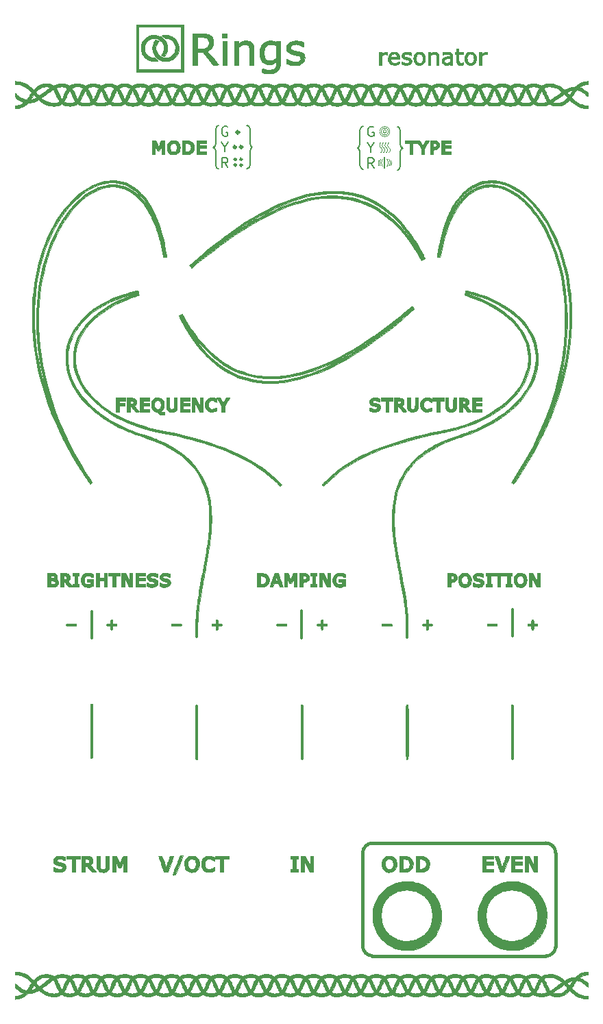
<source format=gto>
%TF.GenerationSoftware,KiCad,Pcbnew,(6.0.11-0)*%
%TF.CreationDate,2025-04-13T15:34:33+02:00*%
%TF.ProjectId,rings,72696e67-732e-46b6-9963-61645f706362,rev?*%
%TF.SameCoordinates,Original*%
%TF.FileFunction,Legend,Top*%
%TF.FilePolarity,Positive*%
%FSLAX46Y46*%
G04 Gerber Fmt 4.6, Leading zero omitted, Abs format (unit mm)*
G04 Created by KiCad (PCBNEW (6.0.11-0)) date 2025-04-13 15:34:33*
%MOMM*%
%LPD*%
G01*
G04 APERTURE LIST*
%ADD10C,0.300000*%
%ADD11C,0.400000*%
%ADD12C,0.150000*%
%ADD13C,0.100000*%
%ADD14C,0.075000*%
%ADD15C,0.120000*%
%ADD16C,0.200000*%
%ADD17C,0.080000*%
%ADD18C,0.276134*%
%ADD19C,0.301134*%
%ADD20C,0.351134*%
%ADD21C,0.010000*%
%ADD22C,0.500000*%
%ADD23C,6.250000*%
%ADD24C,3.000000*%
%ADD25C,5.000000*%
%ADD26C,3.200000*%
G04 APERTURE END LIST*
D10*
X26075000Y-9018750D02*
X26075000Y-12331250D01*
X-12950000Y-10709375D02*
X-12950000Y-12390625D01*
X13050000Y-10775000D02*
X13050000Y-12456250D01*
X25000Y-9193750D02*
X25000Y-12506250D01*
X-25925000Y-9225000D02*
X-25925000Y-12537500D01*
D11*
X30150000Y-51825066D02*
X8721492Y-51800207D01*
X30225000Y-37850000D02*
X8821492Y-37874934D01*
X31417398Y-50624793D02*
X31417398Y-39146285D01*
X7575000Y-50553508D02*
X7575000Y-39075000D01*
X7574934Y-50553508D02*
G75*
G03*
X8775000Y-51800000I1225066J-21492D01*
G01*
X30178508Y-51825066D02*
G75*
G03*
X31425000Y-50625000I21492J1225066D01*
G01*
X31417398Y-39096492D02*
G75*
G03*
X30217332Y-37850000I-1225066J21492D01*
G01*
X8821492Y-37874934D02*
G75*
G03*
X7575000Y-39075000I-21492J-1225066D01*
G01*
D12*
X7630952Y45358333D02*
X7535714Y45358333D01*
X7345238Y45525000D01*
X7250000Y45858333D01*
X7250000Y47525000D01*
X7154761Y47858333D01*
X6964285Y48025000D01*
X7154761Y48191666D01*
X7250000Y48525000D01*
X7250000Y50191666D01*
X7345238Y50525000D01*
X7535714Y50691666D01*
X7630952Y50691666D01*
X-6730952Y50766666D02*
X-6635714Y50766666D01*
X-6445238Y50600000D01*
X-6350000Y50266666D01*
X-6350000Y48600000D01*
X-6254761Y48266666D01*
X-6064285Y48100000D01*
X-6254761Y47933333D01*
X-6350000Y47600000D01*
X-6350000Y45933333D01*
X-6445238Y45600000D01*
X-6635714Y45433333D01*
X-6730952Y45433333D01*
D13*
X10779761Y48083333D02*
X10803571Y48064285D01*
X10851190Y48007142D01*
X10875000Y47969047D01*
X10898809Y47911904D01*
X10922619Y47816666D01*
X10922619Y47740476D01*
X10898809Y47645238D01*
X10875000Y47588095D01*
X10851190Y47550000D01*
X10803571Y47492857D01*
X10779761Y47473809D01*
X10446428Y48083333D02*
X10470238Y48064285D01*
X10517857Y48007142D01*
X10541666Y47969047D01*
X10565476Y47911904D01*
X10589285Y47816666D01*
X10589285Y47740476D01*
X10565476Y47645238D01*
X10541666Y47588095D01*
X10517857Y47550000D01*
X10470238Y47492857D01*
X10446428Y47473809D01*
X10113095Y48083333D02*
X10136904Y48064285D01*
X10184523Y48007142D01*
X10208333Y47969047D01*
X10232142Y47911904D01*
X10255952Y47816666D01*
X10255952Y47740476D01*
X10232142Y47645238D01*
X10208333Y47588095D01*
X10184523Y47550000D01*
X10136904Y47492857D01*
X10113095Y47473809D01*
X9779761Y48083333D02*
X9803571Y48064285D01*
X9851190Y48007142D01*
X9875000Y47969047D01*
X9898809Y47911904D01*
X9922619Y47816666D01*
X9922619Y47740476D01*
X9898809Y47645238D01*
X9875000Y47588095D01*
X9851190Y47550000D01*
X9803571Y47492857D01*
X9779761Y47473809D01*
X9770238Y48091666D02*
X9746428Y48110714D01*
X9698809Y48167857D01*
X9675000Y48205952D01*
X9651190Y48263095D01*
X9627380Y48358333D01*
X9627380Y48434523D01*
X9651190Y48529761D01*
X9675000Y48586904D01*
X9698809Y48625000D01*
X9746428Y48682142D01*
X9770238Y48701190D01*
X10103571Y48091666D02*
X10079761Y48110714D01*
X10032142Y48167857D01*
X10008333Y48205952D01*
X9984523Y48263095D01*
X9960714Y48358333D01*
X9960714Y48434523D01*
X9984523Y48529761D01*
X10008333Y48586904D01*
X10032142Y48625000D01*
X10079761Y48682142D01*
X10103571Y48701190D01*
X10436904Y48091666D02*
X10413095Y48110714D01*
X10365476Y48167857D01*
X10341666Y48205952D01*
X10317857Y48263095D01*
X10294047Y48358333D01*
X10294047Y48434523D01*
X10317857Y48529761D01*
X10341666Y48586904D01*
X10365476Y48625000D01*
X10413095Y48682142D01*
X10436904Y48701190D01*
X10770238Y48091666D02*
X10746428Y48110714D01*
X10698809Y48167857D01*
X10675000Y48205952D01*
X10651190Y48263095D01*
X10627380Y48358333D01*
X10627380Y48434523D01*
X10651190Y48529761D01*
X10675000Y48586904D01*
X10698809Y48625000D01*
X10746428Y48682142D01*
X10770238Y48701190D01*
D14*
X9546428Y45891666D02*
X9532142Y45910714D01*
X9503571Y45967857D01*
X9489285Y46005952D01*
X9475000Y46063095D01*
X9460714Y46158333D01*
X9460714Y46234523D01*
X9475000Y46329761D01*
X9489285Y46386904D01*
X9503571Y46425000D01*
X9532142Y46482142D01*
X9546428Y46501190D01*
X11003571Y45891666D02*
X11017857Y45910714D01*
X11046428Y45967857D01*
X11060714Y46005952D01*
X11075000Y46063095D01*
X11089285Y46158333D01*
X11089285Y46234523D01*
X11075000Y46329761D01*
X11060714Y46386904D01*
X11046428Y46425000D01*
X11017857Y46482142D01*
X11003571Y46501190D01*
D13*
X9760714Y45833333D02*
X9741666Y45857142D01*
X9703571Y45928571D01*
X9684523Y45976190D01*
X9665476Y46047619D01*
X9646428Y46166666D01*
X9646428Y46261904D01*
X9665476Y46380952D01*
X9684523Y46452380D01*
X9703571Y46500000D01*
X9741666Y46571428D01*
X9760714Y46595238D01*
X10789285Y45833333D02*
X10808333Y45857142D01*
X10846428Y45928571D01*
X10865476Y45976190D01*
X10884523Y46047619D01*
X10903571Y46166666D01*
X10903571Y46261904D01*
X10884523Y46380952D01*
X10865476Y46452380D01*
X10846428Y46500000D01*
X10808333Y46571428D01*
X10789285Y46595238D01*
D15*
X10013095Y45750000D02*
X9989285Y45778571D01*
X9941666Y45864285D01*
X9917857Y45921428D01*
X9894047Y46007142D01*
X9870238Y46150000D01*
X9870238Y46264285D01*
X9894047Y46407142D01*
X9917857Y46492857D01*
X9941666Y46550000D01*
X9989285Y46635714D01*
X10013095Y46664285D01*
X10536904Y45750000D02*
X10560714Y45778571D01*
X10608333Y45864285D01*
X10632142Y45921428D01*
X10655952Y46007142D01*
X10679761Y46150000D01*
X10679761Y46264285D01*
X10655952Y46407142D01*
X10632142Y46492857D01*
X10608333Y46550000D01*
X10560714Y46635714D01*
X10536904Y46664285D01*
D16*
X10275000Y46906250D02*
X10275000Y45543750D01*
D17*
X10950000Y50025000D02*
G75*
G03*
X10950000Y50025000I-650000J0D01*
G01*
D13*
X10740000Y50025000D02*
G75*
G03*
X10740000Y50025000I-440000J0D01*
G01*
D15*
X10500000Y50025000D02*
G75*
G03*
X10500000Y50025000I-200000J0D01*
G01*
D16*
X8889285Y50582000D02*
X8775000Y50639142D01*
X8603571Y50639142D01*
X8432142Y50582000D01*
X8317857Y50467714D01*
X8260714Y50353428D01*
X8203571Y50124857D01*
X8203571Y49953428D01*
X8260714Y49724857D01*
X8317857Y49610571D01*
X8432142Y49496285D01*
X8603571Y49439142D01*
X8717857Y49439142D01*
X8889285Y49496285D01*
X8946428Y49553428D01*
X8946428Y49953428D01*
X8717857Y49953428D01*
X8575000Y48078571D02*
X8575000Y47507142D01*
X8175000Y48707142D02*
X8575000Y48078571D01*
X8975000Y48707142D01*
X8946428Y45575142D02*
X8546428Y46146571D01*
X8260714Y45575142D02*
X8260714Y46775142D01*
X8717857Y46775142D01*
X8832142Y46718000D01*
X8889285Y46660857D01*
X8946428Y46546571D01*
X8946428Y46375142D01*
X8889285Y46260857D01*
X8832142Y46203714D01*
X8717857Y46146571D01*
X8260714Y46146571D01*
D12*
X11844047Y50641666D02*
X11939285Y50641666D01*
X12129761Y50475000D01*
X12225000Y50141666D01*
X12225000Y48475000D01*
X12320238Y48141666D01*
X12510714Y47975000D01*
X12320238Y47808333D01*
X12225000Y47475000D01*
X12225000Y45808333D01*
X12129761Y45475000D01*
X11939285Y45308333D01*
X11844047Y45308333D01*
X-10219047Y45408333D02*
X-10314285Y45408333D01*
X-10504761Y45575000D01*
X-10600000Y45908333D01*
X-10600000Y47575000D01*
X-10695238Y47908333D01*
X-10885714Y48075000D01*
X-10695238Y48241666D01*
X-10600000Y48575000D01*
X-10600000Y50241666D01*
X-10504761Y50575000D01*
X-10314285Y50741666D01*
X-10219047Y50741666D01*
D18*
X-7311933Y45900000D02*
G75*
G03*
X-7311933Y45900000I-138067J0D01*
G01*
X-8036933Y45898866D02*
G75*
G03*
X-8036933Y45898866I-138067J0D01*
G01*
X-7311933Y46601134D02*
G75*
G03*
X-7311933Y46601134I-138067J0D01*
G01*
X-8036933Y46600000D02*
G75*
G03*
X-8036933Y46600000I-138067J0D01*
G01*
D19*
X-7299433Y48125000D02*
G75*
G03*
X-7299433Y48125000I-150567J0D01*
G01*
X-8074433Y48125000D02*
G75*
G03*
X-8074433Y48125000I-150567J0D01*
G01*
D20*
X-7699433Y49950000D02*
G75*
G03*
X-7699433Y49950000I-175567J0D01*
G01*
D16*
X-9160714Y50607000D02*
X-9275000Y50664142D01*
X-9446428Y50664142D01*
X-9617857Y50607000D01*
X-9732142Y50492714D01*
X-9789285Y50378428D01*
X-9846428Y50149857D01*
X-9846428Y49978428D01*
X-9789285Y49749857D01*
X-9732142Y49635571D01*
X-9617857Y49521285D01*
X-9446428Y49464142D01*
X-9332142Y49464142D01*
X-9160714Y49521285D01*
X-9103571Y49578428D01*
X-9103571Y49978428D01*
X-9332142Y49978428D01*
X-9475000Y48103571D02*
X-9475000Y47532142D01*
X-9875000Y48732142D02*
X-9475000Y48103571D01*
X-9075000Y48732142D01*
X-9103571Y45600142D02*
X-9503571Y46171571D01*
X-9789285Y45600142D02*
X-9789285Y46800142D01*
X-9332142Y46800142D01*
X-9217857Y46743000D01*
X-9160714Y46685857D01*
X-9103571Y46571571D01*
X-9103571Y46400142D01*
X-9160714Y46285857D01*
X-9217857Y46228714D01*
X-9332142Y46171571D01*
X-9789285Y46171571D01*
D12*
%TO.C,*%
%TO.C,G\u002A\u002A\u002A*%
G36*
X-33920047Y-55973496D02*
G01*
X-33885812Y-55928593D01*
X-33843451Y-55870788D01*
X-33783451Y-55786105D01*
X-33711636Y-55682905D01*
X-33633830Y-55569548D01*
X-33565968Y-55469424D01*
X-33483018Y-55344651D01*
X-33422811Y-55249981D01*
X-33383082Y-55181359D01*
X-33361568Y-55134731D01*
X-33356005Y-55106041D01*
X-33358333Y-55097456D01*
X-33362653Y-55092120D01*
X-32829500Y-55092120D01*
X-32816034Y-55114807D01*
X-32779877Y-55160816D01*
X-32727384Y-55223066D01*
X-32664914Y-55294474D01*
X-32598824Y-55367958D01*
X-32535472Y-55436437D01*
X-32481216Y-55492829D01*
X-32442412Y-55530052D01*
X-32426228Y-55541333D01*
X-32404107Y-55529459D01*
X-32354627Y-55496860D01*
X-32284402Y-55448068D01*
X-32200044Y-55387617D01*
X-32169881Y-55365624D01*
X-32063149Y-55287259D01*
X-31936364Y-55193837D01*
X-31803410Y-55095609D01*
X-31678171Y-55002821D01*
X-31644166Y-54977569D01*
X-31531920Y-54894963D01*
X-31415180Y-54810432D01*
X-31305089Y-54731954D01*
X-31212791Y-54667512D01*
X-31180948Y-54645835D01*
X-31089450Y-54584282D01*
X-30318381Y-54584282D01*
X-30312269Y-54607996D01*
X-30287855Y-54657831D01*
X-30249887Y-54724401D01*
X-30235726Y-54747583D01*
X-30197486Y-54815507D01*
X-30147755Y-54913148D01*
X-30091091Y-55031049D01*
X-30032051Y-55159753D01*
X-29980758Y-55276750D01*
X-29905674Y-55451061D01*
X-29844141Y-55590990D01*
X-29793845Y-55701401D01*
X-29752472Y-55787160D01*
X-29717707Y-55853133D01*
X-29687237Y-55904184D01*
X-29670451Y-55929113D01*
X-29628332Y-55988809D01*
X-29588772Y-55923759D01*
X-29557483Y-55868963D01*
X-29517649Y-55794816D01*
X-29487894Y-55737063D01*
X-29454775Y-55667579D01*
X-29411851Y-55572169D01*
X-29365038Y-55464208D01*
X-29326379Y-55372000D01*
X-29256111Y-55207607D01*
X-29183590Y-55049285D01*
X-29112895Y-54905321D01*
X-29048107Y-54784000D01*
X-28993305Y-54693609D01*
X-28989799Y-54688435D01*
X-28957023Y-54638451D01*
X-28937359Y-54604421D01*
X-28934833Y-54597578D01*
X-28948714Y-54586835D01*
X-28385252Y-54586835D01*
X-28313631Y-54698959D01*
X-28221012Y-54857586D01*
X-28124566Y-55049990D01*
X-28022598Y-55279616D01*
X-27992916Y-55350833D01*
X-27929818Y-55499336D01*
X-27865857Y-55641238D01*
X-27805054Y-55768132D01*
X-27751425Y-55871611D01*
X-27711615Y-55939309D01*
X-27679270Y-55988673D01*
X-27620512Y-55897295D01*
X-27594702Y-55850644D01*
X-27555962Y-55772195D01*
X-27507676Y-55669212D01*
X-27453229Y-55548959D01*
X-27396006Y-55418701D01*
X-27377541Y-55375812D01*
X-27316704Y-55237047D01*
X-27253962Y-55099701D01*
X-27193605Y-54972758D01*
X-27139922Y-54865202D01*
X-27097202Y-54786015D01*
X-27090357Y-54774382D01*
X-27046489Y-54700068D01*
X-27013119Y-54640988D01*
X-26996104Y-54607889D01*
X-26437166Y-54607889D01*
X-26426041Y-54637025D01*
X-26397952Y-54685714D01*
X-26382226Y-54709602D01*
X-26315293Y-54819370D01*
X-26239196Y-54966608D01*
X-26153331Y-55152548D01*
X-26077333Y-55329667D01*
X-25995090Y-55521447D01*
X-25921683Y-55682260D01*
X-25858050Y-55810343D01*
X-25805128Y-55903932D01*
X-25763854Y-55961264D01*
X-25735164Y-55980575D01*
X-25731822Y-55980024D01*
X-25710984Y-55958956D01*
X-25677717Y-55910865D01*
X-25639675Y-55846951D01*
X-25606117Y-55781877D01*
X-25561456Y-55688414D01*
X-25510675Y-55577329D01*
X-25458757Y-55459391D01*
X-25439477Y-55414333D01*
X-25363003Y-55238380D01*
X-25287992Y-55073970D01*
X-25217518Y-54927415D01*
X-25154654Y-54805024D01*
X-25102474Y-54713109D01*
X-25083785Y-54684083D01*
X-25055107Y-54638522D01*
X-25040700Y-54608698D01*
X-25040306Y-54606265D01*
X-25048758Y-54598381D01*
X-24485257Y-54598381D01*
X-24477723Y-54617846D01*
X-24452583Y-54665396D01*
X-24414233Y-54732952D01*
X-24385468Y-54781813D01*
X-24342371Y-54860160D01*
X-24288415Y-54967481D01*
X-24228521Y-55093465D01*
X-24167609Y-55227805D01*
X-24118965Y-55340250D01*
X-24063498Y-55469420D01*
X-24007723Y-55595175D01*
X-23955819Y-55708387D01*
X-23911963Y-55799931D01*
X-23882376Y-55857059D01*
X-23846317Y-55920186D01*
X-23818928Y-55957092D01*
X-23794818Y-55965607D01*
X-23768597Y-55943559D01*
X-23734874Y-55888776D01*
X-23688256Y-55799087D01*
X-23675329Y-55773657D01*
X-23639399Y-55699289D01*
X-23593458Y-55598854D01*
X-23543414Y-55485511D01*
X-23495175Y-55372420D01*
X-23495128Y-55372306D01*
X-23407538Y-55169668D01*
X-23323791Y-54989610D01*
X-23246454Y-54837329D01*
X-23178097Y-54718021D01*
X-23152176Y-54678255D01*
X-23111412Y-54618866D01*
X-22525382Y-54618866D01*
X-22505165Y-54661645D01*
X-22488999Y-54686293D01*
X-22426334Y-54788745D01*
X-22353630Y-54926632D01*
X-22273353Y-55094945D01*
X-22187969Y-55288675D01*
X-22161457Y-55351649D01*
X-22101445Y-55491582D01*
X-22041888Y-55623026D01*
X-21985399Y-55740878D01*
X-21934595Y-55840033D01*
X-21892090Y-55915389D01*
X-21860500Y-55961841D01*
X-21842440Y-55974286D01*
X-21842402Y-55974262D01*
X-21823553Y-55951143D01*
X-21791555Y-55901219D01*
X-21753158Y-55835051D01*
X-21751156Y-55831444D01*
X-21719518Y-55769482D01*
X-21675888Y-55677317D01*
X-21624345Y-55563912D01*
X-21568965Y-55438228D01*
X-21517040Y-55316865D01*
X-21460145Y-55185570D01*
X-21401226Y-55056196D01*
X-21344853Y-54938323D01*
X-21295596Y-54841532D01*
X-21261149Y-54780401D01*
X-21218045Y-54708235D01*
X-21185252Y-54649041D01*
X-21168037Y-54612496D01*
X-21166666Y-54606823D01*
X-21172066Y-54600475D01*
X-20613082Y-54600475D01*
X-20606355Y-54619929D01*
X-20581204Y-54662835D01*
X-20557663Y-54698471D01*
X-20486499Y-54814448D01*
X-20406573Y-54967962D01*
X-20317280Y-55160241D01*
X-20235333Y-55350833D01*
X-20166939Y-55510131D01*
X-20099677Y-55658632D01*
X-20037071Y-55788981D01*
X-19982643Y-55893825D01*
X-19942894Y-55961322D01*
X-19917790Y-55995046D01*
X-19899934Y-55995206D01*
X-19880420Y-55972224D01*
X-19857263Y-55935415D01*
X-19821997Y-55872525D01*
X-19781229Y-55795444D01*
X-19769937Y-55773351D01*
X-19729362Y-55689599D01*
X-19679396Y-55580910D01*
X-19626501Y-55461600D01*
X-19579039Y-55350527D01*
X-19481402Y-55124870D01*
X-19393633Y-54939038D01*
X-19315139Y-54791837D01*
X-19256836Y-54698471D01*
X-19222966Y-54646136D01*
X-19203444Y-54610048D01*
X-19202762Y-54606823D01*
X-18647833Y-54606823D01*
X-18637363Y-54633113D01*
X-18609476Y-54685411D01*
X-18569461Y-54753994D01*
X-18554054Y-54779260D01*
X-18516982Y-54845641D01*
X-18467974Y-54942572D01*
X-18411136Y-55061426D01*
X-18350576Y-55193578D01*
X-18290397Y-55330401D01*
X-18278560Y-55358057D01*
X-18194619Y-55551612D01*
X-18123940Y-55706653D01*
X-18065739Y-55824603D01*
X-18019237Y-55906884D01*
X-17983650Y-55954919D01*
X-17958198Y-55970131D01*
X-17946381Y-55962602D01*
X-17927827Y-55930728D01*
X-17896095Y-55872068D01*
X-17857096Y-55797617D01*
X-17844610Y-55773351D01*
X-17803678Y-55689543D01*
X-17753423Y-55580812D01*
X-17700348Y-55461497D01*
X-17653000Y-55350833D01*
X-17566470Y-55150647D01*
X-17484412Y-54974407D01*
X-17409278Y-54827092D01*
X-17343522Y-54713679D01*
X-17325500Y-54686293D01*
X-17295880Y-54637264D01*
X-17287623Y-54600244D01*
X-17294798Y-54587760D01*
X-16724438Y-54587760D01*
X-16662324Y-54678255D01*
X-16598569Y-54781892D01*
X-16524729Y-54920759D01*
X-16443361Y-55089686D01*
X-16357018Y-55283500D01*
X-16319214Y-55372683D01*
X-16255150Y-55522203D01*
X-16193551Y-55658839D01*
X-16136822Y-55777802D01*
X-16087370Y-55874301D01*
X-16047602Y-55943545D01*
X-16019925Y-55980744D01*
X-16011185Y-55985833D01*
X-15998196Y-55968814D01*
X-15970604Y-55923968D01*
X-15934115Y-55860610D01*
X-15930156Y-55853542D01*
X-15898037Y-55791129D01*
X-15853975Y-55698585D01*
X-15802099Y-55584941D01*
X-15746538Y-55459229D01*
X-15695535Y-55340250D01*
X-15637598Y-55206889D01*
X-15576522Y-55073168D01*
X-15517225Y-54949397D01*
X-15464627Y-54845885D01*
X-15429032Y-54781813D01*
X-15384651Y-54705848D01*
X-15350729Y-54644831D01*
X-15331661Y-54606842D01*
X-15331497Y-54606265D01*
X-14774194Y-54606265D01*
X-14763219Y-54631672D01*
X-14736414Y-54675611D01*
X-14730715Y-54684083D01*
X-14685151Y-54758947D01*
X-14628085Y-54865389D01*
X-14563373Y-54995539D01*
X-14494869Y-55141525D01*
X-14426429Y-55295477D01*
X-14394186Y-55371195D01*
X-14307498Y-55572693D01*
X-14233313Y-55733905D01*
X-14171646Y-55854800D01*
X-14122513Y-55935350D01*
X-14085929Y-55975526D01*
X-14068350Y-55979811D01*
X-14048068Y-55958732D01*
X-14014786Y-55909688D01*
X-13974926Y-55842328D01*
X-13965673Y-55825571D01*
X-13928231Y-55752246D01*
X-13880144Y-55651322D01*
X-13826773Y-55534394D01*
X-13773477Y-55413053D01*
X-13755965Y-55372000D01*
X-13669161Y-55170962D01*
X-13593930Y-55006162D01*
X-13528370Y-54873704D01*
X-13470578Y-54769696D01*
X-13432273Y-54709602D01*
X-13399225Y-54656956D01*
X-13379641Y-54617387D01*
X-13377333Y-54607889D01*
X-13385873Y-54598491D01*
X-12821764Y-54598491D01*
X-12813935Y-54617303D01*
X-12788518Y-54664132D01*
X-12750011Y-54730881D01*
X-12723378Y-54775654D01*
X-12681298Y-54851847D01*
X-12628233Y-54957295D01*
X-12568964Y-55081965D01*
X-12508274Y-55215826D01*
X-12456860Y-55334751D01*
X-12401130Y-55464471D01*
X-12345036Y-55590434D01*
X-12292710Y-55703686D01*
X-12248286Y-55795274D01*
X-12216950Y-55854436D01*
X-12181431Y-55914842D01*
X-12154454Y-55951079D01*
X-12130866Y-55960714D01*
X-12105516Y-55941312D01*
X-12073250Y-55890439D01*
X-12028917Y-55805661D01*
X-12002237Y-55753000D01*
X-11960496Y-55666600D01*
X-11910217Y-55556492D01*
X-11858433Y-55438334D01*
X-11821596Y-55350833D01*
X-11717796Y-55110248D01*
X-11620002Y-54907844D01*
X-11526517Y-54740173D01*
X-11500869Y-54698959D01*
X-11436912Y-54598833D01*
X-10879666Y-54598833D01*
X-10868777Y-54620276D01*
X-10841219Y-54663869D01*
X-10824701Y-54688435D01*
X-10770434Y-54776829D01*
X-10706012Y-54896685D01*
X-10635563Y-55039610D01*
X-10563210Y-55197215D01*
X-10493081Y-55361108D01*
X-10488607Y-55372000D01*
X-10438253Y-55490177D01*
X-10381162Y-55616728D01*
X-10325433Y-55734021D01*
X-10290916Y-55802423D01*
X-10192935Y-55989430D01*
X-10153078Y-55940208D01*
X-10120528Y-55892845D01*
X-10081203Y-55825972D01*
X-10059401Y-55784952D01*
X-10033683Y-55730981D01*
X-9995462Y-55646510D01*
X-9948523Y-55540114D01*
X-9896654Y-55420364D01*
X-9850019Y-55310938D01*
X-9793586Y-55181177D01*
X-9734799Y-55052454D01*
X-9678468Y-54934869D01*
X-9629407Y-54838519D01*
X-9599146Y-54784382D01*
X-9556217Y-54710840D01*
X-9523326Y-54650456D01*
X-9505562Y-54612751D01*
X-9504565Y-54608941D01*
X-8952782Y-54608941D01*
X-8889005Y-54703441D01*
X-8846963Y-54773372D01*
X-8792838Y-54875034D01*
X-8730271Y-55000854D01*
X-8662908Y-55143261D01*
X-8594391Y-55294681D01*
X-8528365Y-55447543D01*
X-8511298Y-55488417D01*
X-8463616Y-55598059D01*
X-8409595Y-55713823D01*
X-8357956Y-55817296D01*
X-8336699Y-55856972D01*
X-8249774Y-56013861D01*
X-8211425Y-55963020D01*
X-8184565Y-55920862D01*
X-8146422Y-55852851D01*
X-8103855Y-55771383D01*
X-8089499Y-55742631D01*
X-8046204Y-55651223D01*
X-7994576Y-55536815D01*
X-7941890Y-55415757D01*
X-7905742Y-55329667D01*
X-7813271Y-55114098D01*
X-7727119Y-54931728D01*
X-7648700Y-54785427D01*
X-7596043Y-54701436D01*
X-7561375Y-54649300D01*
X-7539397Y-54613155D01*
X-7538129Y-54610307D01*
X-6985000Y-54610307D01*
X-6973787Y-54640405D01*
X-6945198Y-54690692D01*
X-6924314Y-54722603D01*
X-6861847Y-54822976D01*
X-6795481Y-54948580D01*
X-6722722Y-55104481D01*
X-6641075Y-55295743D01*
X-6635820Y-55308500D01*
X-6557766Y-55493265D01*
X-6484573Y-55656607D01*
X-6418890Y-55792876D01*
X-6363363Y-55896426D01*
X-6348880Y-55920592D01*
X-6328282Y-55953268D01*
X-6311803Y-55970959D01*
X-6295138Y-55969593D01*
X-6273979Y-55945098D01*
X-6244020Y-55893400D01*
X-6200954Y-55810428D01*
X-6171659Y-55753000D01*
X-6124630Y-55656625D01*
X-6069893Y-55537926D01*
X-6015198Y-55413988D01*
X-5979606Y-55329667D01*
X-5883519Y-55106064D01*
X-5794520Y-54919022D01*
X-5713494Y-54770337D01*
X-5667426Y-54697874D01*
X-5634565Y-54644744D01*
X-5623462Y-54605100D01*
X-5632045Y-54586700D01*
X-5059289Y-54586700D01*
X-4972962Y-54720058D01*
X-4911739Y-54820658D01*
X-4850532Y-54934448D01*
X-4785926Y-55068458D01*
X-4714506Y-55229717D01*
X-4646013Y-55393167D01*
X-4574673Y-55561239D01*
X-4506999Y-55710227D01*
X-4446092Y-55833625D01*
X-4395050Y-55924930D01*
X-4385200Y-55940452D01*
X-4360199Y-55974005D01*
X-4342453Y-55973938D01*
X-4323315Y-55951057D01*
X-4301719Y-55915586D01*
X-4267524Y-55852374D01*
X-4226306Y-55771917D01*
X-4201262Y-55721250D01*
X-4156956Y-55627262D01*
X-4103254Y-55508627D01*
X-4046653Y-55379933D01*
X-3993651Y-55255768D01*
X-3989148Y-55245000D01*
X-3935976Y-55123382D01*
X-3876869Y-54997589D01*
X-3818673Y-54881672D01*
X-3768231Y-54789685D01*
X-3763645Y-54781957D01*
X-3713421Y-54697489D01*
X-3685431Y-54640970D01*
X-3681642Y-54606623D01*
X-3111500Y-54606623D01*
X-3100564Y-54631604D01*
X-3072984Y-54677428D01*
X-3057985Y-54700094D01*
X-3001877Y-54792587D01*
X-2934983Y-54919778D01*
X-2859957Y-55076222D01*
X-2779453Y-55256474D01*
X-2730427Y-55371868D01*
X-2664393Y-55525838D01*
X-2601047Y-55665532D01*
X-2542587Y-55786724D01*
X-2491209Y-55885190D01*
X-2449110Y-55956706D01*
X-2418487Y-55997046D01*
X-2402274Y-56002927D01*
X-2389359Y-55982733D01*
X-2361225Y-55935860D01*
X-2323850Y-55872271D01*
X-2322187Y-55869417D01*
X-2289127Y-55807156D01*
X-2244457Y-55715222D01*
X-2192596Y-55603121D01*
X-2137969Y-55480359D01*
X-2098622Y-55388851D01*
X-2025338Y-55217294D01*
X-1964578Y-55079240D01*
X-1913466Y-54968763D01*
X-1869122Y-54879936D01*
X-1828669Y-54806829D01*
X-1789229Y-54743516D01*
X-1775152Y-54722603D01*
X-1740130Y-54667111D01*
X-1718220Y-54623927D01*
X-1714500Y-54610307D01*
X-1722339Y-54600475D01*
X-1160915Y-54600475D01*
X-1154188Y-54619929D01*
X-1129037Y-54662835D01*
X-1105497Y-54698471D01*
X-1030420Y-54821483D01*
X-946863Y-54983673D01*
X-855850Y-55182966D01*
X-793899Y-55329667D01*
X-726603Y-55488972D01*
X-662393Y-55632570D01*
X-603370Y-55756362D01*
X-551637Y-55856250D01*
X-509297Y-55928137D01*
X-478450Y-55967923D01*
X-463450Y-55973880D01*
X-445852Y-55951746D01*
X-415413Y-55903735D01*
X-386272Y-55853541D01*
X-358062Y-55798464D01*
X-317417Y-55712776D01*
X-268199Y-55604934D01*
X-214272Y-55483396D01*
X-161541Y-55361417D01*
X-62436Y-55136288D01*
X28792Y-54943913D01*
X110949Y-54786664D01*
X182839Y-54666913D01*
X203791Y-54636467D01*
X220765Y-54609422D01*
X220662Y-54607852D01*
X783167Y-54607852D01*
X798579Y-54637472D01*
X804014Y-54641552D01*
X833275Y-54673832D01*
X875544Y-54740156D01*
X928102Y-54835263D01*
X988230Y-54953894D01*
X1053209Y-55090788D01*
X1120320Y-55240685D01*
X1152557Y-55315863D01*
X1223406Y-55482204D01*
X1281197Y-55614591D01*
X1328501Y-55718414D01*
X1367884Y-55799063D01*
X1401916Y-55861929D01*
X1433166Y-55912402D01*
X1445235Y-55930006D01*
X1487941Y-55990596D01*
X1558718Y-55866506D01*
X1592512Y-55802027D01*
X1637327Y-55709080D01*
X1688174Y-55598385D01*
X1740063Y-55480660D01*
X1759359Y-55435500D01*
X1846467Y-55234123D01*
X1927194Y-55056425D01*
X1999734Y-54906100D01*
X2062280Y-54786842D01*
X2113026Y-54702345D01*
X2128749Y-54680236D01*
X2174750Y-54619926D01*
X2719313Y-54619926D01*
X2733188Y-54644143D01*
X2736667Y-54648128D01*
X2780676Y-54707157D01*
X2833062Y-54795267D01*
X2895082Y-54914939D01*
X2967997Y-55068651D01*
X3053064Y-55258883D01*
X3090418Y-55344926D01*
X3156274Y-55494679D01*
X3220076Y-55634147D01*
X3279384Y-55758461D01*
X3331762Y-55862753D01*
X3374771Y-55942153D01*
X3405973Y-55991793D01*
X3421944Y-56007000D01*
X3434267Y-55990147D01*
X3462334Y-55945441D01*
X3500671Y-55881663D01*
X3511009Y-55864125D01*
X3546268Y-55798340D01*
X3593157Y-55702543D01*
X3647385Y-55585946D01*
X3704661Y-55457763D01*
X3757526Y-55334751D01*
X3815208Y-55201514D01*
X3875525Y-55068864D01*
X3933756Y-54946732D01*
X3985179Y-54845048D01*
X4021640Y-54779378D01*
X4110646Y-54631285D01*
X4674408Y-54631285D01*
X4692153Y-54683608D01*
X4736439Y-54760746D01*
X4739961Y-54766507D01*
X4786141Y-54844578D01*
X4827086Y-54918367D01*
X4854330Y-54972586D01*
X4855324Y-54974837D01*
X4873562Y-55016903D01*
X4905074Y-55089854D01*
X4946409Y-55185688D01*
X4994115Y-55296402D01*
X5032412Y-55385351D01*
X5090775Y-55517863D01*
X5149323Y-55645256D01*
X5205206Y-55761859D01*
X5255576Y-55862002D01*
X5297584Y-55940013D01*
X5328381Y-55990221D01*
X5344674Y-56007000D01*
X5358637Y-55990110D01*
X5387966Y-55945312D01*
X5426957Y-55881419D01*
X5437175Y-55864125D01*
X5472435Y-55798340D01*
X5519324Y-55702543D01*
X5573551Y-55585946D01*
X5630827Y-55457763D01*
X5683692Y-55334751D01*
X5741570Y-55201144D01*
X5802296Y-55067785D01*
X5861091Y-54944709D01*
X5913173Y-54841951D01*
X5950045Y-54775654D01*
X5994096Y-54701045D01*
X6027673Y-54641646D01*
X6045074Y-54607889D01*
X6604000Y-54607889D01*
X6615123Y-54637027D01*
X6643206Y-54685720D01*
X6658923Y-54709602D01*
X6700758Y-54775219D01*
X6745247Y-54854603D01*
X6794902Y-54952933D01*
X6852235Y-55075386D01*
X6919758Y-55227142D01*
X6997786Y-55408223D01*
X7049163Y-55527617D01*
X7096961Y-55636555D01*
X7137945Y-55727827D01*
X7168878Y-55794225D01*
X7186151Y-55827931D01*
X7222358Y-55887361D01*
X7251275Y-55934753D01*
X7276495Y-55970911D01*
X7291176Y-55982547D01*
X7291362Y-55982378D01*
X7304730Y-55961782D01*
X7332954Y-55915200D01*
X7365375Y-55860444D01*
X7396195Y-55802425D01*
X7438879Y-55714467D01*
X7489151Y-55605764D01*
X7542737Y-55485513D01*
X7581892Y-55394777D01*
X7658264Y-55216929D01*
X7722069Y-55072860D01*
X7776098Y-54956900D01*
X7823141Y-54863378D01*
X7865990Y-54786624D01*
X7907435Y-54720967D01*
X7928517Y-54690510D01*
X7999299Y-54591103D01*
X7989242Y-54586345D01*
X8530485Y-54586345D01*
X8636890Y-54753517D01*
X8679155Y-54826767D01*
X8732573Y-54929737D01*
X8792496Y-55052873D01*
X8854273Y-55186622D01*
X8913060Y-55320970D01*
X8969841Y-55452682D01*
X9026662Y-55580626D01*
X9079527Y-55696079D01*
X9124437Y-55790318D01*
X9157396Y-55854623D01*
X9158750Y-55857059D01*
X9194828Y-55920185D01*
X9222228Y-55957092D01*
X9246344Y-55965608D01*
X9272567Y-55943562D01*
X9306290Y-55888782D01*
X9352905Y-55799097D01*
X9365838Y-55773657D01*
X9401714Y-55699374D01*
X9447608Y-55598978D01*
X9497632Y-55485589D01*
X9545902Y-55372328D01*
X9546251Y-55371491D01*
X9628650Y-55179960D01*
X9707175Y-55008934D01*
X9779160Y-54863882D01*
X9841939Y-54750269D01*
X9873652Y-54700094D01*
X9905973Y-54649523D01*
X9925014Y-54613916D01*
X9926198Y-54609903D01*
X10495787Y-54609903D01*
X10504893Y-54650597D01*
X10537517Y-54712048D01*
X10579312Y-54781957D01*
X10628555Y-54870571D01*
X10686327Y-54984586D01*
X10745777Y-55109960D01*
X10800055Y-55232654D01*
X10805255Y-55245000D01*
X10890879Y-55445837D01*
X10967687Y-55618671D01*
X11034334Y-55760650D01*
X11089474Y-55868922D01*
X11131762Y-55940632D01*
X11136596Y-55947614D01*
X11181884Y-56011215D01*
X11246498Y-55908566D01*
X11274766Y-55857440D01*
X11315690Y-55775094D01*
X11365583Y-55669361D01*
X11420760Y-55548076D01*
X11477537Y-55419070D01*
X11485808Y-55399897D01*
X11557153Y-55234812D01*
X11614947Y-55103153D01*
X11661927Y-54999271D01*
X11700830Y-54917517D01*
X11734391Y-54852243D01*
X11765347Y-54797799D01*
X11796435Y-54748536D01*
X11813897Y-54722603D01*
X11848895Y-54667104D01*
X11870786Y-54623918D01*
X11874500Y-54610307D01*
X11866115Y-54600475D01*
X12428085Y-54600475D01*
X12434812Y-54619929D01*
X12459963Y-54662835D01*
X12483503Y-54698471D01*
X12558702Y-54821694D01*
X12642302Y-54984035D01*
X12733246Y-55183346D01*
X12794957Y-55329667D01*
X12847084Y-55452440D01*
X12902096Y-55574689D01*
X12957008Y-55690547D01*
X13008837Y-55794146D01*
X13054599Y-55879618D01*
X13091308Y-55941096D01*
X13115982Y-55972711D01*
X13123290Y-55975277D01*
X13142040Y-55952439D01*
X13173628Y-55903641D01*
X13205715Y-55849039D01*
X13238474Y-55785816D01*
X13281922Y-55694663D01*
X13330839Y-55586877D01*
X13380002Y-55473757D01*
X13389121Y-55452164D01*
X13484598Y-55229173D01*
X13567405Y-55045040D01*
X13638174Y-54898432D01*
X13697541Y-54788020D01*
X13732685Y-54731509D01*
X13770938Y-54674321D01*
X13800361Y-54629102D01*
X13809186Y-54614825D01*
X13807981Y-54611228D01*
X14384833Y-54611228D01*
X14399244Y-54637652D01*
X14454169Y-54724318D01*
X14504871Y-54811126D01*
X14555073Y-54905487D01*
X14608497Y-55014809D01*
X14668867Y-55146503D01*
X14739907Y-55307977D01*
X14763643Y-55362839D01*
X14822663Y-55497672D01*
X14879707Y-55624356D01*
X14931554Y-55736013D01*
X14974981Y-55825763D01*
X15006767Y-55886725D01*
X15017057Y-55903916D01*
X15074504Y-55990724D01*
X15114645Y-55924716D01*
X15146290Y-55869331D01*
X15186381Y-55794745D01*
X15216106Y-55737063D01*
X15249225Y-55667579D01*
X15292149Y-55572169D01*
X15338962Y-55464208D01*
X15377621Y-55372000D01*
X15447660Y-55208131D01*
X15519983Y-55050190D01*
X15590510Y-54906472D01*
X15655156Y-54785271D01*
X15709838Y-54694882D01*
X15713899Y-54688880D01*
X15768563Y-54609010D01*
X15764757Y-54606665D01*
X16319500Y-54606665D01*
X16329883Y-54633126D01*
X16357435Y-54685345D01*
X16396768Y-54753262D01*
X16408031Y-54771878D01*
X16443456Y-54835906D01*
X16491048Y-54930597D01*
X16546795Y-55047496D01*
X16606682Y-55178147D01*
X16666695Y-55314096D01*
X16679306Y-55343384D01*
X16762568Y-55533600D01*
X16836273Y-55693608D01*
X16899472Y-55821601D01*
X16951217Y-55915773D01*
X16990557Y-55974316D01*
X17016544Y-55995423D01*
X17021289Y-55994384D01*
X17039275Y-55971839D01*
X17070635Y-55922408D01*
X17108769Y-55856530D01*
X17110946Y-55852611D01*
X17141984Y-55791975D01*
X17185382Y-55700754D01*
X17237252Y-55587455D01*
X17293706Y-55460584D01*
X17350856Y-55328646D01*
X17356398Y-55315646D01*
X17414927Y-55181569D01*
X17475029Y-55049921D01*
X17532375Y-54929759D01*
X17582638Y-54830138D01*
X17621488Y-54760116D01*
X17623350Y-54757073D01*
X17665385Y-54687303D01*
X17696293Y-54632925D01*
X17703901Y-54617482D01*
X18280080Y-54617482D01*
X18295279Y-54660268D01*
X18333533Y-54725926D01*
X18335660Y-54729458D01*
X18409918Y-54858927D01*
X18480201Y-54995440D01*
X18551772Y-55149836D01*
X18629890Y-55332953D01*
X18637266Y-55350833D01*
X18700358Y-55499341D01*
X18764318Y-55641251D01*
X18825124Y-55768155D01*
X18878758Y-55871642D01*
X18918555Y-55939313D01*
X18950902Y-55988681D01*
X19015081Y-55886716D01*
X19043794Y-55834726D01*
X19084811Y-55751846D01*
X19134270Y-55646312D01*
X19188310Y-55526359D01*
X19241867Y-55403043D01*
X19313550Y-55235882D01*
X19372372Y-55101747D01*
X19421372Y-54994427D01*
X19463588Y-54907715D01*
X19502060Y-54835401D01*
X19539825Y-54771277D01*
X19579924Y-54709133D01*
X19585651Y-54700602D01*
X19660104Y-54590122D01*
X19651763Y-54586041D01*
X20193984Y-54586041D01*
X20269810Y-54698562D01*
X20309661Y-54759435D01*
X20345877Y-54819572D01*
X20381643Y-54885480D01*
X20420145Y-54963668D01*
X20464570Y-55060645D01*
X20518102Y-55182920D01*
X20583928Y-55337001D01*
X20594279Y-55361417D01*
X20648760Y-55487647D01*
X20703758Y-55610910D01*
X20754859Y-55721602D01*
X20797651Y-55810125D01*
X20822116Y-55857059D01*
X20856733Y-55918333D01*
X20883290Y-55955322D01*
X20906779Y-55965630D01*
X20932191Y-55946861D01*
X20964520Y-55896619D01*
X21008757Y-55812507D01*
X21038929Y-55753000D01*
X21080672Y-55666602D01*
X21130955Y-55556496D01*
X21182746Y-55438340D01*
X21219594Y-55350833D01*
X21281235Y-55206596D01*
X21346978Y-55062224D01*
X21412495Y-54926546D01*
X21473461Y-54808387D01*
X21525549Y-54716576D01*
X21546382Y-54684083D01*
X21575059Y-54638522D01*
X21589467Y-54608698D01*
X21589861Y-54606265D01*
X21581409Y-54598381D01*
X22144909Y-54598381D01*
X22152444Y-54617846D01*
X22177584Y-54665396D01*
X22215934Y-54732952D01*
X22244699Y-54781813D01*
X22288298Y-54861011D01*
X22342597Y-54968914D01*
X22402536Y-55094938D01*
X22463050Y-55228499D01*
X22507106Y-55330418D01*
X22571013Y-55481185D01*
X22621966Y-55599337D01*
X22663069Y-55691430D01*
X22697427Y-55764019D01*
X22728143Y-55823659D01*
X22758320Y-55876905D01*
X22791063Y-55930313D01*
X22791373Y-55930806D01*
X22843381Y-56013362D01*
X22908852Y-55909639D01*
X22936357Y-55859923D01*
X22976945Y-55778427D01*
X23027222Y-55672366D01*
X23083796Y-55548957D01*
X23143275Y-55415415D01*
X23169897Y-55354372D01*
X23231038Y-55215914D01*
X23292355Y-55081919D01*
X23350087Y-54960252D01*
X23400470Y-54858779D01*
X23439743Y-54785366D01*
X23451402Y-54765774D01*
X23492591Y-54697481D01*
X23523006Y-54642096D01*
X23536995Y-54610021D01*
X23537136Y-54609010D01*
X24088271Y-54609010D01*
X24142923Y-54688880D01*
X24203494Y-54787954D01*
X24274257Y-54922031D01*
X24352588Y-55085769D01*
X24435860Y-55273825D01*
X24468710Y-55351649D01*
X24527801Y-55489445D01*
X24586768Y-55619684D01*
X24642945Y-55737151D01*
X24693670Y-55836631D01*
X24736278Y-55912909D01*
X24768106Y-55960769D01*
X24786489Y-55974996D01*
X24786983Y-55974746D01*
X24806198Y-55951731D01*
X24838263Y-55902954D01*
X24869999Y-55849708D01*
X24899244Y-55793389D01*
X24940661Y-55706545D01*
X24990307Y-55597797D01*
X25044243Y-55475767D01*
X25094750Y-55358031D01*
X25176166Y-55169260D01*
X25247583Y-55013045D01*
X25312731Y-54881896D01*
X25375343Y-54768323D01*
X25439148Y-54664838D01*
X25443158Y-54658692D01*
X25477988Y-54605462D01*
X26042777Y-54605462D01*
X26057480Y-54629296D01*
X26088687Y-54679901D01*
X26130683Y-54748012D01*
X26148743Y-54777306D01*
X26186788Y-54845292D01*
X26236666Y-54943710D01*
X26294200Y-55063799D01*
X26355213Y-55196803D01*
X26415526Y-55333963D01*
X26426399Y-55359389D01*
X26510157Y-55552651D01*
X26580661Y-55707411D01*
X26638697Y-55825103D01*
X26685054Y-55907162D01*
X26720519Y-55955022D01*
X26745879Y-55970118D01*
X26757619Y-55962602D01*
X26776173Y-55930728D01*
X26807905Y-55872068D01*
X26846904Y-55797617D01*
X26859390Y-55773351D01*
X26900301Y-55689585D01*
X26950544Y-55580877D01*
X27003625Y-55461549D01*
X27051128Y-55350527D01*
X27148764Y-55124870D01*
X27236534Y-54939038D01*
X27315028Y-54791837D01*
X27373330Y-54698471D01*
X27407201Y-54646136D01*
X27426723Y-54610048D01*
X27427405Y-54606823D01*
X27982334Y-54606823D01*
X27992806Y-54633084D01*
X28020711Y-54685402D01*
X28060783Y-54754101D01*
X28076816Y-54780401D01*
X28115765Y-54850063D01*
X28165919Y-54949428D01*
X28222712Y-55068911D01*
X28281575Y-55198930D01*
X28332477Y-55316865D01*
X28404255Y-55483372D01*
X28472155Y-55632941D01*
X28534211Y-55761777D01*
X28588456Y-55866083D01*
X28632925Y-55942065D01*
X28665650Y-55985926D01*
X28683635Y-55994685D01*
X28701914Y-55972005D01*
X28733594Y-55922497D01*
X28772012Y-55856610D01*
X28774248Y-55852611D01*
X28805576Y-55791749D01*
X28849235Y-55700388D01*
X28901287Y-55587112D01*
X28957791Y-55460503D01*
X29014808Y-55329144D01*
X29018709Y-55320012D01*
X29077322Y-55186262D01*
X29137802Y-55054619D01*
X29195711Y-54934297D01*
X29246613Y-54834507D01*
X29286071Y-54764464D01*
X29286893Y-54763140D01*
X29329601Y-54692509D01*
X29360852Y-54636738D01*
X29375082Y-54606245D01*
X29929806Y-54606245D01*
X29940781Y-54631666D01*
X29967588Y-54675613D01*
X29973285Y-54684083D01*
X30019489Y-54759892D01*
X30077061Y-54867065D01*
X30142034Y-54997509D01*
X30210439Y-55143130D01*
X30278307Y-55295836D01*
X30310900Y-55372559D01*
X30397025Y-55571524D01*
X30476534Y-55740814D01*
X30548314Y-55878518D01*
X30611252Y-55982727D01*
X30664235Y-56051529D01*
X30706151Y-56083013D01*
X30725048Y-56083386D01*
X30755151Y-56067156D01*
X30811089Y-56033114D01*
X30883537Y-55987023D01*
X30930035Y-55956655D01*
X30984656Y-55919278D01*
X31067388Y-55860915D01*
X31172369Y-55785840D01*
X31293738Y-55698327D01*
X31425633Y-55602650D01*
X31562194Y-55503082D01*
X31697559Y-55403897D01*
X31825866Y-55309367D01*
X31941254Y-55223768D01*
X32037862Y-55151372D01*
X32089353Y-55112078D01*
X32801410Y-55112078D01*
X32809813Y-55133623D01*
X32840360Y-55176836D01*
X32886086Y-55233813D01*
X32940025Y-55296651D01*
X32995211Y-55357447D01*
X33044679Y-55408295D01*
X33081463Y-55441292D01*
X33098285Y-55448938D01*
X33112750Y-55429041D01*
X33146728Y-55380030D01*
X33196098Y-55307914D01*
X33256742Y-55218704D01*
X33305657Y-55146396D01*
X33382832Y-55029329D01*
X33438013Y-54939522D01*
X33470101Y-54878917D01*
X33477993Y-54849456D01*
X33475347Y-54846948D01*
X33436644Y-54850452D01*
X33368624Y-54868415D01*
X33279977Y-54897418D01*
X33179393Y-54934044D01*
X33075561Y-54974874D01*
X32977172Y-55016488D01*
X32892913Y-55055469D01*
X32831476Y-55088398D01*
X32801549Y-55111857D01*
X32801410Y-55112078D01*
X32089353Y-55112078D01*
X32109829Y-55096453D01*
X32109834Y-55096450D01*
X32162750Y-55055398D01*
X32078084Y-54978054D01*
X31904550Y-54839930D01*
X31701243Y-54712243D01*
X31480541Y-54601556D01*
X31254826Y-54514432D01*
X31139880Y-54480696D01*
X30999717Y-54452649D01*
X30839015Y-54433822D01*
X30671514Y-54424769D01*
X30510956Y-54426046D01*
X30371081Y-54438206D01*
X30317919Y-54447510D01*
X30237351Y-54468394D01*
X30150535Y-54496696D01*
X30066924Y-54528551D01*
X29995970Y-54560092D01*
X29947124Y-54587453D01*
X29929806Y-54606245D01*
X29375082Y-54606245D01*
X29375929Y-54604431D01*
X29376323Y-54599946D01*
X29354784Y-54587113D01*
X29306771Y-54561637D01*
X29257654Y-54536593D01*
X29091999Y-54473426D01*
X28902394Y-54434746D01*
X28699435Y-54420577D01*
X28493720Y-54430944D01*
X28295847Y-54465868D01*
X28116413Y-54525374D01*
X28096955Y-54534015D01*
X28035909Y-54565108D01*
X27994332Y-54592301D01*
X27982334Y-54606823D01*
X27427405Y-54606823D01*
X27428749Y-54600475D01*
X27407319Y-54588151D01*
X27359645Y-54563170D01*
X27314333Y-54540154D01*
X27155970Y-54479537D01*
X26973023Y-54440716D01*
X26776487Y-54423705D01*
X26577360Y-54428522D01*
X26386637Y-54455184D01*
X26215316Y-54503707D01*
X26136009Y-54538361D01*
X26081151Y-54569454D01*
X26047889Y-54594799D01*
X26042777Y-54605462D01*
X25477988Y-54605462D01*
X25487472Y-54590968D01*
X25383527Y-54538295D01*
X25233952Y-54480492D01*
X25060403Y-54443000D01*
X24872852Y-54425589D01*
X24681270Y-54428026D01*
X24495629Y-54450080D01*
X24325901Y-54491518D01*
X24182057Y-54552108D01*
X24156761Y-54566819D01*
X24088271Y-54609010D01*
X23537136Y-54609010D01*
X23537334Y-54607606D01*
X23519596Y-54588238D01*
X23473584Y-54559513D01*
X23422712Y-54534015D01*
X23246152Y-54471608D01*
X23049902Y-54433785D01*
X22844561Y-54420523D01*
X22640725Y-54431799D01*
X22448993Y-54467589D01*
X22279962Y-54527869D01*
X22262013Y-54536593D01*
X22201544Y-54567428D01*
X22158785Y-54590111D01*
X22144909Y-54598381D01*
X21581409Y-54598381D01*
X21572496Y-54590068D01*
X21527351Y-54562759D01*
X21478506Y-54537398D01*
X21307147Y-54473530D01*
X21112435Y-54434668D01*
X20905199Y-54420844D01*
X20696269Y-54432091D01*
X20496476Y-54468444D01*
X20316649Y-54529935D01*
X20308114Y-54533790D01*
X20193984Y-54586041D01*
X19651763Y-54586041D01*
X19550474Y-54536485D01*
X19389328Y-54476364D01*
X19203807Y-54438109D01*
X19005376Y-54421862D01*
X18805501Y-54427762D01*
X18615648Y-54455947D01*
X18447283Y-54506560D01*
X18410202Y-54522589D01*
X18333802Y-54559020D01*
X18291675Y-54587191D01*
X18280080Y-54617482D01*
X17703901Y-54617482D01*
X17711277Y-54602512D01*
X17711789Y-54599016D01*
X17691266Y-54587570D01*
X17643933Y-54563014D01*
X17592274Y-54536831D01*
X17425234Y-54473075D01*
X17234519Y-54434237D01*
X17030695Y-54420342D01*
X16824328Y-54431416D01*
X16625986Y-54467484D01*
X16446235Y-54528573D01*
X16434122Y-54534015D01*
X16373079Y-54565082D01*
X16331502Y-54592211D01*
X16319500Y-54606665D01*
X15764757Y-54606665D01*
X15700073Y-54566819D01*
X15561545Y-54501686D01*
X15395265Y-54455909D01*
X15211255Y-54429738D01*
X15019537Y-54423421D01*
X14830135Y-54437204D01*
X14653071Y-54471335D01*
X14498366Y-54526064D01*
X14476720Y-54536565D01*
X14416584Y-54568431D01*
X14388123Y-54590490D01*
X14384833Y-54611228D01*
X13807981Y-54611228D01*
X13801204Y-54591014D01*
X13759553Y-54560725D01*
X13691729Y-54527361D01*
X13605228Y-54494322D01*
X13507545Y-54465010D01*
X13447920Y-54450887D01*
X13266291Y-54425878D01*
X13073798Y-54422998D01*
X12882592Y-54441052D01*
X12704825Y-54478840D01*
X12552646Y-54535164D01*
X12542501Y-54540154D01*
X12482925Y-54570537D01*
X12440949Y-54592820D01*
X12428085Y-54600475D01*
X11866115Y-54600475D01*
X11856732Y-54589475D01*
X11810646Y-54559737D01*
X11759878Y-54534015D01*
X11582314Y-54471553D01*
X11383747Y-54433765D01*
X11175468Y-54420770D01*
X10968769Y-54432685D01*
X10774941Y-54469629D01*
X10625667Y-54522176D01*
X10554565Y-54554712D01*
X10511808Y-54580948D01*
X10495787Y-54609903D01*
X9926198Y-54609903D01*
X9927167Y-54606623D01*
X9909576Y-54590603D01*
X9863782Y-54563613D01*
X9808910Y-54535963D01*
X9627065Y-54470322D01*
X9423641Y-54431804D01*
X9209577Y-54420429D01*
X8995811Y-54436216D01*
X8793284Y-54479184D01*
X8644948Y-54533943D01*
X8530485Y-54586345D01*
X7989242Y-54586345D01*
X7881893Y-54535561D01*
X7700676Y-54470180D01*
X7497783Y-54431803D01*
X7284151Y-54420443D01*
X7070721Y-54436115D01*
X6868429Y-54478833D01*
X6718622Y-54534015D01*
X6657557Y-54565284D01*
X6615978Y-54592910D01*
X6604000Y-54607889D01*
X6045074Y-54607889D01*
X6046277Y-54605556D01*
X6048431Y-54598491D01*
X6028206Y-54587333D01*
X5981132Y-54563002D01*
X5929856Y-54537041D01*
X5763668Y-54473726D01*
X5573823Y-54435406D01*
X5370907Y-54422183D01*
X5165505Y-54434161D01*
X4968204Y-54471443D01*
X4807840Y-54526058D01*
X4729509Y-54562224D01*
X4685946Y-54594062D01*
X4674408Y-54631285D01*
X4110646Y-54631285D01*
X4123136Y-54610504D01*
X3993026Y-54546595D01*
X3824877Y-54482242D01*
X3637411Y-54441637D01*
X3440184Y-54424610D01*
X3242752Y-54430990D01*
X3054668Y-54460606D01*
X2885489Y-54513286D01*
X2775828Y-54568400D01*
X2731672Y-54598454D01*
X2719313Y-54619926D01*
X2174750Y-54619926D01*
X2181963Y-54610470D01*
X2112273Y-54567549D01*
X1992530Y-54511015D01*
X1842725Y-54466953D01*
X1673684Y-54436871D01*
X1496235Y-54422276D01*
X1321203Y-54424678D01*
X1192526Y-54439453D01*
X1110185Y-54457931D01*
X1021064Y-54485221D01*
X934494Y-54517484D01*
X859809Y-54550881D01*
X806341Y-54581572D01*
X783422Y-54605720D01*
X783167Y-54607852D01*
X220662Y-54607852D01*
X219477Y-54589916D01*
X193566Y-54570189D01*
X136674Y-54542482D01*
X120788Y-54535195D01*
X-58623Y-54471631D01*
X-257010Y-54433320D01*
X-463895Y-54420246D01*
X-668802Y-54432395D01*
X-861256Y-54469752D01*
X-1030778Y-54532302D01*
X-1039941Y-54536831D01*
X-1101419Y-54568158D01*
X-1145555Y-54591476D01*
X-1160915Y-54600475D01*
X-1722339Y-54600475D01*
X-1733505Y-54586472D01*
X-1784539Y-54555930D01*
X-1858628Y-54522504D01*
X-1946800Y-54490023D01*
X-2040080Y-54462310D01*
X-2088413Y-54450887D01*
X-2246531Y-54428471D01*
X-2423094Y-54421494D01*
X-2597990Y-54429978D01*
X-2733952Y-54450127D01*
X-2811448Y-54470337D01*
X-2896004Y-54498309D01*
X-2977947Y-54530032D01*
X-3047608Y-54561499D01*
X-3095314Y-54588700D01*
X-3111500Y-54606623D01*
X-3681642Y-54606623D01*
X-3681284Y-54603383D01*
X-3702590Y-54575707D01*
X-3750957Y-54548923D01*
X-3810000Y-54522176D01*
X-3983541Y-54463352D01*
X-4179758Y-54429684D01*
X-4387368Y-54421055D01*
X-4595088Y-54437345D01*
X-4791634Y-54478436D01*
X-4944439Y-54534120D01*
X-5059289Y-54586700D01*
X-5632045Y-54586700D01*
X-5638260Y-54573380D01*
X-5683104Y-54544025D01*
X-5762140Y-54511475D01*
X-5822423Y-54489937D01*
X-5974233Y-54450672D01*
X-6149709Y-54427547D01*
X-6333042Y-54421406D01*
X-6508424Y-54433092D01*
X-6600364Y-54448391D01*
X-6696633Y-54472857D01*
X-6791334Y-54503729D01*
X-6875775Y-54537348D01*
X-6941266Y-54570053D01*
X-6979115Y-54598188D01*
X-6985000Y-54610307D01*
X-7538129Y-54610307D01*
X-7535333Y-54604028D01*
X-7554036Y-54586849D01*
X-7603756Y-54561341D01*
X-7674909Y-54531162D01*
X-7757909Y-54499968D01*
X-7843172Y-54471417D01*
X-7921115Y-54449165D01*
X-7967808Y-54439014D01*
X-8128754Y-54422429D01*
X-8301900Y-54423592D01*
X-8476295Y-54440978D01*
X-8640989Y-54473059D01*
X-8785030Y-54518310D01*
X-8884349Y-54566785D01*
X-8952782Y-54608941D01*
X-9504565Y-54608941D01*
X-9503833Y-54606148D01*
X-9521553Y-54587569D01*
X-9567526Y-54559392D01*
X-9618455Y-54534015D01*
X-9792853Y-54472217D01*
X-9986709Y-54434380D01*
X-10189503Y-54420500D01*
X-10390712Y-54430571D01*
X-10579814Y-54464588D01*
X-10746289Y-54522543D01*
X-10771316Y-54534641D01*
X-10829784Y-54565747D01*
X-10869125Y-54589507D01*
X-10879666Y-54598833D01*
X-11436912Y-54598833D01*
X-11429248Y-54586835D01*
X-11544246Y-54534188D01*
X-11722434Y-54471176D01*
X-11919929Y-54433220D01*
X-12126176Y-54420296D01*
X-12330623Y-54432380D01*
X-12522715Y-54469447D01*
X-12691900Y-54531473D01*
X-12702774Y-54536831D01*
X-12763820Y-54567788D01*
X-12807146Y-54590302D01*
X-12821764Y-54598491D01*
X-13385873Y-54598491D01*
X-13395074Y-54588367D01*
X-13441094Y-54559537D01*
X-13491955Y-54534015D01*
X-13670736Y-54471102D01*
X-13869969Y-54433373D01*
X-14078841Y-54420799D01*
X-14286539Y-54433348D01*
X-14482248Y-54470988D01*
X-14655157Y-54533689D01*
X-14662839Y-54537398D01*
X-14722504Y-54568839D01*
X-14762908Y-54594439D01*
X-14774194Y-54606265D01*
X-15331497Y-54606265D01*
X-15329242Y-54598381D01*
X-15349873Y-54586425D01*
X-15397169Y-54561592D01*
X-15446346Y-54536593D01*
X-15612423Y-54473266D01*
X-15802389Y-54434572D01*
X-16005691Y-54420530D01*
X-16211778Y-54431158D01*
X-16410099Y-54466473D01*
X-16590102Y-54526493D01*
X-16608431Y-54534650D01*
X-16724438Y-54587760D01*
X-17294798Y-54587760D01*
X-17305054Y-54569917D01*
X-17352497Y-54540966D01*
X-17434279Y-54508076D01*
X-17485256Y-54489937D01*
X-17637066Y-54450672D01*
X-17812542Y-54427547D01*
X-17995875Y-54421406D01*
X-18171257Y-54433092D01*
X-18263198Y-54448391D01*
X-18355078Y-54471731D01*
X-18447617Y-54501584D01*
X-18531860Y-54534260D01*
X-18598848Y-54566071D01*
X-18639626Y-54593325D01*
X-18647833Y-54606823D01*
X-19202762Y-54606823D01*
X-19201418Y-54600475D01*
X-19244639Y-54573508D01*
X-19316183Y-54540361D01*
X-19403528Y-54505976D01*
X-19494150Y-54475298D01*
X-19572762Y-54453888D01*
X-19761413Y-54425742D01*
X-19960531Y-54421546D01*
X-20158084Y-54440166D01*
X-20342043Y-54480472D01*
X-20499916Y-54541101D01*
X-20559155Y-54571145D01*
X-20600713Y-54593117D01*
X-20613082Y-54600475D01*
X-21172066Y-54600475D01*
X-21185661Y-54584494D01*
X-21236675Y-54555217D01*
X-21310750Y-54522682D01*
X-21398930Y-54490578D01*
X-21492259Y-54462594D01*
X-21551302Y-54448391D01*
X-21714814Y-54425966D01*
X-21895456Y-54421859D01*
X-22077418Y-54435227D01*
X-22244893Y-54465223D01*
X-22329244Y-54489937D01*
X-22428479Y-54526473D01*
X-22491364Y-54556596D01*
X-22522223Y-54585622D01*
X-22525382Y-54618866D01*
X-23111412Y-54618866D01*
X-23090061Y-54587760D01*
X-23206069Y-54534650D01*
X-23383397Y-54471896D01*
X-23580211Y-54433850D01*
X-23785958Y-54420492D01*
X-23990087Y-54431806D01*
X-24182047Y-54467774D01*
X-24351285Y-54528378D01*
X-24368153Y-54536593D01*
X-24428623Y-54567428D01*
X-24471382Y-54590111D01*
X-24485257Y-54598381D01*
X-25048758Y-54598381D01*
X-25057671Y-54590068D01*
X-25102816Y-54562759D01*
X-25151661Y-54537398D01*
X-25323177Y-54473472D01*
X-25518024Y-54434605D01*
X-25725386Y-54420829D01*
X-25934452Y-54432174D01*
X-26134408Y-54468671D01*
X-26314441Y-54530353D01*
X-26322545Y-54534015D01*
X-26383610Y-54565284D01*
X-26425189Y-54592910D01*
X-26437166Y-54607889D01*
X-26996104Y-54607889D01*
X-26994759Y-54605274D01*
X-26992735Y-54598491D01*
X-27012959Y-54587335D01*
X-27060053Y-54562994D01*
X-27111726Y-54536831D01*
X-27278880Y-54473031D01*
X-27469693Y-54434190D01*
X-27673610Y-54420330D01*
X-27880078Y-54431476D01*
X-28078543Y-54467652D01*
X-28258452Y-54528882D01*
X-28270254Y-54534188D01*
X-28385252Y-54586835D01*
X-28948714Y-54586835D01*
X-28952440Y-54583952D01*
X-28998615Y-54558329D01*
X-29063391Y-54526237D01*
X-29063895Y-54525999D01*
X-29245202Y-54461673D01*
X-29448660Y-54427334D01*
X-29666363Y-54423157D01*
X-29890406Y-54449318D01*
X-30103500Y-54502939D01*
X-30190414Y-54532051D01*
X-30261085Y-54557836D01*
X-30306500Y-54576882D01*
X-30318381Y-54584282D01*
X-31089450Y-54584282D01*
X-31003479Y-54526448D01*
X-31064531Y-54502841D01*
X-31237485Y-54453604D01*
X-31433466Y-54427621D01*
X-31640041Y-54425030D01*
X-31844773Y-54445965D01*
X-32035229Y-54490563D01*
X-32040290Y-54492172D01*
X-32179695Y-54547242D01*
X-32318772Y-54619904D01*
X-32368374Y-54651108D01*
X-32434966Y-54700072D01*
X-32512070Y-54763578D01*
X-32593094Y-54835319D01*
X-32671443Y-54908990D01*
X-32740527Y-54978288D01*
X-32793753Y-55036908D01*
X-32824529Y-55078543D01*
X-32829500Y-55092120D01*
X-33362653Y-55092120D01*
X-33383727Y-55066093D01*
X-33435244Y-55013846D01*
X-33506278Y-54946682D01*
X-33590228Y-54870572D01*
X-33680487Y-54791484D01*
X-33770454Y-54715385D01*
X-33853523Y-54648246D01*
X-33866666Y-54638012D01*
X-34135986Y-54454736D01*
X-34417881Y-54311866D01*
X-34712556Y-54209324D01*
X-35020215Y-54147031D01*
X-35184291Y-54130593D01*
X-35390666Y-54116803D01*
X-35390666Y-53747819D01*
X-35237208Y-53756488D01*
X-34916154Y-53789395D01*
X-34615097Y-53851953D01*
X-34329205Y-53946293D01*
X-34053647Y-54074547D01*
X-33783590Y-54238846D01*
X-33514203Y-54441322D01*
X-33336715Y-54594827D01*
X-33098391Y-54811083D01*
X-32948070Y-54655620D01*
X-32779949Y-54494848D01*
X-32615694Y-54366245D01*
X-32444989Y-54262091D01*
X-32374416Y-54226421D01*
X-32259036Y-54173632D01*
X-32156729Y-54134041D01*
X-32057932Y-54105845D01*
X-31953082Y-54087243D01*
X-31832616Y-54076432D01*
X-31686971Y-54071610D01*
X-31548916Y-54070848D01*
X-31410720Y-54071418D01*
X-31306235Y-54073250D01*
X-31226838Y-54077271D01*
X-31163908Y-54084409D01*
X-31108824Y-54095589D01*
X-31052964Y-54111739D01*
X-30998583Y-54130014D01*
X-30903841Y-54166164D01*
X-30810318Y-54207432D01*
X-30736432Y-54245617D01*
X-30729130Y-54249989D01*
X-30629010Y-54311394D01*
X-30491726Y-54249147D01*
X-30404148Y-54212716D01*
X-30296350Y-54172523D01*
X-30188898Y-54136161D01*
X-30168513Y-54129787D01*
X-30096742Y-54108711D01*
X-30033667Y-54093501D01*
X-29969960Y-54083182D01*
X-29896290Y-54076773D01*
X-29803328Y-54073299D01*
X-29681743Y-54071779D01*
X-29612166Y-54071463D01*
X-29472685Y-54071558D01*
X-29366630Y-54073426D01*
X-29285106Y-54077879D01*
X-29219216Y-54085727D01*
X-29160063Y-54097781D01*
X-29098753Y-54114853D01*
X-29083000Y-54119702D01*
X-28980292Y-54156282D01*
X-28869848Y-54202641D01*
X-28784951Y-54243934D01*
X-28645651Y-54318712D01*
X-28554729Y-54261315D01*
X-28397325Y-54177944D01*
X-28223757Y-54117968D01*
X-28028336Y-54080217D01*
X-27805371Y-54063518D01*
X-27599509Y-54064662D01*
X-27393879Y-54078236D01*
X-27219229Y-54105145D01*
X-27065609Y-54147917D01*
X-26923067Y-54209082D01*
X-26831770Y-54259823D01*
X-26765822Y-54298731D01*
X-26724501Y-54318053D01*
X-26696180Y-54320063D01*
X-26669236Y-54307038D01*
X-26651853Y-54295038D01*
X-26476502Y-54194043D01*
X-26276407Y-54121681D01*
X-26048922Y-54077259D01*
X-25791400Y-54060084D01*
X-25753649Y-54059815D01*
X-25485035Y-54073082D01*
X-25245564Y-54112945D01*
X-25036712Y-54179035D01*
X-24859959Y-54270980D01*
X-24830331Y-54291196D01*
X-24769543Y-54334481D01*
X-24645563Y-54259823D01*
X-24504886Y-54185365D01*
X-24359590Y-54130943D01*
X-24199724Y-54094025D01*
X-24015336Y-54072084D01*
X-23877824Y-54064662D01*
X-23649718Y-54063559D01*
X-23453219Y-54078400D01*
X-23280079Y-54110855D01*
X-23122050Y-54162594D01*
X-22970886Y-54235287D01*
X-22935729Y-54255436D01*
X-22829976Y-54317791D01*
X-22691529Y-54243617D01*
X-22563466Y-54180203D01*
X-22443229Y-54133622D01*
X-22319516Y-54101194D01*
X-22181028Y-54080240D01*
X-22016465Y-54068081D01*
X-21938346Y-54064999D01*
X-21748977Y-54062476D01*
X-21590798Y-54069611D01*
X-21453374Y-54088346D01*
X-21326273Y-54120622D01*
X-21199061Y-54168378D01*
X-21078344Y-54224947D01*
X-20873605Y-54327625D01*
X-20765421Y-54259413D01*
X-20693265Y-54220444D01*
X-20598094Y-54177763D01*
X-20497633Y-54139161D01*
X-20472743Y-54130725D01*
X-20405279Y-54109269D01*
X-20347555Y-54093612D01*
X-20290954Y-54082860D01*
X-20226858Y-54076121D01*
X-20146651Y-54072504D01*
X-20041714Y-54071116D01*
X-19903431Y-54071066D01*
X-19896666Y-54071080D01*
X-19755765Y-54071751D01*
X-19648761Y-54073658D01*
X-19567218Y-54077657D01*
X-19502701Y-54084607D01*
X-19446775Y-54095364D01*
X-19391006Y-54110789D01*
X-19338504Y-54127846D01*
X-19238414Y-54166215D01*
X-19134294Y-54213677D01*
X-19048218Y-54260144D01*
X-19046159Y-54261409D01*
X-18978815Y-54301519D01*
X-18936597Y-54320937D01*
X-18909427Y-54322484D01*
X-18887227Y-54308977D01*
X-18884565Y-54306611D01*
X-18827825Y-54267677D01*
X-18741511Y-54223079D01*
X-18637077Y-54177588D01*
X-18525978Y-54135974D01*
X-18419666Y-54103009D01*
X-18362987Y-54089374D01*
X-18274040Y-54074200D01*
X-18179316Y-54065189D01*
X-18067883Y-54061794D01*
X-17928805Y-54063466D01*
X-17876154Y-54064999D01*
X-17697544Y-54074312D01*
X-17549670Y-54091314D01*
X-17421233Y-54118684D01*
X-17300931Y-54159103D01*
X-17177464Y-54215250D01*
X-17122970Y-54243617D01*
X-16984524Y-54317791D01*
X-16878771Y-54255436D01*
X-16728021Y-54177615D01*
X-16572332Y-54121138D01*
X-16403454Y-54084334D01*
X-16213141Y-54065534D01*
X-15993145Y-54063067D01*
X-15936675Y-54064662D01*
X-15731045Y-54078236D01*
X-15556396Y-54105145D01*
X-15402776Y-54147917D01*
X-15260233Y-54209082D01*
X-15168936Y-54259823D01*
X-15044956Y-54334481D01*
X-14984168Y-54291196D01*
X-14813637Y-54194414D01*
X-14610728Y-54123418D01*
X-14376920Y-54078578D01*
X-14113691Y-54060265D01*
X-14060851Y-54059815D01*
X-13799009Y-54073312D01*
X-13567567Y-54113962D01*
X-13363877Y-54182457D01*
X-13185294Y-54279490D01*
X-13162647Y-54295038D01*
X-13131807Y-54315002D01*
X-13105655Y-54321117D01*
X-13072564Y-54311108D01*
X-13020910Y-54282698D01*
X-12982730Y-54259823D01*
X-12842053Y-54185365D01*
X-12696757Y-54130943D01*
X-12536890Y-54094025D01*
X-12352503Y-54072084D01*
X-12214991Y-54064662D01*
X-11965393Y-54065081D01*
X-11747972Y-54085599D01*
X-11557038Y-54127387D01*
X-11386901Y-54191618D01*
X-11259771Y-54261315D01*
X-11168848Y-54318712D01*
X-11029549Y-54243934D01*
X-10909406Y-54183479D01*
X-10798841Y-54138379D01*
X-10688069Y-54106579D01*
X-10567303Y-54086025D01*
X-10426758Y-54074661D01*
X-10256649Y-54070434D01*
X-10202333Y-54070250D01*
X-10006541Y-54073633D01*
X-9843699Y-54085165D01*
X-9704864Y-54106918D01*
X-9581091Y-54140967D01*
X-9463437Y-54189384D01*
X-9342956Y-54254241D01*
X-9302214Y-54278887D01*
X-9217012Y-54331560D01*
X-9105708Y-54261380D01*
X-9031885Y-54221390D01*
X-8935347Y-54177919D01*
X-8834135Y-54138936D01*
X-8809910Y-54130725D01*
X-8742453Y-54109271D01*
X-8684745Y-54093615D01*
X-8628169Y-54082866D01*
X-8564109Y-54076132D01*
X-8483947Y-54072523D01*
X-8379068Y-54071147D01*
X-8240856Y-54071112D01*
X-8233833Y-54071128D01*
X-8093160Y-54071803D01*
X-7986360Y-54073691D01*
X-7904972Y-54077665D01*
X-7840537Y-54084597D01*
X-7784595Y-54095359D01*
X-7728687Y-54110825D01*
X-7672916Y-54128978D01*
X-7572877Y-54167049D01*
X-7469341Y-54213490D01*
X-7383721Y-54258652D01*
X-7379275Y-54261319D01*
X-7311675Y-54300590D01*
X-7269139Y-54319070D01*
X-7241616Y-54319615D01*
X-7220525Y-54306388D01*
X-7157414Y-54263311D01*
X-7065033Y-54215804D01*
X-6955340Y-54169032D01*
X-6840297Y-54128160D01*
X-6746816Y-54101814D01*
X-6605376Y-54077324D01*
X-6437543Y-54063089D01*
X-6258034Y-54059255D01*
X-6081564Y-54065966D01*
X-5922850Y-54083367D01*
X-5868535Y-54093166D01*
X-5733795Y-54128789D01*
X-5595715Y-54178639D01*
X-5469820Y-54236439D01*
X-5377379Y-54291755D01*
X-5328860Y-54318174D01*
X-5302498Y-54314043D01*
X-5302161Y-54313523D01*
X-5269299Y-54285182D01*
X-5205295Y-54248712D01*
X-5119542Y-54208197D01*
X-5021430Y-54167723D01*
X-4920351Y-54131375D01*
X-4825696Y-54103239D01*
X-4809633Y-54099259D01*
X-4729180Y-54081648D01*
X-4655151Y-54069966D01*
X-4576603Y-54063483D01*
X-4482592Y-54061465D01*
X-4362174Y-54063183D01*
X-4296833Y-54064968D01*
X-4097639Y-54075984D01*
X-3930259Y-54097645D01*
X-3784982Y-54132343D01*
X-3652101Y-54182469D01*
X-3521908Y-54250417D01*
X-3506103Y-54259823D01*
X-3382123Y-54334481D01*
X-3321335Y-54291196D01*
X-3221666Y-54232256D01*
X-3095355Y-54175226D01*
X-2957871Y-54126355D01*
X-2830965Y-54093166D01*
X-2683260Y-54071523D01*
X-2512015Y-54060627D01*
X-2331945Y-54060333D01*
X-2157767Y-54070497D01*
X-2004196Y-54090973D01*
X-1952683Y-54101814D01*
X-1842540Y-54133558D01*
X-1727532Y-54175614D01*
X-1619621Y-54222815D01*
X-1530766Y-54269997D01*
X-1478975Y-54306388D01*
X-1456397Y-54320057D01*
X-1428223Y-54318463D01*
X-1384401Y-54298754D01*
X-1320225Y-54261319D01*
X-1236531Y-54216561D01*
X-1133529Y-54169854D01*
X-1032620Y-54130859D01*
X-1026583Y-54128801D01*
X-964756Y-54108704D01*
X-910335Y-54093947D01*
X-855081Y-54083699D01*
X-790754Y-54077129D01*
X-709114Y-54073407D01*
X-601920Y-54071700D01*
X-460933Y-54071179D01*
X-455083Y-54071172D01*
X-313443Y-54071284D01*
X-205964Y-54072560D01*
X-124475Y-54075838D01*
X-60806Y-54081952D01*
X-6784Y-54091739D01*
X45761Y-54106035D01*
X104999Y-54125675D01*
X116417Y-54129638D01*
X212315Y-54166626D01*
X308093Y-54209474D01*
X384690Y-54249587D01*
X391584Y-54253745D01*
X497417Y-54318906D01*
X635000Y-54244162D01*
X729406Y-54198215D01*
X839435Y-54152366D01*
X931334Y-54119834D01*
X992565Y-54101907D01*
X1049801Y-54088880D01*
X1111490Y-54079998D01*
X1186081Y-54074506D01*
X1282021Y-54071649D01*
X1407759Y-54070672D01*
X1481667Y-54070650D01*
X1621454Y-54071100D01*
X1727285Y-54072719D01*
X1807534Y-54076400D01*
X1870579Y-54083034D01*
X1924794Y-54093514D01*
X1978556Y-54108732D01*
X2040240Y-54129581D01*
X2042584Y-54130402D01*
X2138446Y-54167588D01*
X2234194Y-54210608D01*
X2310791Y-54250836D01*
X2317750Y-54255041D01*
X2378270Y-54290294D01*
X2425426Y-54314000D01*
X2444750Y-54320329D01*
X2473048Y-54309923D01*
X2524374Y-54283001D01*
X2571750Y-54255041D01*
X2717307Y-54177986D01*
X2872721Y-54122530D01*
X3047220Y-54086291D01*
X3250030Y-54066886D01*
X3310504Y-54064235D01*
X3548854Y-54064273D01*
X3756361Y-54083284D01*
X3940823Y-54122948D01*
X4110037Y-54184949D01*
X4271803Y-54270968D01*
X4273404Y-54271952D01*
X4336036Y-54309340D01*
X4375349Y-54326600D01*
X4403826Y-54326189D01*
X4433952Y-54310567D01*
X4442235Y-54305207D01*
X4574663Y-54230961D01*
X4729200Y-54163435D01*
X4885650Y-54110838D01*
X4972093Y-54089850D01*
X5070858Y-54073592D01*
X5173907Y-54064410D01*
X5293677Y-54061653D01*
X5442610Y-54064667D01*
X5448343Y-54064863D01*
X5655721Y-54079035D01*
X5832453Y-54107611D01*
X5988541Y-54153167D01*
X6133988Y-54218280D01*
X6208707Y-54260706D01*
X6331998Y-54335462D01*
X6388624Y-54295529D01*
X6563773Y-54194496D01*
X6763290Y-54122074D01*
X6989970Y-54077529D01*
X7246609Y-54060129D01*
X7287518Y-54059815D01*
X7557131Y-54073167D01*
X7797243Y-54113319D01*
X8006570Y-54179949D01*
X8183827Y-54272734D01*
X8211621Y-54291755D01*
X8260140Y-54318174D01*
X8286502Y-54314043D01*
X8286839Y-54313523D01*
X8319263Y-54285643D01*
X8382576Y-54249446D01*
X8467225Y-54209132D01*
X8563659Y-54168899D01*
X8662326Y-54132947D01*
X8753673Y-54105474D01*
X8768496Y-54101779D01*
X8909791Y-54077317D01*
X9077490Y-54063095D01*
X9256887Y-54059256D01*
X9433274Y-54065946D01*
X9591944Y-54083309D01*
X9646632Y-54093166D01*
X9780401Y-54128497D01*
X9917695Y-54177921D01*
X10043047Y-54235193D01*
X10137002Y-54291196D01*
X10197790Y-54334481D01*
X10321770Y-54259823D01*
X10452291Y-54189590D01*
X10584341Y-54137464D01*
X10727629Y-54101052D01*
X10891864Y-54077962D01*
X11086754Y-54065801D01*
X11112500Y-54064968D01*
X11248262Y-54061816D01*
X11352721Y-54062069D01*
X11436824Y-54066461D01*
X11511519Y-54075723D01*
X11587752Y-54090588D01*
X11625447Y-54099294D01*
X11741948Y-54132495D01*
X11861312Y-54175743D01*
X11971883Y-54224041D01*
X12062002Y-54272391D01*
X12111322Y-54307561D01*
X12133863Y-54321967D01*
X12160760Y-54321507D01*
X12202060Y-54303309D01*
X12267809Y-54264502D01*
X12272826Y-54261409D01*
X12358009Y-54215110D01*
X12461892Y-54167477D01*
X12562411Y-54128603D01*
X12565171Y-54127668D01*
X12626235Y-54107912D01*
X12680390Y-54093410D01*
X12735854Y-54083345D01*
X12800842Y-54076901D01*
X12883573Y-54073260D01*
X12992263Y-54071607D01*
X13133917Y-54071124D01*
X13275565Y-54071253D01*
X13383052Y-54072544D01*
X13464551Y-54075833D01*
X13528233Y-54081958D01*
X13582270Y-54091754D01*
X13634834Y-54106059D01*
X13694097Y-54125709D01*
X13705417Y-54129638D01*
X13800501Y-54166160D01*
X13894723Y-54207989D01*
X13969472Y-54246793D01*
X13976698Y-54251125D01*
X14035771Y-54285437D01*
X14080898Y-54308154D01*
X14097672Y-54313667D01*
X14124762Y-54303095D01*
X14174660Y-54275827D01*
X14217973Y-54249426D01*
X14288728Y-54211001D01*
X14381482Y-54169193D01*
X14477556Y-54132342D01*
X14488584Y-54128595D01*
X14551562Y-54108399D01*
X14607273Y-54093643D01*
X14664188Y-54083459D01*
X14730780Y-54076978D01*
X14815522Y-54073333D01*
X14926884Y-54071656D01*
X15049500Y-54071128D01*
X15189387Y-54071124D01*
X15295559Y-54072422D01*
X15376632Y-54075913D01*
X15441223Y-54082489D01*
X15497948Y-54093042D01*
X15555424Y-54108462D01*
X15622266Y-54129641D01*
X15625577Y-54130725D01*
X15725109Y-54167307D01*
X15824537Y-54210395D01*
X15905819Y-54252020D01*
X15921375Y-54261380D01*
X16032679Y-54331560D01*
X16117881Y-54278887D01*
X16239070Y-54209295D01*
X16354184Y-54156390D01*
X16471976Y-54118178D01*
X16601201Y-54092663D01*
X16750612Y-54077850D01*
X16928962Y-54071745D01*
X17028584Y-54071325D01*
X17167708Y-54072124D01*
X17273208Y-54074231D01*
X17353790Y-54078555D01*
X17418160Y-54086006D01*
X17475027Y-54097491D01*
X17533095Y-54113921D01*
X17578917Y-54128783D01*
X17678930Y-54166476D01*
X17782367Y-54212468D01*
X17867829Y-54257200D01*
X17872230Y-54259823D01*
X17996210Y-54334481D01*
X18056998Y-54291196D01*
X18156667Y-54232256D01*
X18282978Y-54175226D01*
X18420463Y-54126355D01*
X18547368Y-54093166D01*
X18683812Y-54073273D01*
X18846260Y-54062477D01*
X19019374Y-54060775D01*
X19187815Y-54068164D01*
X19336243Y-54084642D01*
X19384268Y-54093299D01*
X19489190Y-54120869D01*
X19605384Y-54160843D01*
X19719526Y-54207764D01*
X19818291Y-54256180D01*
X19885654Y-54298526D01*
X19918472Y-54318040D01*
X19948763Y-54313147D01*
X19984847Y-54289998D01*
X20153132Y-54194439D01*
X20353390Y-54123820D01*
X20582893Y-54078836D01*
X20838912Y-54060178D01*
X20891500Y-54059667D01*
X21148481Y-54072995D01*
X21381587Y-54112374D01*
X21587243Y-54176892D01*
X21761875Y-54265638D01*
X21799835Y-54291196D01*
X21860623Y-54334481D01*
X21984603Y-54259823D01*
X22119054Y-54187930D01*
X22256158Y-54134893D01*
X22405762Y-54098253D01*
X22577713Y-54075551D01*
X22765654Y-54064814D01*
X22955112Y-54062397D01*
X23113369Y-54069615D01*
X23250852Y-54088411D01*
X23377990Y-54120725D01*
X23505208Y-54168500D01*
X23625656Y-54224947D01*
X23830395Y-54327625D01*
X23938579Y-54259413D01*
X24010735Y-54220444D01*
X24105906Y-54177763D01*
X24206367Y-54139161D01*
X24231257Y-54130725D01*
X24298713Y-54109271D01*
X24356421Y-54093615D01*
X24412998Y-54082866D01*
X24477058Y-54076132D01*
X24557220Y-54072523D01*
X24662098Y-54071147D01*
X24800311Y-54071112D01*
X24807334Y-54071128D01*
X24948151Y-54071811D01*
X25055109Y-54073721D01*
X25136680Y-54077725D01*
X25201336Y-54084691D01*
X25257549Y-54095487D01*
X25313791Y-54110982D01*
X25368250Y-54128595D01*
X25463453Y-54164272D01*
X25557610Y-54205922D01*
X25632044Y-54245205D01*
X25638860Y-54249426D01*
X25697480Y-54284623D01*
X25742341Y-54307957D01*
X25759162Y-54313667D01*
X25786427Y-54303344D01*
X25836726Y-54276726D01*
X25880135Y-54251125D01*
X25951040Y-54213313D01*
X26043803Y-54171405D01*
X26139818Y-54133737D01*
X26151417Y-54129638D01*
X26212690Y-54108987D01*
X26265943Y-54093819D01*
X26319357Y-54083290D01*
X26381108Y-54076557D01*
X26459377Y-54072776D01*
X26562343Y-54071104D01*
X26698183Y-54070697D01*
X26722917Y-54070693D01*
X26864618Y-54070978D01*
X26972165Y-54072394D01*
X27053733Y-54075786D01*
X27117501Y-54081998D01*
X27171645Y-54091874D01*
X27224343Y-54106259D01*
X27283772Y-54125997D01*
X27294417Y-54129696D01*
X27393982Y-54168614D01*
X27496808Y-54215564D01*
X27581762Y-54260847D01*
X27586762Y-54263867D01*
X27653540Y-54303081D01*
X27695389Y-54321580D01*
X27722565Y-54322188D01*
X27745324Y-54307726D01*
X27745512Y-54307561D01*
X27811038Y-54262737D01*
X27906290Y-54213991D01*
X28019609Y-54166320D01*
X28139336Y-54124721D01*
X28231387Y-54099294D01*
X28311879Y-54081670D01*
X28385911Y-54069979D01*
X28464430Y-54063488D01*
X28558381Y-54061464D01*
X28678712Y-54063176D01*
X28744334Y-54064968D01*
X28943527Y-54075984D01*
X29110908Y-54097645D01*
X29256185Y-54132343D01*
X29389065Y-54182469D01*
X29519258Y-54250417D01*
X29535064Y-54259823D01*
X29659044Y-54334481D01*
X29719832Y-54291196D01*
X29888141Y-54195600D01*
X30088597Y-54124811D01*
X30318572Y-54079494D01*
X30575440Y-54060313D01*
X30635085Y-54059667D01*
X30933040Y-54074457D01*
X31214543Y-54120080D01*
X31484328Y-54198412D01*
X31747134Y-54311327D01*
X32007696Y-54460702D01*
X32270750Y-54648413D01*
X32412085Y-54763480D01*
X32505830Y-54842877D01*
X32704707Y-54738875D01*
X32913373Y-54640684D01*
X33129408Y-54558999D01*
X33343183Y-54496596D01*
X33545068Y-54456254D01*
X33725435Y-54440751D01*
X33738287Y-54440667D01*
X33804628Y-54436095D01*
X33852595Y-54416394D01*
X33902504Y-54372584D01*
X33910140Y-54364706D01*
X33993661Y-54287064D01*
X34102163Y-54199416D01*
X34222930Y-54111019D01*
X34343247Y-54031132D01*
X34450398Y-53969012D01*
X34461385Y-53963383D01*
X34609736Y-53898731D01*
X34776676Y-53842396D01*
X34944939Y-53799424D01*
X35097258Y-53774861D01*
X35110725Y-53773630D01*
X35198516Y-53765750D01*
X35281802Y-53757426D01*
X35332459Y-53751677D01*
X35411834Y-53741666D01*
X35411834Y-54116921D01*
X35237209Y-54130733D01*
X34994479Y-54166218D01*
X34771209Y-54234648D01*
X34556349Y-54339767D01*
X34477665Y-54388132D01*
X34410449Y-54433695D01*
X34359712Y-54472052D01*
X34333933Y-54496654D01*
X34332334Y-54500389D01*
X34350592Y-54517210D01*
X34396284Y-54537283D01*
X34415869Y-54543660D01*
X34543478Y-54591829D01*
X34692143Y-54664356D01*
X34852849Y-54755807D01*
X35016579Y-54860745D01*
X35174314Y-54973736D01*
X35307738Y-55081290D01*
X35411813Y-55170917D01*
X35411823Y-55399885D01*
X35411547Y-55500435D01*
X35409680Y-55565592D01*
X35404676Y-55602293D01*
X35394991Y-55617478D01*
X35379081Y-55618087D01*
X35364209Y-55613807D01*
X35327706Y-55593053D01*
X35270851Y-55550452D01*
X35203612Y-55493698D01*
X35174929Y-55467730D01*
X34954719Y-55278974D01*
X34736739Y-55121396D01*
X34525117Y-54997660D01*
X34323979Y-54910429D01*
X34298153Y-54901693D01*
X34185371Y-54865056D01*
X34104863Y-54841655D01*
X34048419Y-54832343D01*
X34007829Y-54837976D01*
X33974883Y-54859409D01*
X33941374Y-54897498D01*
X33907221Y-54942411D01*
X33864850Y-55000225D01*
X33804746Y-55084833D01*
X33732759Y-55187872D01*
X33654735Y-55300980D01*
X33587093Y-55400184D01*
X33504566Y-55520823D01*
X33443966Y-55612359D01*
X33405824Y-55682216D01*
X33390668Y-55737817D01*
X33399030Y-55786588D01*
X33431440Y-55835953D01*
X33488427Y-55893335D01*
X33570522Y-55966160D01*
X33631329Y-56019713D01*
X33897155Y-56236930D01*
X34161287Y-56413572D01*
X34426938Y-56551109D01*
X34697316Y-56651016D01*
X34975635Y-56714764D01*
X35203262Y-56740528D01*
X35411834Y-56754197D01*
X35411834Y-57119634D01*
X35258375Y-57113007D01*
X34942828Y-57083615D01*
X34643557Y-57022329D01*
X34356525Y-56927371D01*
X34077696Y-56796965D01*
X33803031Y-56629334D01*
X33528495Y-56422702D01*
X33360604Y-56277864D01*
X33119125Y-56059917D01*
X32969021Y-56215379D01*
X32767550Y-56403650D01*
X32562632Y-56553027D01*
X32348576Y-56666889D01*
X32119687Y-56748616D01*
X32033932Y-56770506D01*
X31947363Y-56789034D01*
X31869748Y-56801298D01*
X31789542Y-56808099D01*
X31695200Y-56810241D01*
X31575180Y-56808525D01*
X31512013Y-56806777D01*
X31379439Y-56801933D01*
X31278632Y-56795572D01*
X31199029Y-56786244D01*
X31130063Y-56772498D01*
X31061169Y-56752881D01*
X31019750Y-56739156D01*
X30924993Y-56703314D01*
X30831510Y-56662275D01*
X30757731Y-56624205D01*
X30750523Y-56619884D01*
X30650630Y-56558522D01*
X30507107Y-56622989D01*
X30414748Y-56661266D01*
X30303747Y-56702662D01*
X30196248Y-56738966D01*
X30183667Y-56742890D01*
X30113707Y-56763399D01*
X30051398Y-56778194D01*
X29987486Y-56788226D01*
X29912721Y-56794448D01*
X29817848Y-56797813D01*
X29693617Y-56799272D01*
X29633334Y-56799537D01*
X29493852Y-56799442D01*
X29387797Y-56797573D01*
X29306273Y-56793121D01*
X29240383Y-56785273D01*
X29181230Y-56773218D01*
X29119920Y-56756147D01*
X29104167Y-56751297D01*
X29001459Y-56714718D01*
X28891015Y-56668358D01*
X28806118Y-56627066D01*
X28666818Y-56552287D01*
X28575896Y-56609684D01*
X28418492Y-56693056D01*
X28244924Y-56753032D01*
X28049503Y-56790783D01*
X27826538Y-56807481D01*
X27620676Y-56806338D01*
X27415252Y-56792748D01*
X27240819Y-56765773D01*
X27087449Y-56722876D01*
X26945211Y-56661518D01*
X26853626Y-56610293D01*
X26730336Y-56535537D01*
X26668858Y-56579313D01*
X26501589Y-56674421D01*
X26302473Y-56745253D01*
X26074944Y-56790933D01*
X25822433Y-56810586D01*
X25759833Y-56811333D01*
X25502852Y-56798004D01*
X25269747Y-56758626D01*
X25064091Y-56694108D01*
X24889458Y-56605362D01*
X24851498Y-56579804D01*
X24790710Y-56536519D01*
X24666730Y-56611176D01*
X24536210Y-56681410D01*
X24404160Y-56733536D01*
X24260871Y-56769948D01*
X24096636Y-56793038D01*
X23901747Y-56805198D01*
X23876000Y-56806032D01*
X23667142Y-56806710D01*
X23488940Y-56793933D01*
X23331318Y-56765783D01*
X23184203Y-56720342D01*
X23037517Y-56655689D01*
X23008360Y-56640813D01*
X22843991Y-56555299D01*
X22709121Y-56628608D01*
X22586097Y-56690377D01*
X22469805Y-56736070D01*
X22349534Y-56768188D01*
X22214578Y-56789230D01*
X22054226Y-56801695D01*
X21949834Y-56805847D01*
X21814226Y-56809078D01*
X21709930Y-56808900D01*
X21626011Y-56804585D01*
X21551531Y-56795404D01*
X21475556Y-56780630D01*
X21436887Y-56771706D01*
X21320386Y-56738505D01*
X21201021Y-56695257D01*
X21090450Y-56646959D01*
X21000332Y-56598609D01*
X20951012Y-56563438D01*
X20928246Y-56548870D01*
X20901145Y-56549349D01*
X20859451Y-56567697D01*
X20792907Y-56606739D01*
X20792262Y-56607133D01*
X20709472Y-56651906D01*
X20607244Y-56699065D01*
X20506713Y-56738911D01*
X20499917Y-56741304D01*
X20438658Y-56761973D01*
X20385435Y-56777155D01*
X20332069Y-56787694D01*
X20270384Y-56794434D01*
X20192203Y-56798219D01*
X20089348Y-56799894D01*
X19953642Y-56800302D01*
X19928417Y-56800306D01*
X19786715Y-56800022D01*
X19679169Y-56798606D01*
X19597601Y-56795214D01*
X19533833Y-56789002D01*
X19479689Y-56779126D01*
X19426991Y-56764741D01*
X19367562Y-56745003D01*
X19356917Y-56741304D01*
X19257352Y-56702385D01*
X19154525Y-56655435D01*
X19069571Y-56610153D01*
X19064572Y-56607133D01*
X18997794Y-56567919D01*
X18955945Y-56549419D01*
X18928769Y-56548812D01*
X18906010Y-56563273D01*
X18905822Y-56563438D01*
X18840295Y-56608262D01*
X18745044Y-56657008D01*
X18631725Y-56704679D01*
X18511998Y-56746278D01*
X18419947Y-56771706D01*
X18339454Y-56789329D01*
X18265422Y-56801020D01*
X18186904Y-56807512D01*
X18092952Y-56809535D01*
X17972621Y-56807824D01*
X17907000Y-56806032D01*
X17707190Y-56794946D01*
X17539265Y-56773136D01*
X17393612Y-56738244D01*
X17260618Y-56687912D01*
X17130670Y-56619782D01*
X17118757Y-56612674D01*
X17056015Y-56578638D01*
X17007968Y-56559529D01*
X16984945Y-56559448D01*
X16984890Y-56559534D01*
X16952713Y-56586882D01*
X16889466Y-56622520D01*
X16804566Y-56662379D01*
X16707433Y-56702392D01*
X16607485Y-56738489D01*
X16514141Y-56766601D01*
X16493634Y-56771741D01*
X16413180Y-56789352D01*
X16339151Y-56801034D01*
X16260603Y-56807517D01*
X16166592Y-56809534D01*
X16046174Y-56807817D01*
X15980834Y-56806032D01*
X15781640Y-56795015D01*
X15614259Y-56773355D01*
X15468982Y-56738657D01*
X15336102Y-56688530D01*
X15205909Y-56620582D01*
X15190103Y-56611176D01*
X15066123Y-56536519D01*
X15005335Y-56579804D01*
X14838920Y-56674397D01*
X14640597Y-56744986D01*
X14413942Y-56790662D01*
X14162528Y-56810512D01*
X14097000Y-56811333D01*
X13831952Y-56797499D01*
X13594343Y-56756330D01*
X13386131Y-56688327D01*
X13209277Y-56593992D01*
X13187067Y-56578666D01*
X13126498Y-56535537D01*
X13003207Y-56610293D01*
X12862881Y-56685071D01*
X12717904Y-56739732D01*
X12558346Y-56776814D01*
X12374279Y-56798854D01*
X12236158Y-56806338D01*
X11987149Y-56805962D01*
X11770279Y-56785597D01*
X11579756Y-56744046D01*
X11409786Y-56680116D01*
X11279896Y-56609027D01*
X11187932Y-56550973D01*
X11049674Y-56626277D01*
X10930617Y-56686956D01*
X10820540Y-56732256D01*
X10709757Y-56764222D01*
X10588580Y-56784900D01*
X10447323Y-56796335D01*
X10276297Y-56800574D01*
X10223500Y-56800750D01*
X10031523Y-56797649D01*
X9872203Y-56786843D01*
X9736214Y-56766078D01*
X9614233Y-56733101D01*
X9496934Y-56685658D01*
X9374993Y-56621494D01*
X9302279Y-56578083D01*
X9238309Y-56538673D01*
X9134540Y-56603260D01*
X8977884Y-56687060D01*
X8811084Y-56747818D01*
X8627059Y-56787024D01*
X8418725Y-56806166D01*
X8179002Y-56806733D01*
X8168509Y-56806385D01*
X7965713Y-56793200D01*
X7794191Y-56767211D01*
X7644151Y-56725902D01*
X7505802Y-56666755D01*
X7405687Y-56610328D01*
X7281116Y-56533438D01*
X7219074Y-56577617D01*
X7053882Y-56674123D01*
X6865265Y-56744057D01*
X6650082Y-56788143D01*
X6405195Y-56807102D01*
X6225252Y-56806184D01*
X6020258Y-56793139D01*
X5846495Y-56767160D01*
X5694176Y-56725789D01*
X5553516Y-56666566D01*
X5456582Y-56613070D01*
X5386912Y-56573979D01*
X5343468Y-56557806D01*
X5318617Y-56562059D01*
X5313999Y-56566512D01*
X5273942Y-56597076D01*
X5202977Y-56634765D01*
X5111032Y-56675546D01*
X5008037Y-56715387D01*
X4903919Y-56750256D01*
X4808609Y-56776120D01*
X4785919Y-56780987D01*
X4690551Y-56796864D01*
X4591124Y-56806119D01*
X4475769Y-56809368D01*
X4332615Y-56807223D01*
X4299085Y-56806184D01*
X4094301Y-56793165D01*
X3920723Y-56767242D01*
X3768527Y-56725945D01*
X3627893Y-56666803D01*
X3529757Y-56612674D01*
X3467015Y-56578638D01*
X3418968Y-56559529D01*
X3395945Y-56559448D01*
X3395890Y-56559534D01*
X3363713Y-56586882D01*
X3300466Y-56622520D01*
X3215566Y-56662379D01*
X3118433Y-56702392D01*
X3018485Y-56738489D01*
X2925141Y-56766601D01*
X2904634Y-56771741D01*
X2824180Y-56789352D01*
X2750151Y-56801034D01*
X2671603Y-56807517D01*
X2577592Y-56809534D01*
X2457174Y-56807817D01*
X2391834Y-56806032D01*
X2192077Y-56794952D01*
X2024200Y-56773155D01*
X1878580Y-56738280D01*
X1745596Y-56687967D01*
X1615626Y-56619853D01*
X1603375Y-56612544D01*
X1481667Y-56539255D01*
X1359959Y-56612544D01*
X1221549Y-56685875D01*
X1078611Y-56739600D01*
X921313Y-56776194D01*
X739820Y-56798132D01*
X590415Y-56806184D01*
X441650Y-56809364D01*
X323196Y-56807402D01*
X223273Y-56799680D01*
X130102Y-56785581D01*
X105464Y-56780781D01*
X-40169Y-56743109D01*
X-185676Y-56691083D01*
X-316170Y-56630636D01*
X-402498Y-56578264D01*
X-465449Y-56533438D01*
X-590020Y-56610328D01*
X-726019Y-56684219D01*
X-866499Y-56738419D01*
X-1021251Y-56775446D01*
X-1200067Y-56797816D01*
X-1352842Y-56806385D01*
X-1601869Y-56805975D01*
X-1818747Y-56785590D01*
X-2009269Y-56744032D01*
X-2179223Y-56680108D01*
X-2309104Y-56609027D01*
X-2401068Y-56550973D01*
X-2539326Y-56626277D01*
X-2658383Y-56686956D01*
X-2768460Y-56732256D01*
X-2879243Y-56764222D01*
X-3000420Y-56784900D01*
X-3141677Y-56796335D01*
X-3312703Y-56800574D01*
X-3365500Y-56800750D01*
X-3561234Y-56797371D01*
X-3724021Y-56785853D01*
X-3862811Y-56764118D01*
X-3986553Y-56730092D01*
X-4104197Y-56681699D01*
X-4224693Y-56616865D01*
X-4265900Y-56591944D01*
X-4351384Y-56539104D01*
X-4454806Y-56603476D01*
X-4611504Y-56687258D01*
X-4778452Y-56747983D01*
X-4962710Y-56787134D01*
X-5171338Y-56806192D01*
X-5411396Y-56806642D01*
X-5420491Y-56806338D01*
X-5625915Y-56792748D01*
X-5800347Y-56765773D01*
X-5953718Y-56722876D01*
X-6095955Y-56661518D01*
X-6187540Y-56610293D01*
X-6310831Y-56535537D01*
X-6372309Y-56579313D01*
X-6472858Y-56638798D01*
X-6600015Y-56696189D01*
X-6738263Y-56745212D01*
X-6863368Y-56777834D01*
X-6999812Y-56797726D01*
X-7162260Y-56808522D01*
X-7335374Y-56810225D01*
X-7503815Y-56802836D01*
X-7652243Y-56786358D01*
X-7700267Y-56777701D01*
X-7805189Y-56750130D01*
X-7921384Y-56710157D01*
X-8035526Y-56663236D01*
X-8134291Y-56614819D01*
X-8201653Y-56572474D01*
X-8234472Y-56552960D01*
X-8264763Y-56557852D01*
X-8300846Y-56581001D01*
X-8406105Y-56643046D01*
X-8538438Y-56701733D01*
X-8682673Y-56751020D01*
X-8803081Y-56780969D01*
X-8898387Y-56796849D01*
X-8997714Y-56806110D01*
X-9112931Y-56809368D01*
X-9255910Y-56807237D01*
X-9289915Y-56806184D01*
X-9494631Y-56793173D01*
X-9668150Y-56767269D01*
X-9820305Y-56725996D01*
X-9960931Y-56666880D01*
X-10059458Y-56612544D01*
X-10181166Y-56539255D01*
X-10302875Y-56612544D01*
X-10441285Y-56685875D01*
X-10584222Y-56739600D01*
X-10741520Y-56776194D01*
X-10923013Y-56798132D01*
X-11072418Y-56806184D01*
X-11223179Y-56809343D01*
X-11343728Y-56807192D01*
X-11445926Y-56799120D01*
X-11541634Y-56784515D01*
X-11559252Y-56781113D01*
X-11661191Y-56755470D01*
X-11773708Y-56718514D01*
X-11885473Y-56674871D01*
X-11985161Y-56629165D01*
X-12061441Y-56586023D01*
X-12090065Y-56564388D01*
X-12112558Y-56549181D01*
X-12138847Y-56548887D01*
X-12179220Y-56566277D01*
X-12243967Y-56604119D01*
X-12248905Y-56607133D01*
X-12331695Y-56651906D01*
X-12433923Y-56699065D01*
X-12534454Y-56738911D01*
X-12541250Y-56741304D01*
X-12602508Y-56761973D01*
X-12655732Y-56777155D01*
X-12709097Y-56787694D01*
X-12770782Y-56794434D01*
X-12848963Y-56798219D01*
X-12951818Y-56799894D01*
X-13087524Y-56800302D01*
X-13112750Y-56800306D01*
X-13254468Y-56800021D01*
X-13362032Y-56798602D01*
X-13443622Y-56795207D01*
X-13507416Y-56788991D01*
X-13561593Y-56779111D01*
X-13614333Y-56764723D01*
X-13673813Y-56744985D01*
X-13684250Y-56741361D01*
X-13779334Y-56704840D01*
X-13873556Y-56663010D01*
X-13948305Y-56624207D01*
X-13955531Y-56619875D01*
X-14014464Y-56585578D01*
X-14059298Y-56562862D01*
X-14075833Y-56557333D01*
X-14102707Y-56567645D01*
X-14152723Y-56594238D01*
X-14196135Y-56619875D01*
X-14267182Y-56657530D01*
X-14360130Y-56698909D01*
X-14456278Y-56735760D01*
X-14467416Y-56739578D01*
X-14545018Y-56763794D01*
X-14617825Y-56780941D01*
X-14697224Y-56792634D01*
X-14794603Y-56800487D01*
X-14921350Y-56806113D01*
X-14941842Y-56806807D01*
X-15184177Y-56806592D01*
X-15394707Y-56787787D01*
X-15580335Y-56748945D01*
X-15747965Y-56688618D01*
X-15904500Y-56605359D01*
X-15905636Y-56604652D01*
X-16007167Y-56541458D01*
X-16179969Y-56633383D01*
X-16326816Y-56703622D01*
X-16470563Y-56754188D01*
X-16621322Y-56787065D01*
X-16789206Y-56804235D01*
X-16984330Y-56807683D01*
X-17060333Y-56806032D01*
X-17259374Y-56795001D01*
X-17426591Y-56773281D01*
X-17571673Y-56738472D01*
X-17704312Y-56688173D01*
X-17834197Y-56619984D01*
X-17850374Y-56610293D01*
X-17973664Y-56535537D01*
X-18035142Y-56579313D01*
X-18135691Y-56638798D01*
X-18262849Y-56696189D01*
X-18401097Y-56745212D01*
X-18526201Y-56777834D01*
X-18662645Y-56797726D01*
X-18825093Y-56808522D01*
X-18998207Y-56810225D01*
X-19166648Y-56802836D01*
X-19315076Y-56786358D01*
X-19363101Y-56777701D01*
X-19468023Y-56750130D01*
X-19584217Y-56710157D01*
X-19698359Y-56663236D01*
X-19797124Y-56614819D01*
X-19864487Y-56572474D01*
X-19897119Y-56553056D01*
X-19927321Y-56557785D01*
X-19964588Y-56581648D01*
X-20127784Y-56674303D01*
X-20323094Y-56743970D01*
X-20546435Y-56789613D01*
X-20793725Y-56810198D01*
X-20870333Y-56811333D01*
X-21128217Y-56797924D01*
X-21361926Y-56758282D01*
X-21568028Y-56693282D01*
X-21743090Y-56603801D01*
X-21779358Y-56579313D01*
X-21840835Y-56535537D01*
X-21964126Y-56610293D01*
X-22094339Y-56680837D01*
X-22226120Y-56733197D01*
X-22369159Y-56769772D01*
X-22533147Y-56792965D01*
X-22727773Y-56805175D01*
X-22754166Y-56806032D01*
X-22889928Y-56809184D01*
X-22994387Y-56808931D01*
X-23078491Y-56804539D01*
X-23153186Y-56795277D01*
X-23229419Y-56780411D01*
X-23267113Y-56771706D01*
X-23383994Y-56738389D01*
X-23503627Y-56695004D01*
X-23614352Y-56646555D01*
X-23704508Y-56598042D01*
X-23753328Y-56563131D01*
X-23776946Y-56547777D01*
X-23804308Y-56548348D01*
X-23846454Y-56567604D01*
X-23900992Y-56600009D01*
X-24057304Y-56683775D01*
X-24220411Y-56744807D01*
X-24398085Y-56784759D01*
X-24598101Y-56805287D01*
X-24828234Y-56808044D01*
X-24872658Y-56806807D01*
X-25004366Y-56801362D01*
X-25105130Y-56793913D01*
X-25186338Y-56782848D01*
X-25259378Y-56766551D01*
X-25335638Y-56743410D01*
X-25347083Y-56739578D01*
X-25442332Y-56703855D01*
X-25536683Y-56662588D01*
X-25611434Y-56624029D01*
X-25618365Y-56619875D01*
X-25677297Y-56585578D01*
X-25722131Y-56562862D01*
X-25738666Y-56557333D01*
X-25765541Y-56567645D01*
X-25815556Y-56594238D01*
X-25858968Y-56619875D01*
X-25929873Y-56657687D01*
X-26022636Y-56699594D01*
X-26118651Y-56737263D01*
X-26130250Y-56741361D01*
X-26191523Y-56762013D01*
X-26244776Y-56777181D01*
X-26298190Y-56787710D01*
X-26359941Y-56794443D01*
X-26438210Y-56798223D01*
X-26541176Y-56799895D01*
X-26677016Y-56800302D01*
X-26701750Y-56800306D01*
X-26843451Y-56800022D01*
X-26950998Y-56798606D01*
X-27032566Y-56795214D01*
X-27096334Y-56789002D01*
X-27150478Y-56779126D01*
X-27203176Y-56764741D01*
X-27262605Y-56745003D01*
X-27273250Y-56741304D01*
X-27372815Y-56702385D01*
X-27475641Y-56655435D01*
X-27560595Y-56610153D01*
X-27565595Y-56607133D01*
X-27632150Y-56567962D01*
X-27673709Y-56549411D01*
X-27700559Y-56548710D01*
X-27722989Y-56563092D01*
X-27724434Y-56564388D01*
X-27782343Y-56604008D01*
X-27870102Y-56648823D01*
X-27976385Y-56694206D01*
X-28089863Y-56735534D01*
X-28199209Y-56768181D01*
X-28255248Y-56781113D01*
X-28351050Y-56796970D01*
X-28451187Y-56806184D01*
X-28567521Y-56809365D01*
X-28711911Y-56807125D01*
X-28742081Y-56806184D01*
X-28946797Y-56793173D01*
X-29120316Y-56767269D01*
X-29272472Y-56725996D01*
X-29413097Y-56666880D01*
X-29511625Y-56612544D01*
X-29633333Y-56539255D01*
X-29755041Y-56612544D01*
X-29837250Y-56656148D01*
X-29939085Y-56701944D01*
X-30039466Y-56740502D01*
X-30046083Y-56742750D01*
X-30106913Y-56762491D01*
X-30160300Y-56777033D01*
X-30214276Y-56787152D01*
X-30276873Y-56793620D01*
X-30356124Y-56797210D01*
X-30460061Y-56798697D01*
X-30596716Y-56798852D01*
X-30628166Y-56798793D01*
X-30775243Y-56798051D01*
X-30888873Y-56795988D01*
X-30977940Y-56791788D01*
X-31051327Y-56784632D01*
X-31117918Y-56773706D01*
X-31186597Y-56758191D01*
X-31250214Y-56741604D01*
X-31514243Y-56651880D01*
X-31783785Y-56524368D01*
X-32053305Y-56362143D01*
X-32317266Y-56168282D01*
X-32390882Y-56107520D01*
X-32484663Y-56028123D01*
X-32683540Y-56132125D01*
X-32892206Y-56230315D01*
X-33108241Y-56312001D01*
X-33322016Y-56374404D01*
X-33523901Y-56414746D01*
X-33704268Y-56430249D01*
X-33717120Y-56430333D01*
X-33783461Y-56434905D01*
X-33831428Y-56454605D01*
X-33881337Y-56498416D01*
X-33888973Y-56506293D01*
X-34065671Y-56665487D01*
X-34269336Y-56806542D01*
X-34490833Y-56925048D01*
X-34721029Y-57016595D01*
X-34950790Y-57076770D01*
X-35115500Y-57098535D01*
X-35201960Y-57105277D01*
X-35279048Y-57112425D01*
X-35330745Y-57118484D01*
X-35332458Y-57118745D01*
X-35390666Y-57127775D01*
X-35390666Y-56747833D01*
X-35297278Y-56747833D01*
X-35183839Y-56739574D01*
X-35047831Y-56717002D01*
X-34905177Y-56683423D01*
X-34771799Y-56642145D01*
X-34750090Y-56634184D01*
X-34677227Y-56602765D01*
X-34593801Y-56560742D01*
X-34508207Y-56513157D01*
X-34428838Y-56465048D01*
X-34364087Y-56421458D01*
X-34322349Y-56387425D01*
X-34311166Y-56370611D01*
X-34329425Y-56353789D01*
X-34375117Y-56333717D01*
X-34394702Y-56327340D01*
X-34522311Y-56279171D01*
X-34670976Y-56206643D01*
X-34831682Y-56115193D01*
X-34995412Y-56010254D01*
X-35153147Y-55897264D01*
X-35286571Y-55789710D01*
X-35390646Y-55700083D01*
X-35390656Y-55471115D01*
X-35390380Y-55370564D01*
X-35388513Y-55305408D01*
X-35383509Y-55268707D01*
X-35373824Y-55253521D01*
X-35357914Y-55252913D01*
X-35343041Y-55257193D01*
X-35306539Y-55277947D01*
X-35249684Y-55320548D01*
X-35182445Y-55377301D01*
X-35153762Y-55403270D01*
X-34933552Y-55592025D01*
X-34715572Y-55749603D01*
X-34503950Y-55873340D01*
X-34302812Y-55960570D01*
X-34276986Y-55969307D01*
X-34164210Y-56005941D01*
X-34083702Y-56029342D01*
X-34027246Y-56038652D01*
X-33986629Y-56033018D01*
X-33967874Y-56020835D01*
X-33476286Y-56020835D01*
X-33456922Y-56026567D01*
X-33408681Y-56018138D01*
X-33327494Y-55995021D01*
X-33263494Y-55974607D01*
X-33181063Y-55945182D01*
X-33087995Y-55908021D01*
X-32993243Y-55867200D01*
X-32905759Y-55826795D01*
X-32883545Y-55815601D01*
X-32141583Y-55815601D01*
X-32056916Y-55892981D01*
X-31901540Y-56017519D01*
X-31717238Y-56136738D01*
X-31517364Y-56243195D01*
X-31315271Y-56329447D01*
X-31210250Y-56364901D01*
X-31014120Y-56411819D01*
X-30804236Y-56440334D01*
X-30594389Y-56449610D01*
X-30398376Y-56438812D01*
X-30286048Y-56420873D01*
X-30209014Y-56400782D01*
X-30124735Y-56372930D01*
X-30042888Y-56341319D01*
X-29973150Y-56309953D01*
X-29925199Y-56282835D01*
X-29914410Y-56271054D01*
X-29355156Y-56271054D01*
X-29321344Y-56292990D01*
X-29260730Y-56323030D01*
X-29186526Y-56355461D01*
X-29111946Y-56384569D01*
X-29050202Y-56404641D01*
X-29040666Y-56407042D01*
X-28845633Y-56439108D01*
X-28639758Y-56449373D01*
X-28441058Y-56437505D01*
X-28335080Y-56420112D01*
X-28246987Y-56397567D01*
X-28157100Y-56368143D01*
X-28074642Y-56335686D01*
X-28008833Y-56304040D01*
X-27968894Y-56277053D01*
X-27961166Y-56264177D01*
X-27963065Y-56259409D01*
X-27411772Y-56259409D01*
X-27363678Y-56290868D01*
X-27231857Y-56357314D01*
X-27070862Y-56406831D01*
X-26890880Y-56438069D01*
X-26702099Y-56449678D01*
X-26514706Y-56440310D01*
X-26387747Y-56420112D01*
X-26290860Y-56394985D01*
X-26189962Y-56361712D01*
X-26125992Y-56335857D01*
X-26008907Y-56282253D01*
X-26010544Y-56279779D01*
X-25466804Y-56279779D01*
X-25362614Y-56332576D01*
X-25221678Y-56386823D01*
X-25053386Y-56424104D01*
X-24869455Y-56443754D01*
X-24681598Y-56445109D01*
X-24501530Y-56427504D01*
X-24341666Y-56390499D01*
X-24258778Y-56360855D01*
X-24181999Y-56328277D01*
X-24135594Y-56304180D01*
X-24070911Y-56264334D01*
X-23516166Y-56264334D01*
X-23497370Y-56285897D01*
X-23447294Y-56314901D01*
X-23375410Y-56347317D01*
X-23291188Y-56379119D01*
X-23204102Y-56406279D01*
X-23151917Y-56419218D01*
X-22991511Y-56442189D01*
X-22811150Y-56448482D01*
X-22629813Y-56438038D01*
X-22514715Y-56421172D01*
X-22431543Y-56400652D01*
X-22338040Y-56370573D01*
X-22247046Y-56335839D01*
X-22171400Y-56301354D01*
X-22123940Y-56272020D01*
X-22123742Y-56271849D01*
X-22131271Y-56252723D01*
X-22131762Y-56251798D01*
X-21555434Y-56251798D01*
X-21545243Y-56282414D01*
X-21504780Y-56310430D01*
X-21430291Y-56346151D01*
X-21424536Y-56348821D01*
X-21282135Y-56398821D01*
X-21112688Y-56432336D01*
X-20928545Y-56448375D01*
X-20742055Y-56445951D01*
X-20565567Y-56424074D01*
X-20542619Y-56419458D01*
X-20447230Y-56394573D01*
X-20349856Y-56361802D01*
X-20285192Y-56334514D01*
X-20175563Y-56280878D01*
X-20176740Y-56279131D01*
X-19642506Y-56279131D01*
X-19530217Y-56334069D01*
X-19376703Y-56391692D01*
X-19197037Y-56430364D01*
X-19003481Y-56448916D01*
X-18808298Y-56446180D01*
X-18623753Y-56420989D01*
X-18621868Y-56420591D01*
X-18502044Y-56388854D01*
X-18387784Y-56347363D01*
X-18294585Y-56302034D01*
X-18269225Y-56285952D01*
X-18259601Y-56271849D01*
X-17690757Y-56271849D01*
X-17670160Y-56283365D01*
X-17622741Y-56307990D01*
X-17570588Y-56334432D01*
X-17425253Y-56390200D01*
X-17252989Y-56428254D01*
X-17065821Y-56447449D01*
X-16875779Y-56446638D01*
X-16694890Y-56424672D01*
X-16672247Y-56420112D01*
X-16584350Y-56397618D01*
X-16494562Y-56368240D01*
X-16412115Y-56335825D01*
X-16346241Y-56304219D01*
X-16306172Y-56277269D01*
X-16298333Y-56264334D01*
X-16299679Y-56260903D01*
X-15746658Y-56260903D01*
X-15699704Y-56291615D01*
X-15564358Y-56359754D01*
X-15399878Y-56409532D01*
X-15215840Y-56439716D01*
X-15021822Y-56449074D01*
X-14827401Y-56436375D01*
X-14716483Y-56418059D01*
X-14620583Y-56393980D01*
X-14525118Y-56363071D01*
X-14451140Y-56332198D01*
X-14352578Y-56282253D01*
X-13805592Y-56282253D01*
X-13687588Y-56336277D01*
X-13547238Y-56391069D01*
X-13404399Y-56425675D01*
X-13246595Y-56442214D01*
X-13061348Y-56442800D01*
X-13059833Y-56442750D01*
X-12897799Y-56432649D01*
X-12767714Y-56413558D01*
X-12678833Y-56390499D01*
X-12595672Y-56360710D01*
X-12518371Y-56327817D01*
X-12471590Y-56303469D01*
X-12407793Y-56264177D01*
X-11853333Y-56264177D01*
X-11834547Y-56285655D01*
X-11784433Y-56314768D01*
X-11712360Y-56347493D01*
X-11627696Y-56379803D01*
X-11539810Y-56407673D01*
X-11489084Y-56420669D01*
X-11370612Y-56438443D01*
X-11227910Y-56445735D01*
X-11074834Y-56443107D01*
X-10925241Y-56431121D01*
X-10792986Y-56410335D01*
X-10713386Y-56389269D01*
X-10592726Y-56342973D01*
X-10495490Y-56292050D01*
X-10459344Y-56268653D01*
X-10460777Y-56264754D01*
X-9905860Y-56264754D01*
X-9887417Y-56283770D01*
X-9838404Y-56311140D01*
X-9768694Y-56342696D01*
X-9688157Y-56374273D01*
X-9606664Y-56401704D01*
X-9538239Y-56419934D01*
X-9402225Y-56439881D01*
X-9243788Y-56448075D01*
X-9081179Y-56444512D01*
X-8932645Y-56429185D01*
X-8882913Y-56420112D01*
X-8786601Y-56395212D01*
X-8686795Y-56362438D01*
X-8623367Y-56336867D01*
X-8508490Y-56284275D01*
X-8510698Y-56280862D01*
X-7976092Y-56280862D01*
X-7858910Y-56336298D01*
X-7692121Y-56396794D01*
X-7500702Y-56435215D01*
X-7296806Y-56450444D01*
X-7092583Y-56441364D01*
X-6953619Y-56419458D01*
X-6868460Y-56397329D01*
X-6780294Y-56367741D01*
X-6698497Y-56334716D01*
X-6632449Y-56302278D01*
X-6591526Y-56274451D01*
X-6590326Y-56272509D01*
X-6027264Y-56272509D01*
X-5983297Y-56299348D01*
X-5911517Y-56332487D01*
X-5824872Y-56366792D01*
X-5736311Y-56397131D01*
X-5660087Y-56418079D01*
X-5529641Y-56437503D01*
X-5376486Y-56445028D01*
X-5215333Y-56441180D01*
X-5060894Y-56426485D01*
X-4927879Y-56401469D01*
X-4889500Y-56390499D01*
X-4806331Y-56360706D01*
X-4729017Y-56327805D01*
X-4682227Y-56303450D01*
X-4613143Y-56260903D01*
X-4083825Y-56260903D01*
X-4036871Y-56291615D01*
X-3901337Y-56359843D01*
X-3736448Y-56409675D01*
X-3551551Y-56439869D01*
X-3355992Y-56449182D01*
X-3159120Y-56436370D01*
X-3062548Y-56421172D01*
X-2974176Y-56399822D01*
X-2884056Y-56370698D01*
X-2801441Y-56337738D01*
X-2735586Y-56304879D01*
X-2695745Y-56276057D01*
X-2688166Y-56261892D01*
X-2688379Y-56261497D01*
X-2125720Y-56261497D01*
X-2124486Y-56280981D01*
X-2098733Y-56300687D01*
X-2042105Y-56328317D01*
X-2024868Y-56336226D01*
X-1837270Y-56401929D01*
X-1627784Y-56439976D01*
X-1407415Y-56449365D01*
X-1187167Y-56429091D01*
X-1127483Y-56418059D01*
X-1041852Y-56396120D01*
X-947803Y-56365429D01*
X-858108Y-56330860D01*
X-785538Y-56297287D01*
X-746069Y-56272509D01*
X-752101Y-56257965D01*
X-190500Y-56257965D01*
X-171727Y-56281189D01*
X-121723Y-56311838D01*
X-49957Y-56345702D01*
X34101Y-56378566D01*
X120979Y-56406220D01*
X170578Y-56418571D01*
X311218Y-56439365D01*
X473204Y-56448028D01*
X637947Y-56444495D01*
X786859Y-56428701D01*
X828952Y-56420873D01*
X905986Y-56400782D01*
X990265Y-56372930D01*
X1072112Y-56341319D01*
X1141850Y-56309953D01*
X1189801Y-56282835D01*
X1200070Y-56271622D01*
X1760413Y-56271622D01*
X1797977Y-56296226D01*
X1863629Y-56327973D01*
X1944926Y-56361783D01*
X2029428Y-56392577D01*
X2104690Y-56415274D01*
X2122681Y-56419544D01*
X2260812Y-56439818D01*
X2421102Y-56448083D01*
X2585114Y-56444323D01*
X2734407Y-56428522D01*
X2779920Y-56420112D01*
X2876526Y-56395096D01*
X2976890Y-56362067D01*
X3040598Y-56336350D01*
X3156605Y-56283239D01*
X3147338Y-56269482D01*
X3715114Y-56269482D01*
X3715943Y-56284096D01*
X3748379Y-56310161D01*
X3811496Y-56341578D01*
X3894743Y-56374097D01*
X3987570Y-56403467D01*
X4053417Y-56420058D01*
X4185647Y-56439740D01*
X4340815Y-56448019D01*
X4501090Y-56444894D01*
X4648641Y-56430362D01*
X4706087Y-56420112D01*
X4802392Y-56395215D01*
X4902184Y-56362447D01*
X4965606Y-56336880D01*
X5080456Y-56284300D01*
X5077606Y-56279897D01*
X5610868Y-56279897D01*
X5729070Y-56335815D01*
X5895896Y-56396394D01*
X6087252Y-56435016D01*
X6290800Y-56450530D01*
X6494201Y-56441784D01*
X6632253Y-56420112D01*
X6724608Y-56396468D01*
X6816599Y-56366032D01*
X6899252Y-56332629D01*
X6963596Y-56300085D01*
X7000655Y-56272227D01*
X7001468Y-56270524D01*
X7559752Y-56270524D01*
X7602848Y-56297556D01*
X7673999Y-56330904D01*
X7760491Y-56365484D01*
X7849608Y-56396216D01*
X7928635Y-56418017D01*
X7928913Y-56418079D01*
X8059359Y-56437503D01*
X8212514Y-56445028D01*
X8373667Y-56441180D01*
X8528106Y-56426485D01*
X8661121Y-56401469D01*
X8699500Y-56390499D01*
X8782389Y-56360855D01*
X8859168Y-56328277D01*
X8905573Y-56304180D01*
X8974063Y-56261989D01*
X8972297Y-56259408D01*
X9502893Y-56259408D01*
X9550988Y-56290867D01*
X9687555Y-56359679D01*
X9853392Y-56409838D01*
X10039183Y-56440097D01*
X10235611Y-56449214D01*
X10433359Y-56435944D01*
X10526452Y-56421172D01*
X10602522Y-56402749D01*
X10686228Y-56376483D01*
X10767735Y-56346284D01*
X10837208Y-56316064D01*
X10884810Y-56289733D01*
X10900834Y-56272288D01*
X10895323Y-56261497D01*
X11463280Y-56261497D01*
X11464514Y-56280981D01*
X11490267Y-56300687D01*
X11546895Y-56328317D01*
X11564132Y-56336226D01*
X11752394Y-56402130D01*
X11962964Y-56440196D01*
X12185412Y-56449425D01*
X12409310Y-56428821D01*
X12452619Y-56421172D01*
X12535711Y-56400665D01*
X12629289Y-56370570D01*
X12720401Y-56335822D01*
X12796091Y-56301354D01*
X12842931Y-56272509D01*
X12837885Y-56260383D01*
X13398500Y-56260383D01*
X13417215Y-56282416D01*
X13466953Y-56312114D01*
X13538102Y-56345266D01*
X13621051Y-56377662D01*
X13706189Y-56405090D01*
X13759578Y-56418571D01*
X13900218Y-56439365D01*
X14062204Y-56448028D01*
X14226947Y-56444495D01*
X14375859Y-56428701D01*
X14417952Y-56420873D01*
X14494986Y-56400782D01*
X14579265Y-56372930D01*
X14661112Y-56341319D01*
X14730850Y-56309953D01*
X14778801Y-56282835D01*
X14789203Y-56271477D01*
X15349267Y-56271477D01*
X15386921Y-56296163D01*
X15452662Y-56327977D01*
X15534046Y-56361835D01*
X15618627Y-56392652D01*
X15693958Y-56415343D01*
X15711681Y-56419544D01*
X15849812Y-56439818D01*
X16010102Y-56448083D01*
X16174114Y-56444323D01*
X16323407Y-56428522D01*
X16368920Y-56420112D01*
X16465526Y-56395096D01*
X16565890Y-56362067D01*
X16629598Y-56336350D01*
X16745605Y-56283239D01*
X16743305Y-56279887D01*
X17302341Y-56279887D01*
X17333661Y-56305075D01*
X17394731Y-56336406D01*
X17474359Y-56369248D01*
X17561355Y-56398969D01*
X17641714Y-56420332D01*
X17775603Y-56439950D01*
X17932174Y-56448069D01*
X18093366Y-56444694D01*
X18241121Y-56429833D01*
X18295087Y-56420112D01*
X18383180Y-56397567D01*
X18473066Y-56368143D01*
X18555525Y-56335686D01*
X18621334Y-56304040D01*
X18661273Y-56277053D01*
X18669000Y-56264177D01*
X18667099Y-56259409D01*
X19218395Y-56259409D01*
X19266489Y-56290868D01*
X19368882Y-56344353D01*
X19500471Y-56392350D01*
X19610513Y-56421762D01*
X19727531Y-56438873D01*
X19870181Y-56445249D01*
X20023678Y-56441507D01*
X20173238Y-56428260D01*
X20304075Y-56406124D01*
X20362334Y-56390499D01*
X20445495Y-56360710D01*
X20522796Y-56327817D01*
X20569576Y-56303469D01*
X20634647Y-56263393D01*
X21187834Y-56263393D01*
X21206654Y-56285421D01*
X21256841Y-56314795D01*
X21328985Y-56347490D01*
X21413676Y-56379481D01*
X21501504Y-56406743D01*
X21552083Y-56419218D01*
X21689725Y-56439509D01*
X21849316Y-56448029D01*
X22012270Y-56444726D01*
X22160000Y-56429549D01*
X22206608Y-56421015D01*
X22277488Y-56402191D01*
X22357280Y-56375261D01*
X22435875Y-56344437D01*
X22503164Y-56313934D01*
X22549038Y-56287967D01*
X22553415Y-56283239D01*
X23111228Y-56283239D01*
X23228155Y-56336770D01*
X23411093Y-56400896D01*
X23617781Y-56439115D01*
X23837642Y-56450290D01*
X24060097Y-56433285D01*
X24087667Y-56429105D01*
X24147981Y-56415415D01*
X24224667Y-56392482D01*
X24307911Y-56363992D01*
X24387898Y-56333634D01*
X24454814Y-56305093D01*
X24498846Y-56282057D01*
X24511000Y-56270064D01*
X24501504Y-56251798D01*
X25074737Y-56251798D01*
X25084924Y-56282414D01*
X25125386Y-56310429D01*
X25199874Y-56346151D01*
X25205630Y-56348821D01*
X25346327Y-56398268D01*
X25514087Y-56431749D01*
X25696362Y-56448237D01*
X25880604Y-56446703D01*
X26054267Y-56426121D01*
X26082132Y-56420591D01*
X26199497Y-56389599D01*
X26312017Y-56349126D01*
X26404321Y-56305028D01*
X26433479Y-56286753D01*
X26441789Y-56270456D01*
X27008667Y-56270456D01*
X27027137Y-56285566D01*
X27075827Y-56309711D01*
X27144656Y-56338964D01*
X27223546Y-56369398D01*
X27302414Y-56397088D01*
X27371182Y-56418104D01*
X27411435Y-56427358D01*
X27553320Y-56442997D01*
X27711556Y-56447705D01*
X27868314Y-56441691D01*
X28005767Y-56425162D01*
X28031753Y-56420112D01*
X28128097Y-56395200D01*
X28227963Y-56362398D01*
X28291421Y-56336812D01*
X28406419Y-56284164D01*
X28399694Y-56273635D01*
X28956000Y-56273635D01*
X28974511Y-56291162D01*
X29023238Y-56317138D01*
X29091972Y-56347448D01*
X29170506Y-56377971D01*
X29248630Y-56404592D01*
X29316135Y-56423192D01*
X29337000Y-56427320D01*
X29465166Y-56442098D01*
X29606830Y-56448127D01*
X29745282Y-56445363D01*
X29863813Y-56433759D01*
X29891583Y-56428834D01*
X29964305Y-56411839D01*
X30050509Y-56388293D01*
X30140306Y-56361348D01*
X30192572Y-56344329D01*
X31024058Y-56344329D01*
X31085404Y-56368134D01*
X31249777Y-56415108D01*
X31438302Y-56441007D01*
X31638337Y-56445688D01*
X31837238Y-56429011D01*
X32022364Y-56390834D01*
X32061457Y-56379064D01*
X32264152Y-56292752D01*
X32462144Y-56166582D01*
X32651732Y-56003018D01*
X32699110Y-55954756D01*
X32762003Y-55886854D01*
X32812150Y-55829495D01*
X32843373Y-55789942D01*
X32850667Y-55776560D01*
X32837203Y-55754544D01*
X32801053Y-55709144D01*
X32748581Y-55647423D01*
X32686151Y-55576445D01*
X32620126Y-55503274D01*
X32556871Y-55434972D01*
X32502749Y-55378603D01*
X32464123Y-55341231D01*
X32448038Y-55329667D01*
X32424522Y-55341691D01*
X32369701Y-55377962D01*
X32283165Y-55438773D01*
X32164505Y-55524417D01*
X32013311Y-55635189D01*
X31829173Y-55771383D01*
X31739417Y-55838093D01*
X31622270Y-55924438D01*
X31497603Y-56014922D01*
X31377320Y-56100992D01*
X31273327Y-56174096D01*
X31233571Y-56201471D01*
X31024058Y-56344329D01*
X30192572Y-56344329D01*
X30223806Y-56334159D01*
X30291119Y-56309879D01*
X30332357Y-56291663D01*
X30340120Y-56285793D01*
X30333750Y-56262516D01*
X30309150Y-56213028D01*
X30271100Y-56146652D01*
X30256893Y-56123417D01*
X30218652Y-56055493D01*
X30168920Y-55957853D01*
X30112252Y-55839954D01*
X30053206Y-55711251D01*
X30001905Y-55594250D01*
X29923416Y-55412322D01*
X29858569Y-55265608D01*
X29805378Y-55149978D01*
X29761855Y-55061303D01*
X29726014Y-54995453D01*
X29695866Y-54948300D01*
X29682700Y-54930929D01*
X29642731Y-54881570D01*
X29544751Y-55068577D01*
X29494958Y-55168444D01*
X29438015Y-55290172D01*
X29382020Y-55416133D01*
X29347060Y-55499000D01*
X29277224Y-55663013D01*
X29204891Y-55821295D01*
X29134187Y-55965454D01*
X29069238Y-56087100D01*
X29014169Y-56177842D01*
X29010966Y-56182565D01*
X28978185Y-56232600D01*
X28958522Y-56266737D01*
X28956000Y-56273635D01*
X28399694Y-56273635D01*
X28334798Y-56172040D01*
X28242179Y-56013413D01*
X28145733Y-55821010D01*
X28043765Y-55591384D01*
X28014084Y-55520167D01*
X27951232Y-55372236D01*
X27887467Y-55230723D01*
X27826814Y-55104048D01*
X27773296Y-55000636D01*
X27733070Y-54932131D01*
X27701015Y-54883208D01*
X27640828Y-54974121D01*
X27614964Y-55020026D01*
X27576044Y-55097956D01*
X27527361Y-55200889D01*
X27472208Y-55321799D01*
X27413876Y-55453662D01*
X27387778Y-55513981D01*
X27326640Y-55653353D01*
X27264680Y-55789348D01*
X27205809Y-55913762D01*
X27153938Y-56018392D01*
X27112976Y-56095033D01*
X27101790Y-56113970D01*
X27059329Y-56183442D01*
X27027016Y-56237459D01*
X27010031Y-56267314D01*
X27008667Y-56270456D01*
X26441789Y-56270456D01*
X26442228Y-56269596D01*
X26435115Y-56236322D01*
X26409807Y-56180826D01*
X26363968Y-56096999D01*
X26354806Y-56080956D01*
X26309633Y-55996756D01*
X26254009Y-55884780D01*
X26193391Y-55756481D01*
X26133239Y-55623314D01*
X26098624Y-55543446D01*
X26014693Y-55350675D01*
X25940486Y-55189620D01*
X25876873Y-55061942D01*
X25824726Y-54969305D01*
X25784915Y-54913373D01*
X25759403Y-54895750D01*
X25734650Y-54914560D01*
X25697206Y-54967450D01*
X25649893Y-55049111D01*
X25595531Y-55154233D01*
X25536941Y-55277508D01*
X25476943Y-55413625D01*
X25450163Y-55477833D01*
X25350730Y-55710840D01*
X25257075Y-55909470D01*
X25165842Y-56080681D01*
X25130183Y-56141542D01*
X25091074Y-56208276D01*
X25074737Y-56251798D01*
X24501504Y-56251798D01*
X24500884Y-56250607D01*
X24473670Y-56203003D01*
X24434056Y-56135394D01*
X24405919Y-56087989D01*
X24363075Y-56010070D01*
X24309348Y-55903144D01*
X24249638Y-55777487D01*
X24188847Y-55643372D01*
X24140132Y-55530750D01*
X24084665Y-55401579D01*
X24028890Y-55275825D01*
X23976986Y-55162613D01*
X23933130Y-55071069D01*
X23903543Y-55013940D01*
X23864125Y-54945180D01*
X23838557Y-54908384D01*
X23820806Y-54898149D01*
X23804835Y-54909068D01*
X23797184Y-54918690D01*
X23759724Y-54978061D01*
X23710230Y-55071073D01*
X23651597Y-55191754D01*
X23586723Y-55334131D01*
X23518503Y-55492233D01*
X23515156Y-55500205D01*
X23426079Y-55705858D01*
X23341882Y-55886817D01*
X23264844Y-56038461D01*
X23197246Y-56156171D01*
X23173343Y-56192745D01*
X23111228Y-56283239D01*
X22553415Y-56283239D01*
X22563667Y-56272167D01*
X22552779Y-56250722D01*
X22525225Y-56207128D01*
X22508713Y-56182565D01*
X22447788Y-56082920D01*
X22376695Y-55948200D01*
X22298036Y-55783693D01*
X22214410Y-55594688D01*
X22182624Y-55519351D01*
X22123532Y-55381555D01*
X22064566Y-55251316D01*
X22008388Y-55133848D01*
X21957663Y-55034368D01*
X21915055Y-54958091D01*
X21883228Y-54910231D01*
X21864845Y-54896004D01*
X21864351Y-54896254D01*
X21836027Y-54929017D01*
X21793864Y-55000244D01*
X21738514Y-55108624D01*
X21670627Y-55252843D01*
X21590857Y-55431592D01*
X21541179Y-55546423D01*
X21482288Y-55680775D01*
X21422659Y-55811317D01*
X21366343Y-55929573D01*
X21317393Y-56027066D01*
X21279861Y-56095319D01*
X21274991Y-56103270D01*
X21233484Y-56172034D01*
X21202707Y-56227910D01*
X21188267Y-56260594D01*
X21187834Y-56263393D01*
X20634647Y-56263393D01*
X20639236Y-56260567D01*
X20577658Y-56170825D01*
X20521109Y-56080313D01*
X20458201Y-55963622D01*
X20387098Y-55817010D01*
X20305963Y-55636730D01*
X20237702Y-55477833D01*
X20172564Y-55327863D01*
X20110103Y-55191675D01*
X20052762Y-55074038D01*
X20002989Y-54979724D01*
X19963226Y-54913503D01*
X19935921Y-54880144D01*
X19929790Y-54877119D01*
X19908370Y-54894216D01*
X19873535Y-54946209D01*
X19827571Y-55028684D01*
X19772764Y-55137223D01*
X19711401Y-55267411D01*
X19645769Y-55414832D01*
X19618750Y-55477833D01*
X19529813Y-55683285D01*
X19452586Y-55852458D01*
X19385197Y-55989169D01*
X19325777Y-56097236D01*
X19279574Y-56170246D01*
X19218395Y-56259409D01*
X18667099Y-56259409D01*
X18658528Y-56237916D01*
X18630623Y-56185598D01*
X18590550Y-56116898D01*
X18574518Y-56090599D01*
X18535561Y-56020946D01*
X18485380Y-55921597D01*
X18428544Y-55802132D01*
X18369622Y-55672130D01*
X18318626Y-55554134D01*
X18243941Y-55380515D01*
X18175031Y-55227570D01*
X18113747Y-55099038D01*
X18061940Y-54998659D01*
X18021462Y-54930175D01*
X17994162Y-54897323D01*
X17993265Y-54896737D01*
X17975258Y-54909046D01*
X17943711Y-54955386D01*
X17901236Y-55030658D01*
X17850448Y-55129761D01*
X17793958Y-55247598D01*
X17734380Y-55379068D01*
X17674326Y-55519071D01*
X17674082Y-55519657D01*
X17575657Y-55747549D01*
X17487068Y-55935104D01*
X17407943Y-56083068D01*
X17352738Y-56171219D01*
X17319702Y-56225616D01*
X17302492Y-56266701D01*
X17302341Y-56279887D01*
X16743305Y-56279887D01*
X16683491Y-56192745D01*
X16619770Y-56089167D01*
X16545970Y-55950387D01*
X16464657Y-55781602D01*
X16378400Y-55588009D01*
X16340539Y-55498694D01*
X16272372Y-55339832D01*
X16207381Y-55196522D01*
X16148464Y-55074749D01*
X16098519Y-54980499D01*
X16060445Y-54919755D01*
X16059650Y-54918690D01*
X16042622Y-54900481D01*
X16026356Y-54901149D01*
X16004816Y-54926101D01*
X15971966Y-54980741D01*
X15953290Y-55013940D01*
X15920504Y-55077582D01*
X15875857Y-55171272D01*
X15823523Y-55285882D01*
X15767679Y-55412281D01*
X15716951Y-55530750D01*
X15659022Y-55664044D01*
X15597808Y-55797587D01*
X15538249Y-55921094D01*
X15485285Y-56024276D01*
X15449307Y-56088045D01*
X15404412Y-56163688D01*
X15370305Y-56224641D01*
X15351403Y-56262804D01*
X15349267Y-56271477D01*
X14789203Y-56271477D01*
X14795361Y-56264754D01*
X14784386Y-56239333D01*
X14757579Y-56195387D01*
X14751882Y-56186917D01*
X14706318Y-56112053D01*
X14649252Y-56005610D01*
X14584540Y-55875461D01*
X14516036Y-55729474D01*
X14447596Y-55575523D01*
X14415353Y-55499805D01*
X14327250Y-55295553D01*
X14250582Y-55130229D01*
X14185610Y-55004375D01*
X14134275Y-54920893D01*
X14104903Y-54882523D01*
X14086555Y-54875990D01*
X14066579Y-54898037D01*
X14063344Y-54902631D01*
X14029429Y-54958971D01*
X13983244Y-55047083D01*
X13928364Y-55159483D01*
X13868365Y-55288688D01*
X13806823Y-55427214D01*
X13758418Y-55540824D01*
X13664367Y-55758660D01*
X13580524Y-55936818D01*
X13506274Y-56076547D01*
X13453440Y-56161398D01*
X13420464Y-56213367D01*
X13400861Y-56251527D01*
X13398500Y-56260383D01*
X12837885Y-56260383D01*
X12835102Y-56253697D01*
X12809685Y-56206868D01*
X12771178Y-56140118D01*
X12744545Y-56095345D01*
X12702465Y-56019153D01*
X12649400Y-55913705D01*
X12590131Y-55789035D01*
X12529441Y-55655174D01*
X12478027Y-55536249D01*
X12422297Y-55406528D01*
X12366203Y-55280566D01*
X12313877Y-55167314D01*
X12269453Y-55075725D01*
X12238117Y-55016563D01*
X12197725Y-54948903D01*
X12171437Y-54913083D01*
X12153247Y-54903692D01*
X12137150Y-54915319D01*
X12132418Y-54921313D01*
X12098179Y-54975782D01*
X12051208Y-55063767D01*
X11994324Y-55179411D01*
X11930350Y-55316858D01*
X11862105Y-55470250D01*
X11813434Y-55583667D01*
X11730749Y-55771169D01*
X11648881Y-55941538D01*
X11571386Y-56087828D01*
X11501820Y-56203093D01*
X11480209Y-56234533D01*
X11463280Y-56261497D01*
X10895323Y-56261497D01*
X10889992Y-56251061D01*
X10862191Y-56206544D01*
X10838828Y-56171247D01*
X10773623Y-56063394D01*
X10696811Y-55915818D01*
X10608261Y-55728252D01*
X10507845Y-55500431D01*
X10480170Y-55435500D01*
X10429172Y-55317943D01*
X10377291Y-55203265D01*
X10329520Y-55102181D01*
X10290851Y-55025410D01*
X10279384Y-55004493D01*
X10208608Y-54880404D01*
X10165852Y-54940993D01*
X10131403Y-54994334D01*
X10093608Y-55062570D01*
X10050030Y-55150815D01*
X9998234Y-55264184D01*
X9935783Y-55407791D01*
X9874823Y-55551917D01*
X9795455Y-55736956D01*
X9726697Y-55887443D01*
X9665734Y-56008975D01*
X9609750Y-56107146D01*
X9555930Y-56187553D01*
X9553094Y-56191412D01*
X9502893Y-56259408D01*
X8972297Y-56259408D01*
X8919399Y-56182120D01*
X8865514Y-56094337D01*
X8801405Y-55975087D01*
X8731186Y-55832735D01*
X8658973Y-55675646D01*
X8588877Y-55512186D01*
X8583449Y-55499000D01*
X8529092Y-55371238D01*
X8470837Y-55242362D01*
X8412848Y-55120909D01*
X8359285Y-55015413D01*
X8314310Y-54934410D01*
X8289237Y-54895571D01*
X8272745Y-54879147D01*
X8255291Y-54882983D01*
X8230563Y-54912417D01*
X8192249Y-54972789D01*
X8186243Y-54982688D01*
X8152918Y-55043745D01*
X8107932Y-55134688D01*
X8055661Y-55246222D01*
X8000483Y-55369056D01*
X7958022Y-55467250D01*
X7879903Y-55649323D01*
X7814306Y-55797408D01*
X7758548Y-55917023D01*
X7709946Y-56013687D01*
X7665816Y-56092921D01*
X7623475Y-56160243D01*
X7615146Y-56172529D01*
X7581287Y-56224866D01*
X7561774Y-56260954D01*
X7559752Y-56270524D01*
X7001468Y-56270524D01*
X7006167Y-56260693D01*
X6994958Y-56230590D01*
X6966380Y-56180297D01*
X6945514Y-56148397D01*
X6905783Y-56087162D01*
X6866039Y-56018210D01*
X6823406Y-55935615D01*
X6775007Y-55833452D01*
X6717964Y-55705796D01*
X6649400Y-55546723D01*
X6621988Y-55482148D01*
X6541233Y-55295156D01*
X6472977Y-55145589D01*
X6415950Y-55030839D01*
X6368879Y-54948301D01*
X6343380Y-54911163D01*
X6322204Y-54897973D01*
X6297321Y-54920805D01*
X6294580Y-54924651D01*
X6261072Y-54980374D01*
X6215615Y-55067188D01*
X6162100Y-55176926D01*
X6104421Y-55301423D01*
X6046471Y-55432512D01*
X6000601Y-55541333D01*
X5907146Y-55759824D01*
X5822112Y-55939656D01*
X5744225Y-56083380D01*
X5681674Y-56180490D01*
X5610868Y-56279897D01*
X5077606Y-56279897D01*
X4994129Y-56150942D01*
X4932137Y-56048997D01*
X4870205Y-55933613D01*
X4804911Y-55797732D01*
X4732828Y-55634297D01*
X4667508Y-55477833D01*
X4608919Y-55339497D01*
X4551595Y-55212621D01*
X4498138Y-55102237D01*
X4451149Y-55013381D01*
X4413229Y-54951088D01*
X4386979Y-54920392D01*
X4378622Y-54918695D01*
X4358066Y-54945037D01*
X4324321Y-55003687D01*
X4280656Y-55087952D01*
X4230339Y-55191137D01*
X4176639Y-55306548D01*
X4122826Y-55427490D01*
X4074606Y-55541333D01*
X3980467Y-55760588D01*
X3893013Y-55945098D01*
X3813424Y-56092473D01*
X3763738Y-56171219D01*
X3731117Y-56226458D01*
X3715114Y-56269482D01*
X3147338Y-56269482D01*
X3095645Y-56192745D01*
X3047562Y-56118975D01*
X3003671Y-56045403D01*
X2960351Y-55964791D01*
X2913982Y-55869900D01*
X2860944Y-55753494D01*
X2797616Y-55608333D01*
X2763666Y-55529049D01*
X2681904Y-55341023D01*
X2610107Y-55183501D01*
X2549223Y-55058352D01*
X2500198Y-54967447D01*
X2463982Y-54912656D01*
X2442637Y-54895750D01*
X2424199Y-54914360D01*
X2392065Y-54966560D01*
X2348916Y-55046902D01*
X2297434Y-55149938D01*
X2240301Y-55270221D01*
X2180198Y-55402303D01*
X2119808Y-55540738D01*
X2088353Y-55615417D01*
X2034956Y-55738253D01*
X1976025Y-55864606D01*
X1918083Y-55981014D01*
X1867651Y-56074018D01*
X1859301Y-56088191D01*
X1814891Y-56163975D01*
X1781163Y-56224983D01*
X1762500Y-56263080D01*
X1760413Y-56271622D01*
X1200070Y-56271622D01*
X1206361Y-56264754D01*
X1195386Y-56239333D01*
X1168579Y-56195387D01*
X1162882Y-56186917D01*
X1116678Y-56111108D01*
X1059106Y-56003935D01*
X994133Y-55873491D01*
X925728Y-55727870D01*
X857860Y-55575164D01*
X825267Y-55498441D01*
X746528Y-55315069D01*
X675535Y-55160031D01*
X613871Y-55036556D01*
X563119Y-54947871D01*
X536752Y-54910436D01*
X497218Y-54861622D01*
X420169Y-54995585D01*
X385969Y-55060377D01*
X340248Y-55154620D01*
X287529Y-55268591D01*
X232337Y-55392567D01*
X193578Y-55482631D01*
X120256Y-55654103D01*
X59477Y-55792075D01*
X8365Y-55902473D01*
X-35959Y-55991220D01*
X-76373Y-56064241D01*
X-115756Y-56127461D01*
X-129847Y-56148397D01*
X-164799Y-56203264D01*
X-186718Y-56245136D01*
X-190500Y-56257965D01*
X-752101Y-56257965D01*
X-753874Y-56253693D01*
X-779239Y-56206932D01*
X-817633Y-56140395D01*
X-842769Y-56098151D01*
X-884162Y-56023217D01*
X-936730Y-55918912D01*
X-995760Y-55795104D01*
X-1056538Y-55661659D01*
X-1109863Y-55539054D01*
X-1184746Y-55366324D01*
X-1253350Y-55215753D01*
X-1314053Y-55090485D01*
X-1365234Y-54993666D01*
X-1405271Y-54928440D01*
X-1432543Y-54897950D01*
X-1441080Y-54896829D01*
X-1466767Y-54927541D01*
X-1506092Y-54995069D01*
X-1557689Y-55096646D01*
X-1620190Y-55229502D01*
X-1692230Y-55390870D01*
X-1743459Y-55509583D01*
X-1842563Y-55734712D01*
X-1933792Y-55927086D01*
X-2015949Y-56084336D01*
X-2087839Y-56204087D01*
X-2108791Y-56234533D01*
X-2125720Y-56261497D01*
X-2688379Y-56261497D01*
X-2703518Y-56233538D01*
X-2709014Y-56229447D01*
X-2738275Y-56197167D01*
X-2780544Y-56130844D01*
X-2833102Y-56035736D01*
X-2893230Y-55917106D01*
X-2958208Y-55780212D01*
X-3025319Y-55630314D01*
X-3057556Y-55555136D01*
X-3128405Y-55388796D01*
X-3186197Y-55256409D01*
X-3233500Y-55152586D01*
X-3272884Y-55071936D01*
X-3306916Y-55009070D01*
X-3338165Y-54958598D01*
X-3350234Y-54940993D01*
X-3392941Y-54880404D01*
X-3463717Y-55004493D01*
X-3497524Y-55068956D01*
X-3542386Y-55161878D01*
X-3593308Y-55272546D01*
X-3645294Y-55390246D01*
X-3664676Y-55435500D01*
X-3752265Y-55636917D01*
X-3834946Y-55817082D01*
X-3910422Y-55971299D01*
X-3976398Y-56094869D01*
X-4029530Y-56181576D01*
X-4083825Y-56260903D01*
X-4613143Y-56260903D01*
X-4612537Y-56260530D01*
X-4664656Y-56191973D01*
X-4711266Y-56122038D01*
X-4766343Y-56023100D01*
X-4831181Y-55892529D01*
X-4907076Y-55727695D01*
X-4995322Y-55525970D01*
X-5012572Y-55485648D01*
X-5070153Y-55353841D01*
X-5128132Y-55226836D01*
X-5183647Y-55110351D01*
X-5233837Y-55010108D01*
X-5275841Y-54931826D01*
X-5306798Y-54881225D01*
X-5323507Y-54864000D01*
X-5342845Y-54882585D01*
X-5375878Y-54934678D01*
X-5419837Y-55014787D01*
X-5471951Y-55117421D01*
X-5529450Y-55237087D01*
X-5589566Y-55368293D01*
X-5649529Y-55505548D01*
X-5662525Y-55536249D01*
X-5720403Y-55669856D01*
X-5781129Y-55803214D01*
X-5839924Y-55926290D01*
X-5892006Y-56029049D01*
X-5928878Y-56095345D01*
X-5972929Y-56169955D01*
X-6006506Y-56229354D01*
X-6025110Y-56265444D01*
X-6027264Y-56272509D01*
X-6590326Y-56272509D01*
X-6582833Y-56260383D01*
X-6593904Y-56232993D01*
X-6621870Y-56185449D01*
X-6637773Y-56161398D01*
X-6704800Y-56051471D01*
X-6780930Y-55904112D01*
X-6866777Y-55718074D01*
X-6942751Y-55540824D01*
X-7003541Y-55398561D01*
X-7063963Y-55263341D01*
X-7121036Y-55141342D01*
X-7171776Y-55038740D01*
X-7213200Y-54961714D01*
X-7242325Y-54916441D01*
X-7246608Y-54911538D01*
X-7271637Y-54912384D01*
X-7308995Y-54953461D01*
X-7358554Y-55034541D01*
X-7420187Y-55155396D01*
X-7493766Y-55315798D01*
X-7567851Y-55488417D01*
X-7639910Y-55658548D01*
X-7700125Y-55795814D01*
X-7751762Y-55906893D01*
X-7798090Y-55998463D01*
X-7842378Y-56077201D01*
X-7887894Y-56149786D01*
X-7901623Y-56170389D01*
X-7976092Y-56280862D01*
X-8510698Y-56280862D01*
X-8608490Y-56129762D01*
X-8647532Y-56062645D01*
X-8698438Y-55965034D01*
X-8756983Y-55845595D01*
X-8818942Y-55712991D01*
X-8880091Y-55575888D01*
X-8892128Y-55548048D01*
X-8950479Y-55414159D01*
X-9007953Y-55285633D01*
X-9060910Y-55170367D01*
X-9105705Y-55076259D01*
X-9138697Y-55011205D01*
X-9144951Y-54999920D01*
X-9182549Y-54936236D01*
X-9206628Y-54904376D01*
X-9223826Y-54898942D01*
X-9240785Y-54914534D01*
X-9244299Y-54919122D01*
X-9281752Y-54978510D01*
X-9331163Y-55071491D01*
X-9389608Y-55192025D01*
X-9454162Y-55334073D01*
X-9521904Y-55491598D01*
X-9524766Y-55498441D01*
X-9590870Y-55651653D01*
X-9659502Y-55801839D01*
X-9726692Y-55940907D01*
X-9788473Y-56060764D01*
X-9840875Y-56153317D01*
X-9862381Y-56186917D01*
X-9891060Y-56232484D01*
X-9905467Y-56262320D01*
X-9905860Y-56264754D01*
X-10460777Y-56264754D01*
X-10466302Y-56249733D01*
X-10491351Y-56203584D01*
X-10529794Y-56138651D01*
X-10548774Y-56107860D01*
X-10588279Y-56038063D01*
X-10639230Y-55938489D01*
X-10697079Y-55818555D01*
X-10757280Y-55687682D01*
X-10813089Y-55560432D01*
X-10885509Y-55391857D01*
X-10944434Y-55257297D01*
X-10992339Y-55151562D01*
X-11031697Y-55069460D01*
X-11064982Y-55005802D01*
X-11094668Y-54955395D01*
X-11118292Y-54919980D01*
X-11160889Y-54859544D01*
X-11231396Y-54972897D01*
X-11261013Y-55026748D01*
X-11303164Y-55111926D01*
X-11354209Y-55220637D01*
X-11410506Y-55345086D01*
X-11468415Y-55477478D01*
X-11483018Y-55511611D01*
X-11542602Y-55648277D01*
X-11603492Y-55782161D01*
X-11661555Y-55904581D01*
X-11712653Y-56006856D01*
X-11752652Y-56080303D01*
X-11758733Y-56090408D01*
X-11801866Y-56162619D01*
X-11834692Y-56221858D01*
X-11851946Y-56258459D01*
X-11853333Y-56264177D01*
X-12407793Y-56264177D01*
X-12401931Y-56260567D01*
X-12463509Y-56170825D01*
X-12531395Y-56060176D01*
X-12608186Y-55912847D01*
X-12694591Y-55727402D01*
X-12783904Y-55520167D01*
X-12844527Y-55379247D01*
X-12904498Y-55247199D01*
X-12961226Y-55129073D01*
X-13012119Y-55029920D01*
X-13054586Y-54954791D01*
X-13086035Y-54908737D01*
X-13103764Y-54896737D01*
X-13130300Y-54927812D01*
X-13170121Y-54994736D01*
X-13221404Y-55093818D01*
X-13282321Y-55221364D01*
X-13351048Y-55373679D01*
X-13425757Y-55547071D01*
X-13428748Y-55554165D01*
X-13501005Y-55722626D01*
X-13563213Y-55859978D01*
X-13619759Y-55974908D01*
X-13675029Y-56076104D01*
X-13733412Y-56172253D01*
X-13767027Y-56224002D01*
X-13805592Y-56282253D01*
X-14352578Y-56282253D01*
X-14347695Y-56279779D01*
X-14385105Y-56222764D01*
X-14442440Y-56131814D01*
X-14496628Y-56037339D01*
X-14551439Y-55931813D01*
X-14610644Y-55807708D01*
X-14678013Y-55657499D01*
X-14739873Y-55514519D01*
X-14824526Y-55319741D01*
X-14895439Y-55163367D01*
X-14953305Y-55044004D01*
X-14998819Y-54960259D01*
X-15032675Y-54910738D01*
X-15047638Y-54896901D01*
X-15065754Y-54909147D01*
X-15097399Y-54955468D01*
X-15139974Y-55030799D01*
X-15190881Y-55130075D01*
X-15247522Y-55248229D01*
X-15307296Y-55380197D01*
X-15366957Y-55519351D01*
X-15451026Y-55714437D01*
X-15531256Y-55887599D01*
X-15604988Y-56033429D01*
X-15669565Y-56146518D01*
X-15692375Y-56181576D01*
X-15746658Y-56260903D01*
X-16299679Y-56260903D01*
X-16308718Y-56237876D01*
X-16336276Y-56185660D01*
X-16375617Y-56117746D01*
X-16386889Y-56099121D01*
X-16422247Y-56035253D01*
X-16469831Y-55940688D01*
X-16525646Y-55823831D01*
X-16585696Y-55693088D01*
X-16645988Y-55556865D01*
X-16659734Y-55525025D01*
X-16744585Y-55331510D01*
X-16818999Y-55170142D01*
X-16882203Y-55042392D01*
X-16933426Y-54949729D01*
X-16971896Y-54893625D01*
X-16996841Y-54875549D01*
X-17000122Y-54876616D01*
X-17026092Y-54907159D01*
X-17065335Y-54972945D01*
X-17115763Y-55069767D01*
X-17175292Y-55193420D01*
X-17241836Y-55339695D01*
X-17313309Y-55504387D01*
X-17324465Y-55530750D01*
X-17382401Y-55664111D01*
X-17443478Y-55797832D01*
X-17502775Y-55921603D01*
X-17555372Y-56025115D01*
X-17590968Y-56089187D01*
X-17635334Y-56165053D01*
X-17669251Y-56225862D01*
X-17688328Y-56263574D01*
X-17690757Y-56271849D01*
X-18259601Y-56271849D01*
X-18257182Y-56268306D01*
X-18262777Y-56237664D01*
X-18288622Y-56185694D01*
X-18314493Y-56141542D01*
X-18388732Y-56012107D01*
X-18459004Y-55875623D01*
X-18530568Y-55721256D01*
X-18608683Y-55538171D01*
X-18616111Y-55520167D01*
X-18673719Y-55384610D01*
X-18733319Y-55252111D01*
X-18791129Y-55130472D01*
X-18843369Y-55027498D01*
X-18886256Y-54950995D01*
X-18907353Y-54919122D01*
X-18925327Y-54899886D01*
X-18942096Y-54901343D01*
X-18964616Y-54928885D01*
X-18999838Y-54987905D01*
X-19002881Y-54993219D01*
X-19031549Y-55048318D01*
X-19072795Y-55134316D01*
X-19122868Y-55243056D01*
X-19178019Y-55366380D01*
X-19234496Y-55496129D01*
X-19240266Y-55509597D01*
X-19321048Y-55695811D01*
X-19389579Y-55847546D01*
X-19448447Y-55969967D01*
X-19500241Y-56068241D01*
X-19547549Y-56147535D01*
X-19592090Y-56211857D01*
X-19642506Y-56279131D01*
X-20176740Y-56279131D01*
X-20250016Y-56170397D01*
X-20289497Y-56110041D01*
X-20325515Y-56050099D01*
X-20361238Y-55984089D01*
X-20399836Y-55905527D01*
X-20444480Y-55807932D01*
X-20498339Y-55684819D01*
X-20564582Y-55529705D01*
X-20573112Y-55509583D01*
X-20627593Y-55383352D01*
X-20682591Y-55260090D01*
X-20733692Y-55149397D01*
X-20776484Y-55060874D01*
X-20800949Y-55013940D01*
X-20840140Y-54945142D01*
X-20865569Y-54908352D01*
X-20883259Y-54898154D01*
X-20899232Y-54909131D01*
X-20906831Y-54918690D01*
X-20941816Y-54974090D01*
X-20988598Y-55061061D01*
X-21043400Y-55171813D01*
X-21102446Y-55298552D01*
X-21161958Y-55433487D01*
X-21198389Y-55520167D01*
X-21277340Y-55706324D01*
X-21349273Y-55862803D01*
X-21419447Y-56000436D01*
X-21493121Y-56130058D01*
X-21500007Y-56141542D01*
X-21539104Y-56208276D01*
X-21555434Y-56251798D01*
X-22131762Y-56251798D01*
X-22156394Y-56205460D01*
X-22194720Y-56138098D01*
X-22223532Y-56089187D01*
X-22266629Y-56010840D01*
X-22320584Y-55903519D01*
X-22380479Y-55777534D01*
X-22441391Y-55643195D01*
X-22490035Y-55530750D01*
X-22562073Y-55363628D01*
X-22629500Y-55214285D01*
X-22690229Y-55086925D01*
X-22742174Y-54985757D01*
X-22783250Y-54914986D01*
X-22811371Y-54878818D01*
X-22814378Y-54876616D01*
X-22836541Y-54886954D01*
X-22872383Y-54935613D01*
X-22921131Y-55021122D01*
X-22982014Y-55142012D01*
X-23054260Y-55296811D01*
X-23137097Y-55484051D01*
X-23154765Y-55525025D01*
X-23214535Y-55661317D01*
X-23275001Y-55794100D01*
X-23332168Y-55914969D01*
X-23382041Y-56015517D01*
X-23420626Y-56087340D01*
X-23427611Y-56099121D01*
X-23469094Y-56169429D01*
X-23500170Y-56226605D01*
X-23515447Y-56260589D01*
X-23516166Y-56264334D01*
X-24070911Y-56264334D01*
X-24067104Y-56261989D01*
X-24121756Y-56182120D01*
X-24182327Y-56083046D01*
X-24253090Y-55948968D01*
X-24331421Y-55785231D01*
X-24414693Y-55597175D01*
X-24447543Y-55519351D01*
X-24507862Y-55378703D01*
X-24567616Y-55246859D01*
X-24624208Y-55128883D01*
X-24675039Y-55029841D01*
X-24717509Y-54954798D01*
X-24749021Y-54908821D01*
X-24766862Y-54896901D01*
X-24794078Y-54926622D01*
X-24832538Y-54989734D01*
X-24882934Y-55087632D01*
X-24945962Y-55221707D01*
X-25022315Y-55393352D01*
X-25074626Y-55514519D01*
X-25151171Y-55690840D01*
X-25216555Y-55835075D01*
X-25274550Y-55954750D01*
X-25328926Y-56057393D01*
X-25383453Y-56150531D01*
X-25429395Y-56222764D01*
X-25466804Y-56279779D01*
X-26010544Y-56279779D01*
X-26047473Y-56224002D01*
X-26107340Y-56130134D01*
X-26162061Y-56035820D01*
X-26215927Y-55932572D01*
X-26273228Y-55811902D01*
X-26338257Y-55665320D01*
X-26384680Y-55556892D01*
X-26461285Y-55379720D01*
X-26531230Y-55224836D01*
X-26592818Y-55095676D01*
X-26644351Y-54995677D01*
X-26684131Y-54928276D01*
X-26710461Y-54896910D01*
X-26710735Y-54896737D01*
X-26728737Y-54909062D01*
X-26760319Y-54955458D01*
X-26802891Y-55030874D01*
X-26853861Y-55130260D01*
X-26910638Y-55248564D01*
X-26970630Y-55380735D01*
X-27030595Y-55520167D01*
X-27126851Y-55742909D01*
X-27212800Y-55926022D01*
X-27289067Y-56070775D01*
X-27350592Y-56170246D01*
X-27411772Y-56259409D01*
X-27963065Y-56259409D01*
X-27971637Y-56237887D01*
X-27999524Y-56185589D01*
X-28039538Y-56117006D01*
X-28054946Y-56091740D01*
X-28092020Y-56025362D01*
X-28141037Y-55928436D01*
X-28197888Y-55809587D01*
X-28258468Y-55677442D01*
X-28318669Y-55540624D01*
X-28330523Y-55512942D01*
X-28388373Y-55379595D01*
X-28445535Y-55252216D01*
X-28498377Y-55138579D01*
X-28543263Y-55046459D01*
X-28576561Y-54983628D01*
X-28582966Y-54972897D01*
X-28653611Y-54859544D01*
X-28698985Y-54923266D01*
X-28739961Y-54990671D01*
X-28794570Y-55096652D01*
X-28862204Y-55239917D01*
X-28942255Y-55419175D01*
X-29034114Y-55633136D01*
X-29039649Y-55646244D01*
X-29092976Y-55767595D01*
X-29150300Y-55889586D01*
X-29205712Y-56000153D01*
X-29253302Y-56087229D01*
X-29265730Y-56107866D01*
X-29308437Y-56178496D01*
X-29339687Y-56234265D01*
X-29354763Y-56266570D01*
X-29355156Y-56271054D01*
X-29914410Y-56271054D01*
X-29908639Y-56264754D01*
X-29919614Y-56239333D01*
X-29946421Y-56195387D01*
X-29952118Y-56186917D01*
X-29998322Y-56111108D01*
X-30055894Y-56003935D01*
X-30120867Y-55873491D01*
X-30189272Y-55727870D01*
X-30257140Y-55575164D01*
X-30289733Y-55498441D01*
X-30366292Y-55321571D01*
X-30440041Y-55163362D01*
X-30508942Y-55027481D01*
X-30570958Y-54917591D01*
X-30624051Y-54837358D01*
X-30666184Y-54790446D01*
X-30689533Y-54779333D01*
X-30716452Y-54791549D01*
X-30773246Y-54826298D01*
X-30855912Y-54880729D01*
X-30960444Y-54951995D01*
X-31082840Y-55037245D01*
X-31219094Y-55133631D01*
X-31365202Y-55238303D01*
X-31517159Y-55348411D01*
X-31670961Y-55461107D01*
X-31822604Y-55573540D01*
X-31968083Y-55682863D01*
X-32088666Y-55774877D01*
X-32141583Y-55815601D01*
X-32883545Y-55815601D01*
X-32834493Y-55790883D01*
X-32788397Y-55763538D01*
X-32776499Y-55752864D01*
X-32786112Y-55732088D01*
X-32819507Y-55687843D01*
X-32871084Y-55627137D01*
X-32920096Y-55573125D01*
X-33073177Y-55408732D01*
X-33263547Y-55691753D01*
X-33329250Y-55789526D01*
X-33387312Y-55876099D01*
X-33433305Y-55944858D01*
X-33462804Y-55989191D01*
X-33470843Y-56001471D01*
X-33476286Y-56020835D01*
X-33967874Y-56020835D01*
X-33953634Y-56011585D01*
X-33920047Y-55973496D01*
G37*
D21*
X-33920047Y-55973496D02*
X-33885812Y-55928593D01*
X-33843451Y-55870788D01*
X-33783451Y-55786105D01*
X-33711636Y-55682905D01*
X-33633830Y-55569548D01*
X-33565968Y-55469424D01*
X-33483018Y-55344651D01*
X-33422811Y-55249981D01*
X-33383082Y-55181359D01*
X-33361568Y-55134731D01*
X-33356005Y-55106041D01*
X-33358333Y-55097456D01*
X-33362653Y-55092120D01*
X-32829500Y-55092120D01*
X-32816034Y-55114807D01*
X-32779877Y-55160816D01*
X-32727384Y-55223066D01*
X-32664914Y-55294474D01*
X-32598824Y-55367958D01*
X-32535472Y-55436437D01*
X-32481216Y-55492829D01*
X-32442412Y-55530052D01*
X-32426228Y-55541333D01*
X-32404107Y-55529459D01*
X-32354627Y-55496860D01*
X-32284402Y-55448068D01*
X-32200044Y-55387617D01*
X-32169881Y-55365624D01*
X-32063149Y-55287259D01*
X-31936364Y-55193837D01*
X-31803410Y-55095609D01*
X-31678171Y-55002821D01*
X-31644166Y-54977569D01*
X-31531920Y-54894963D01*
X-31415180Y-54810432D01*
X-31305089Y-54731954D01*
X-31212791Y-54667512D01*
X-31180948Y-54645835D01*
X-31089450Y-54584282D01*
X-30318381Y-54584282D01*
X-30312269Y-54607996D01*
X-30287855Y-54657831D01*
X-30249887Y-54724401D01*
X-30235726Y-54747583D01*
X-30197486Y-54815507D01*
X-30147755Y-54913148D01*
X-30091091Y-55031049D01*
X-30032051Y-55159753D01*
X-29980758Y-55276750D01*
X-29905674Y-55451061D01*
X-29844141Y-55590990D01*
X-29793845Y-55701401D01*
X-29752472Y-55787160D01*
X-29717707Y-55853133D01*
X-29687237Y-55904184D01*
X-29670451Y-55929113D01*
X-29628332Y-55988809D01*
X-29588772Y-55923759D01*
X-29557483Y-55868963D01*
X-29517649Y-55794816D01*
X-29487894Y-55737063D01*
X-29454775Y-55667579D01*
X-29411851Y-55572169D01*
X-29365038Y-55464208D01*
X-29326379Y-55372000D01*
X-29256111Y-55207607D01*
X-29183590Y-55049285D01*
X-29112895Y-54905321D01*
X-29048107Y-54784000D01*
X-28993305Y-54693609D01*
X-28989799Y-54688435D01*
X-28957023Y-54638451D01*
X-28937359Y-54604421D01*
X-28934833Y-54597578D01*
X-28948714Y-54586835D01*
X-28385252Y-54586835D01*
X-28313631Y-54698959D01*
X-28221012Y-54857586D01*
X-28124566Y-55049990D01*
X-28022598Y-55279616D01*
X-27992916Y-55350833D01*
X-27929818Y-55499336D01*
X-27865857Y-55641238D01*
X-27805054Y-55768132D01*
X-27751425Y-55871611D01*
X-27711615Y-55939309D01*
X-27679270Y-55988673D01*
X-27620512Y-55897295D01*
X-27594702Y-55850644D01*
X-27555962Y-55772195D01*
X-27507676Y-55669212D01*
X-27453229Y-55548959D01*
X-27396006Y-55418701D01*
X-27377541Y-55375812D01*
X-27316704Y-55237047D01*
X-27253962Y-55099701D01*
X-27193605Y-54972758D01*
X-27139922Y-54865202D01*
X-27097202Y-54786015D01*
X-27090357Y-54774382D01*
X-27046489Y-54700068D01*
X-27013119Y-54640988D01*
X-26996104Y-54607889D01*
X-26437166Y-54607889D01*
X-26426041Y-54637025D01*
X-26397952Y-54685714D01*
X-26382226Y-54709602D01*
X-26315293Y-54819370D01*
X-26239196Y-54966608D01*
X-26153331Y-55152548D01*
X-26077333Y-55329667D01*
X-25995090Y-55521447D01*
X-25921683Y-55682260D01*
X-25858050Y-55810343D01*
X-25805128Y-55903932D01*
X-25763854Y-55961264D01*
X-25735164Y-55980575D01*
X-25731822Y-55980024D01*
X-25710984Y-55958956D01*
X-25677717Y-55910865D01*
X-25639675Y-55846951D01*
X-25606117Y-55781877D01*
X-25561456Y-55688414D01*
X-25510675Y-55577329D01*
X-25458757Y-55459391D01*
X-25439477Y-55414333D01*
X-25363003Y-55238380D01*
X-25287992Y-55073970D01*
X-25217518Y-54927415D01*
X-25154654Y-54805024D01*
X-25102474Y-54713109D01*
X-25083785Y-54684083D01*
X-25055107Y-54638522D01*
X-25040700Y-54608698D01*
X-25040306Y-54606265D01*
X-25048758Y-54598381D01*
X-24485257Y-54598381D01*
X-24477723Y-54617846D01*
X-24452583Y-54665396D01*
X-24414233Y-54732952D01*
X-24385468Y-54781813D01*
X-24342371Y-54860160D01*
X-24288415Y-54967481D01*
X-24228521Y-55093465D01*
X-24167609Y-55227805D01*
X-24118965Y-55340250D01*
X-24063498Y-55469420D01*
X-24007723Y-55595175D01*
X-23955819Y-55708387D01*
X-23911963Y-55799931D01*
X-23882376Y-55857059D01*
X-23846317Y-55920186D01*
X-23818928Y-55957092D01*
X-23794818Y-55965607D01*
X-23768597Y-55943559D01*
X-23734874Y-55888776D01*
X-23688256Y-55799087D01*
X-23675329Y-55773657D01*
X-23639399Y-55699289D01*
X-23593458Y-55598854D01*
X-23543414Y-55485511D01*
X-23495175Y-55372420D01*
X-23495128Y-55372306D01*
X-23407538Y-55169668D01*
X-23323791Y-54989610D01*
X-23246454Y-54837329D01*
X-23178097Y-54718021D01*
X-23152176Y-54678255D01*
X-23111412Y-54618866D01*
X-22525382Y-54618866D01*
X-22505165Y-54661645D01*
X-22488999Y-54686293D01*
X-22426334Y-54788745D01*
X-22353630Y-54926632D01*
X-22273353Y-55094945D01*
X-22187969Y-55288675D01*
X-22161457Y-55351649D01*
X-22101445Y-55491582D01*
X-22041888Y-55623026D01*
X-21985399Y-55740878D01*
X-21934595Y-55840033D01*
X-21892090Y-55915389D01*
X-21860500Y-55961841D01*
X-21842440Y-55974286D01*
X-21842402Y-55974262D01*
X-21823553Y-55951143D01*
X-21791555Y-55901219D01*
X-21753158Y-55835051D01*
X-21751156Y-55831444D01*
X-21719518Y-55769482D01*
X-21675888Y-55677317D01*
X-21624345Y-55563912D01*
X-21568965Y-55438228D01*
X-21517040Y-55316865D01*
X-21460145Y-55185570D01*
X-21401226Y-55056196D01*
X-21344853Y-54938323D01*
X-21295596Y-54841532D01*
X-21261149Y-54780401D01*
X-21218045Y-54708235D01*
X-21185252Y-54649041D01*
X-21168037Y-54612496D01*
X-21166666Y-54606823D01*
X-21172066Y-54600475D01*
X-20613082Y-54600475D01*
X-20606355Y-54619929D01*
X-20581204Y-54662835D01*
X-20557663Y-54698471D01*
X-20486499Y-54814448D01*
X-20406573Y-54967962D01*
X-20317280Y-55160241D01*
X-20235333Y-55350833D01*
X-20166939Y-55510131D01*
X-20099677Y-55658632D01*
X-20037071Y-55788981D01*
X-19982643Y-55893825D01*
X-19942894Y-55961322D01*
X-19917790Y-55995046D01*
X-19899934Y-55995206D01*
X-19880420Y-55972224D01*
X-19857263Y-55935415D01*
X-19821997Y-55872525D01*
X-19781229Y-55795444D01*
X-19769937Y-55773351D01*
X-19729362Y-55689599D01*
X-19679396Y-55580910D01*
X-19626501Y-55461600D01*
X-19579039Y-55350527D01*
X-19481402Y-55124870D01*
X-19393633Y-54939038D01*
X-19315139Y-54791837D01*
X-19256836Y-54698471D01*
X-19222966Y-54646136D01*
X-19203444Y-54610048D01*
X-19202762Y-54606823D01*
X-18647833Y-54606823D01*
X-18637363Y-54633113D01*
X-18609476Y-54685411D01*
X-18569461Y-54753994D01*
X-18554054Y-54779260D01*
X-18516982Y-54845641D01*
X-18467974Y-54942572D01*
X-18411136Y-55061426D01*
X-18350576Y-55193578D01*
X-18290397Y-55330401D01*
X-18278560Y-55358057D01*
X-18194619Y-55551612D01*
X-18123940Y-55706653D01*
X-18065739Y-55824603D01*
X-18019237Y-55906884D01*
X-17983650Y-55954919D01*
X-17958198Y-55970131D01*
X-17946381Y-55962602D01*
X-17927827Y-55930728D01*
X-17896095Y-55872068D01*
X-17857096Y-55797617D01*
X-17844610Y-55773351D01*
X-17803678Y-55689543D01*
X-17753423Y-55580812D01*
X-17700348Y-55461497D01*
X-17653000Y-55350833D01*
X-17566470Y-55150647D01*
X-17484412Y-54974407D01*
X-17409278Y-54827092D01*
X-17343522Y-54713679D01*
X-17325500Y-54686293D01*
X-17295880Y-54637264D01*
X-17287623Y-54600244D01*
X-17294798Y-54587760D01*
X-16724438Y-54587760D01*
X-16662324Y-54678255D01*
X-16598569Y-54781892D01*
X-16524729Y-54920759D01*
X-16443361Y-55089686D01*
X-16357018Y-55283500D01*
X-16319214Y-55372683D01*
X-16255150Y-55522203D01*
X-16193551Y-55658839D01*
X-16136822Y-55777802D01*
X-16087370Y-55874301D01*
X-16047602Y-55943545D01*
X-16019925Y-55980744D01*
X-16011185Y-55985833D01*
X-15998196Y-55968814D01*
X-15970604Y-55923968D01*
X-15934115Y-55860610D01*
X-15930156Y-55853542D01*
X-15898037Y-55791129D01*
X-15853975Y-55698585D01*
X-15802099Y-55584941D01*
X-15746538Y-55459229D01*
X-15695535Y-55340250D01*
X-15637598Y-55206889D01*
X-15576522Y-55073168D01*
X-15517225Y-54949397D01*
X-15464627Y-54845885D01*
X-15429032Y-54781813D01*
X-15384651Y-54705848D01*
X-15350729Y-54644831D01*
X-15331661Y-54606842D01*
X-15331497Y-54606265D01*
X-14774194Y-54606265D01*
X-14763219Y-54631672D01*
X-14736414Y-54675611D01*
X-14730715Y-54684083D01*
X-14685151Y-54758947D01*
X-14628085Y-54865389D01*
X-14563373Y-54995539D01*
X-14494869Y-55141525D01*
X-14426429Y-55295477D01*
X-14394186Y-55371195D01*
X-14307498Y-55572693D01*
X-14233313Y-55733905D01*
X-14171646Y-55854800D01*
X-14122513Y-55935350D01*
X-14085929Y-55975526D01*
X-14068350Y-55979811D01*
X-14048068Y-55958732D01*
X-14014786Y-55909688D01*
X-13974926Y-55842328D01*
X-13965673Y-55825571D01*
X-13928231Y-55752246D01*
X-13880144Y-55651322D01*
X-13826773Y-55534394D01*
X-13773477Y-55413053D01*
X-13755965Y-55372000D01*
X-13669161Y-55170962D01*
X-13593930Y-55006162D01*
X-13528370Y-54873704D01*
X-13470578Y-54769696D01*
X-13432273Y-54709602D01*
X-13399225Y-54656956D01*
X-13379641Y-54617387D01*
X-13377333Y-54607889D01*
X-13385873Y-54598491D01*
X-12821764Y-54598491D01*
X-12813935Y-54617303D01*
X-12788518Y-54664132D01*
X-12750011Y-54730881D01*
X-12723378Y-54775654D01*
X-12681298Y-54851847D01*
X-12628233Y-54957295D01*
X-12568964Y-55081965D01*
X-12508274Y-55215826D01*
X-12456860Y-55334751D01*
X-12401130Y-55464471D01*
X-12345036Y-55590434D01*
X-12292710Y-55703686D01*
X-12248286Y-55795274D01*
X-12216950Y-55854436D01*
X-12181431Y-55914842D01*
X-12154454Y-55951079D01*
X-12130866Y-55960714D01*
X-12105516Y-55941312D01*
X-12073250Y-55890439D01*
X-12028917Y-55805661D01*
X-12002237Y-55753000D01*
X-11960496Y-55666600D01*
X-11910217Y-55556492D01*
X-11858433Y-55438334D01*
X-11821596Y-55350833D01*
X-11717796Y-55110248D01*
X-11620002Y-54907844D01*
X-11526517Y-54740173D01*
X-11500869Y-54698959D01*
X-11436912Y-54598833D01*
X-10879666Y-54598833D01*
X-10868777Y-54620276D01*
X-10841219Y-54663869D01*
X-10824701Y-54688435D01*
X-10770434Y-54776829D01*
X-10706012Y-54896685D01*
X-10635563Y-55039610D01*
X-10563210Y-55197215D01*
X-10493081Y-55361108D01*
X-10488607Y-55372000D01*
X-10438253Y-55490177D01*
X-10381162Y-55616728D01*
X-10325433Y-55734021D01*
X-10290916Y-55802423D01*
X-10192935Y-55989430D01*
X-10153078Y-55940208D01*
X-10120528Y-55892845D01*
X-10081203Y-55825972D01*
X-10059401Y-55784952D01*
X-10033683Y-55730981D01*
X-9995462Y-55646510D01*
X-9948523Y-55540114D01*
X-9896654Y-55420364D01*
X-9850019Y-55310938D01*
X-9793586Y-55181177D01*
X-9734799Y-55052454D01*
X-9678468Y-54934869D01*
X-9629407Y-54838519D01*
X-9599146Y-54784382D01*
X-9556217Y-54710840D01*
X-9523326Y-54650456D01*
X-9505562Y-54612751D01*
X-9504565Y-54608941D01*
X-8952782Y-54608941D01*
X-8889005Y-54703441D01*
X-8846963Y-54773372D01*
X-8792838Y-54875034D01*
X-8730271Y-55000854D01*
X-8662908Y-55143261D01*
X-8594391Y-55294681D01*
X-8528365Y-55447543D01*
X-8511298Y-55488417D01*
X-8463616Y-55598059D01*
X-8409595Y-55713823D01*
X-8357956Y-55817296D01*
X-8336699Y-55856972D01*
X-8249774Y-56013861D01*
X-8211425Y-55963020D01*
X-8184565Y-55920862D01*
X-8146422Y-55852851D01*
X-8103855Y-55771383D01*
X-8089499Y-55742631D01*
X-8046204Y-55651223D01*
X-7994576Y-55536815D01*
X-7941890Y-55415757D01*
X-7905742Y-55329667D01*
X-7813271Y-55114098D01*
X-7727119Y-54931728D01*
X-7648700Y-54785427D01*
X-7596043Y-54701436D01*
X-7561375Y-54649300D01*
X-7539397Y-54613155D01*
X-7538129Y-54610307D01*
X-6985000Y-54610307D01*
X-6973787Y-54640405D01*
X-6945198Y-54690692D01*
X-6924314Y-54722603D01*
X-6861847Y-54822976D01*
X-6795481Y-54948580D01*
X-6722722Y-55104481D01*
X-6641075Y-55295743D01*
X-6635820Y-55308500D01*
X-6557766Y-55493265D01*
X-6484573Y-55656607D01*
X-6418890Y-55792876D01*
X-6363363Y-55896426D01*
X-6348880Y-55920592D01*
X-6328282Y-55953268D01*
X-6311803Y-55970959D01*
X-6295138Y-55969593D01*
X-6273979Y-55945098D01*
X-6244020Y-55893400D01*
X-6200954Y-55810428D01*
X-6171659Y-55753000D01*
X-6124630Y-55656625D01*
X-6069893Y-55537926D01*
X-6015198Y-55413988D01*
X-5979606Y-55329667D01*
X-5883519Y-55106064D01*
X-5794520Y-54919022D01*
X-5713494Y-54770337D01*
X-5667426Y-54697874D01*
X-5634565Y-54644744D01*
X-5623462Y-54605100D01*
X-5632045Y-54586700D01*
X-5059289Y-54586700D01*
X-4972962Y-54720058D01*
X-4911739Y-54820658D01*
X-4850532Y-54934448D01*
X-4785926Y-55068458D01*
X-4714506Y-55229717D01*
X-4646013Y-55393167D01*
X-4574673Y-55561239D01*
X-4506999Y-55710227D01*
X-4446092Y-55833625D01*
X-4395050Y-55924930D01*
X-4385200Y-55940452D01*
X-4360199Y-55974005D01*
X-4342453Y-55973938D01*
X-4323315Y-55951057D01*
X-4301719Y-55915586D01*
X-4267524Y-55852374D01*
X-4226306Y-55771917D01*
X-4201262Y-55721250D01*
X-4156956Y-55627262D01*
X-4103254Y-55508627D01*
X-4046653Y-55379933D01*
X-3993651Y-55255768D01*
X-3989148Y-55245000D01*
X-3935976Y-55123382D01*
X-3876869Y-54997589D01*
X-3818673Y-54881672D01*
X-3768231Y-54789685D01*
X-3763645Y-54781957D01*
X-3713421Y-54697489D01*
X-3685431Y-54640970D01*
X-3681642Y-54606623D01*
X-3111500Y-54606623D01*
X-3100564Y-54631604D01*
X-3072984Y-54677428D01*
X-3057985Y-54700094D01*
X-3001877Y-54792587D01*
X-2934983Y-54919778D01*
X-2859957Y-55076222D01*
X-2779453Y-55256474D01*
X-2730427Y-55371868D01*
X-2664393Y-55525838D01*
X-2601047Y-55665532D01*
X-2542587Y-55786724D01*
X-2491209Y-55885190D01*
X-2449110Y-55956706D01*
X-2418487Y-55997046D01*
X-2402274Y-56002927D01*
X-2389359Y-55982733D01*
X-2361225Y-55935860D01*
X-2323850Y-55872271D01*
X-2322187Y-55869417D01*
X-2289127Y-55807156D01*
X-2244457Y-55715222D01*
X-2192596Y-55603121D01*
X-2137969Y-55480359D01*
X-2098622Y-55388851D01*
X-2025338Y-55217294D01*
X-1964578Y-55079240D01*
X-1913466Y-54968763D01*
X-1869122Y-54879936D01*
X-1828669Y-54806829D01*
X-1789229Y-54743516D01*
X-1775152Y-54722603D01*
X-1740130Y-54667111D01*
X-1718220Y-54623927D01*
X-1714500Y-54610307D01*
X-1722339Y-54600475D01*
X-1160915Y-54600475D01*
X-1154188Y-54619929D01*
X-1129037Y-54662835D01*
X-1105497Y-54698471D01*
X-1030420Y-54821483D01*
X-946863Y-54983673D01*
X-855850Y-55182966D01*
X-793899Y-55329667D01*
X-726603Y-55488972D01*
X-662393Y-55632570D01*
X-603370Y-55756362D01*
X-551637Y-55856250D01*
X-509297Y-55928137D01*
X-478450Y-55967923D01*
X-463450Y-55973880D01*
X-445852Y-55951746D01*
X-415413Y-55903735D01*
X-386272Y-55853541D01*
X-358062Y-55798464D01*
X-317417Y-55712776D01*
X-268199Y-55604934D01*
X-214272Y-55483396D01*
X-161541Y-55361417D01*
X-62436Y-55136288D01*
X28792Y-54943913D01*
X110949Y-54786664D01*
X182839Y-54666913D01*
X203791Y-54636467D01*
X220765Y-54609422D01*
X220662Y-54607852D01*
X783167Y-54607852D01*
X798579Y-54637472D01*
X804014Y-54641552D01*
X833275Y-54673832D01*
X875544Y-54740156D01*
X928102Y-54835263D01*
X988230Y-54953894D01*
X1053209Y-55090788D01*
X1120320Y-55240685D01*
X1152557Y-55315863D01*
X1223406Y-55482204D01*
X1281197Y-55614591D01*
X1328501Y-55718414D01*
X1367884Y-55799063D01*
X1401916Y-55861929D01*
X1433166Y-55912402D01*
X1445235Y-55930006D01*
X1487941Y-55990596D01*
X1558718Y-55866506D01*
X1592512Y-55802027D01*
X1637327Y-55709080D01*
X1688174Y-55598385D01*
X1740063Y-55480660D01*
X1759359Y-55435500D01*
X1846467Y-55234123D01*
X1927194Y-55056425D01*
X1999734Y-54906100D01*
X2062280Y-54786842D01*
X2113026Y-54702345D01*
X2128749Y-54680236D01*
X2174750Y-54619926D01*
X2719313Y-54619926D01*
X2733188Y-54644143D01*
X2736667Y-54648128D01*
X2780676Y-54707157D01*
X2833062Y-54795267D01*
X2895082Y-54914939D01*
X2967997Y-55068651D01*
X3053064Y-55258883D01*
X3090418Y-55344926D01*
X3156274Y-55494679D01*
X3220076Y-55634147D01*
X3279384Y-55758461D01*
X3331762Y-55862753D01*
X3374771Y-55942153D01*
X3405973Y-55991793D01*
X3421944Y-56007000D01*
X3434267Y-55990147D01*
X3462334Y-55945441D01*
X3500671Y-55881663D01*
X3511009Y-55864125D01*
X3546268Y-55798340D01*
X3593157Y-55702543D01*
X3647385Y-55585946D01*
X3704661Y-55457763D01*
X3757526Y-55334751D01*
X3815208Y-55201514D01*
X3875525Y-55068864D01*
X3933756Y-54946732D01*
X3985179Y-54845048D01*
X4021640Y-54779378D01*
X4110646Y-54631285D01*
X4674408Y-54631285D01*
X4692153Y-54683608D01*
X4736439Y-54760746D01*
X4739961Y-54766507D01*
X4786141Y-54844578D01*
X4827086Y-54918367D01*
X4854330Y-54972586D01*
X4855324Y-54974837D01*
X4873562Y-55016903D01*
X4905074Y-55089854D01*
X4946409Y-55185688D01*
X4994115Y-55296402D01*
X5032412Y-55385351D01*
X5090775Y-55517863D01*
X5149323Y-55645256D01*
X5205206Y-55761859D01*
X5255576Y-55862002D01*
X5297584Y-55940013D01*
X5328381Y-55990221D01*
X5344674Y-56007000D01*
X5358637Y-55990110D01*
X5387966Y-55945312D01*
X5426957Y-55881419D01*
X5437175Y-55864125D01*
X5472435Y-55798340D01*
X5519324Y-55702543D01*
X5573551Y-55585946D01*
X5630827Y-55457763D01*
X5683692Y-55334751D01*
X5741570Y-55201144D01*
X5802296Y-55067785D01*
X5861091Y-54944709D01*
X5913173Y-54841951D01*
X5950045Y-54775654D01*
X5994096Y-54701045D01*
X6027673Y-54641646D01*
X6045074Y-54607889D01*
X6604000Y-54607889D01*
X6615123Y-54637027D01*
X6643206Y-54685720D01*
X6658923Y-54709602D01*
X6700758Y-54775219D01*
X6745247Y-54854603D01*
X6794902Y-54952933D01*
X6852235Y-55075386D01*
X6919758Y-55227142D01*
X6997786Y-55408223D01*
X7049163Y-55527617D01*
X7096961Y-55636555D01*
X7137945Y-55727827D01*
X7168878Y-55794225D01*
X7186151Y-55827931D01*
X7222358Y-55887361D01*
X7251275Y-55934753D01*
X7276495Y-55970911D01*
X7291176Y-55982547D01*
X7291362Y-55982378D01*
X7304730Y-55961782D01*
X7332954Y-55915200D01*
X7365375Y-55860444D01*
X7396195Y-55802425D01*
X7438879Y-55714467D01*
X7489151Y-55605764D01*
X7542737Y-55485513D01*
X7581892Y-55394777D01*
X7658264Y-55216929D01*
X7722069Y-55072860D01*
X7776098Y-54956900D01*
X7823141Y-54863378D01*
X7865990Y-54786624D01*
X7907435Y-54720967D01*
X7928517Y-54690510D01*
X7999299Y-54591103D01*
X7989242Y-54586345D01*
X8530485Y-54586345D01*
X8636890Y-54753517D01*
X8679155Y-54826767D01*
X8732573Y-54929737D01*
X8792496Y-55052873D01*
X8854273Y-55186622D01*
X8913060Y-55320970D01*
X8969841Y-55452682D01*
X9026662Y-55580626D01*
X9079527Y-55696079D01*
X9124437Y-55790318D01*
X9157396Y-55854623D01*
X9158750Y-55857059D01*
X9194828Y-55920185D01*
X9222228Y-55957092D01*
X9246344Y-55965608D01*
X9272567Y-55943562D01*
X9306290Y-55888782D01*
X9352905Y-55799097D01*
X9365838Y-55773657D01*
X9401714Y-55699374D01*
X9447608Y-55598978D01*
X9497632Y-55485589D01*
X9545902Y-55372328D01*
X9546251Y-55371491D01*
X9628650Y-55179960D01*
X9707175Y-55008934D01*
X9779160Y-54863882D01*
X9841939Y-54750269D01*
X9873652Y-54700094D01*
X9905973Y-54649523D01*
X9925014Y-54613916D01*
X9926198Y-54609903D01*
X10495787Y-54609903D01*
X10504893Y-54650597D01*
X10537517Y-54712048D01*
X10579312Y-54781957D01*
X10628555Y-54870571D01*
X10686327Y-54984586D01*
X10745777Y-55109960D01*
X10800055Y-55232654D01*
X10805255Y-55245000D01*
X10890879Y-55445837D01*
X10967687Y-55618671D01*
X11034334Y-55760650D01*
X11089474Y-55868922D01*
X11131762Y-55940632D01*
X11136596Y-55947614D01*
X11181884Y-56011215D01*
X11246498Y-55908566D01*
X11274766Y-55857440D01*
X11315690Y-55775094D01*
X11365583Y-55669361D01*
X11420760Y-55548076D01*
X11477537Y-55419070D01*
X11485808Y-55399897D01*
X11557153Y-55234812D01*
X11614947Y-55103153D01*
X11661927Y-54999271D01*
X11700830Y-54917517D01*
X11734391Y-54852243D01*
X11765347Y-54797799D01*
X11796435Y-54748536D01*
X11813897Y-54722603D01*
X11848895Y-54667104D01*
X11870786Y-54623918D01*
X11874500Y-54610307D01*
X11866115Y-54600475D01*
X12428085Y-54600475D01*
X12434812Y-54619929D01*
X12459963Y-54662835D01*
X12483503Y-54698471D01*
X12558702Y-54821694D01*
X12642302Y-54984035D01*
X12733246Y-55183346D01*
X12794957Y-55329667D01*
X12847084Y-55452440D01*
X12902096Y-55574689D01*
X12957008Y-55690547D01*
X13008837Y-55794146D01*
X13054599Y-55879618D01*
X13091308Y-55941096D01*
X13115982Y-55972711D01*
X13123290Y-55975277D01*
X13142040Y-55952439D01*
X13173628Y-55903641D01*
X13205715Y-55849039D01*
X13238474Y-55785816D01*
X13281922Y-55694663D01*
X13330839Y-55586877D01*
X13380002Y-55473757D01*
X13389121Y-55452164D01*
X13484598Y-55229173D01*
X13567405Y-55045040D01*
X13638174Y-54898432D01*
X13697541Y-54788020D01*
X13732685Y-54731509D01*
X13770938Y-54674321D01*
X13800361Y-54629102D01*
X13809186Y-54614825D01*
X13807981Y-54611228D01*
X14384833Y-54611228D01*
X14399244Y-54637652D01*
X14454169Y-54724318D01*
X14504871Y-54811126D01*
X14555073Y-54905487D01*
X14608497Y-55014809D01*
X14668867Y-55146503D01*
X14739907Y-55307977D01*
X14763643Y-55362839D01*
X14822663Y-55497672D01*
X14879707Y-55624356D01*
X14931554Y-55736013D01*
X14974981Y-55825763D01*
X15006767Y-55886725D01*
X15017057Y-55903916D01*
X15074504Y-55990724D01*
X15114645Y-55924716D01*
X15146290Y-55869331D01*
X15186381Y-55794745D01*
X15216106Y-55737063D01*
X15249225Y-55667579D01*
X15292149Y-55572169D01*
X15338962Y-55464208D01*
X15377621Y-55372000D01*
X15447660Y-55208131D01*
X15519983Y-55050190D01*
X15590510Y-54906472D01*
X15655156Y-54785271D01*
X15709838Y-54694882D01*
X15713899Y-54688880D01*
X15768563Y-54609010D01*
X15764757Y-54606665D01*
X16319500Y-54606665D01*
X16329883Y-54633126D01*
X16357435Y-54685345D01*
X16396768Y-54753262D01*
X16408031Y-54771878D01*
X16443456Y-54835906D01*
X16491048Y-54930597D01*
X16546795Y-55047496D01*
X16606682Y-55178147D01*
X16666695Y-55314096D01*
X16679306Y-55343384D01*
X16762568Y-55533600D01*
X16836273Y-55693608D01*
X16899472Y-55821601D01*
X16951217Y-55915773D01*
X16990557Y-55974316D01*
X17016544Y-55995423D01*
X17021289Y-55994384D01*
X17039275Y-55971839D01*
X17070635Y-55922408D01*
X17108769Y-55856530D01*
X17110946Y-55852611D01*
X17141984Y-55791975D01*
X17185382Y-55700754D01*
X17237252Y-55587455D01*
X17293706Y-55460584D01*
X17350856Y-55328646D01*
X17356398Y-55315646D01*
X17414927Y-55181569D01*
X17475029Y-55049921D01*
X17532375Y-54929759D01*
X17582638Y-54830138D01*
X17621488Y-54760116D01*
X17623350Y-54757073D01*
X17665385Y-54687303D01*
X17696293Y-54632925D01*
X17703901Y-54617482D01*
X18280080Y-54617482D01*
X18295279Y-54660268D01*
X18333533Y-54725926D01*
X18335660Y-54729458D01*
X18409918Y-54858927D01*
X18480201Y-54995440D01*
X18551772Y-55149836D01*
X18629890Y-55332953D01*
X18637266Y-55350833D01*
X18700358Y-55499341D01*
X18764318Y-55641251D01*
X18825124Y-55768155D01*
X18878758Y-55871642D01*
X18918555Y-55939313D01*
X18950902Y-55988681D01*
X19015081Y-55886716D01*
X19043794Y-55834726D01*
X19084811Y-55751846D01*
X19134270Y-55646312D01*
X19188310Y-55526359D01*
X19241867Y-55403043D01*
X19313550Y-55235882D01*
X19372372Y-55101747D01*
X19421372Y-54994427D01*
X19463588Y-54907715D01*
X19502060Y-54835401D01*
X19539825Y-54771277D01*
X19579924Y-54709133D01*
X19585651Y-54700602D01*
X19660104Y-54590122D01*
X19651763Y-54586041D01*
X20193984Y-54586041D01*
X20269810Y-54698562D01*
X20309661Y-54759435D01*
X20345877Y-54819572D01*
X20381643Y-54885480D01*
X20420145Y-54963668D01*
X20464570Y-55060645D01*
X20518102Y-55182920D01*
X20583928Y-55337001D01*
X20594279Y-55361417D01*
X20648760Y-55487647D01*
X20703758Y-55610910D01*
X20754859Y-55721602D01*
X20797651Y-55810125D01*
X20822116Y-55857059D01*
X20856733Y-55918333D01*
X20883290Y-55955322D01*
X20906779Y-55965630D01*
X20932191Y-55946861D01*
X20964520Y-55896619D01*
X21008757Y-55812507D01*
X21038929Y-55753000D01*
X21080672Y-55666602D01*
X21130955Y-55556496D01*
X21182746Y-55438340D01*
X21219594Y-55350833D01*
X21281235Y-55206596D01*
X21346978Y-55062224D01*
X21412495Y-54926546D01*
X21473461Y-54808387D01*
X21525549Y-54716576D01*
X21546382Y-54684083D01*
X21575059Y-54638522D01*
X21589467Y-54608698D01*
X21589861Y-54606265D01*
X21581409Y-54598381D01*
X22144909Y-54598381D01*
X22152444Y-54617846D01*
X22177584Y-54665396D01*
X22215934Y-54732952D01*
X22244699Y-54781813D01*
X22288298Y-54861011D01*
X22342597Y-54968914D01*
X22402536Y-55094938D01*
X22463050Y-55228499D01*
X22507106Y-55330418D01*
X22571013Y-55481185D01*
X22621966Y-55599337D01*
X22663069Y-55691430D01*
X22697427Y-55764019D01*
X22728143Y-55823659D01*
X22758320Y-55876905D01*
X22791063Y-55930313D01*
X22791373Y-55930806D01*
X22843381Y-56013362D01*
X22908852Y-55909639D01*
X22936357Y-55859923D01*
X22976945Y-55778427D01*
X23027222Y-55672366D01*
X23083796Y-55548957D01*
X23143275Y-55415415D01*
X23169897Y-55354372D01*
X23231038Y-55215914D01*
X23292355Y-55081919D01*
X23350087Y-54960252D01*
X23400470Y-54858779D01*
X23439743Y-54785366D01*
X23451402Y-54765774D01*
X23492591Y-54697481D01*
X23523006Y-54642096D01*
X23536995Y-54610021D01*
X23537136Y-54609010D01*
X24088271Y-54609010D01*
X24142923Y-54688880D01*
X24203494Y-54787954D01*
X24274257Y-54922031D01*
X24352588Y-55085769D01*
X24435860Y-55273825D01*
X24468710Y-55351649D01*
X24527801Y-55489445D01*
X24586768Y-55619684D01*
X24642945Y-55737151D01*
X24693670Y-55836631D01*
X24736278Y-55912909D01*
X24768106Y-55960769D01*
X24786489Y-55974996D01*
X24786983Y-55974746D01*
X24806198Y-55951731D01*
X24838263Y-55902954D01*
X24869999Y-55849708D01*
X24899244Y-55793389D01*
X24940661Y-55706545D01*
X24990307Y-55597797D01*
X25044243Y-55475767D01*
X25094750Y-55358031D01*
X25176166Y-55169260D01*
X25247583Y-55013045D01*
X25312731Y-54881896D01*
X25375343Y-54768323D01*
X25439148Y-54664838D01*
X25443158Y-54658692D01*
X25477988Y-54605462D01*
X26042777Y-54605462D01*
X26057480Y-54629296D01*
X26088687Y-54679901D01*
X26130683Y-54748012D01*
X26148743Y-54777306D01*
X26186788Y-54845292D01*
X26236666Y-54943710D01*
X26294200Y-55063799D01*
X26355213Y-55196803D01*
X26415526Y-55333963D01*
X26426399Y-55359389D01*
X26510157Y-55552651D01*
X26580661Y-55707411D01*
X26638697Y-55825103D01*
X26685054Y-55907162D01*
X26720519Y-55955022D01*
X26745879Y-55970118D01*
X26757619Y-55962602D01*
X26776173Y-55930728D01*
X26807905Y-55872068D01*
X26846904Y-55797617D01*
X26859390Y-55773351D01*
X26900301Y-55689585D01*
X26950544Y-55580877D01*
X27003625Y-55461549D01*
X27051128Y-55350527D01*
X27148764Y-55124870D01*
X27236534Y-54939038D01*
X27315028Y-54791837D01*
X27373330Y-54698471D01*
X27407201Y-54646136D01*
X27426723Y-54610048D01*
X27427405Y-54606823D01*
X27982334Y-54606823D01*
X27992806Y-54633084D01*
X28020711Y-54685402D01*
X28060783Y-54754101D01*
X28076816Y-54780401D01*
X28115765Y-54850063D01*
X28165919Y-54949428D01*
X28222712Y-55068911D01*
X28281575Y-55198930D01*
X28332477Y-55316865D01*
X28404255Y-55483372D01*
X28472155Y-55632941D01*
X28534211Y-55761777D01*
X28588456Y-55866083D01*
X28632925Y-55942065D01*
X28665650Y-55985926D01*
X28683635Y-55994685D01*
X28701914Y-55972005D01*
X28733594Y-55922497D01*
X28772012Y-55856610D01*
X28774248Y-55852611D01*
X28805576Y-55791749D01*
X28849235Y-55700388D01*
X28901287Y-55587112D01*
X28957791Y-55460503D01*
X29014808Y-55329144D01*
X29018709Y-55320012D01*
X29077322Y-55186262D01*
X29137802Y-55054619D01*
X29195711Y-54934297D01*
X29246613Y-54834507D01*
X29286071Y-54764464D01*
X29286893Y-54763140D01*
X29329601Y-54692509D01*
X29360852Y-54636738D01*
X29375082Y-54606245D01*
X29929806Y-54606245D01*
X29940781Y-54631666D01*
X29967588Y-54675613D01*
X29973285Y-54684083D01*
X30019489Y-54759892D01*
X30077061Y-54867065D01*
X30142034Y-54997509D01*
X30210439Y-55143130D01*
X30278307Y-55295836D01*
X30310900Y-55372559D01*
X30397025Y-55571524D01*
X30476534Y-55740814D01*
X30548314Y-55878518D01*
X30611252Y-55982727D01*
X30664235Y-56051529D01*
X30706151Y-56083013D01*
X30725048Y-56083386D01*
X30755151Y-56067156D01*
X30811089Y-56033114D01*
X30883537Y-55987023D01*
X30930035Y-55956655D01*
X30984656Y-55919278D01*
X31067388Y-55860915D01*
X31172369Y-55785840D01*
X31293738Y-55698327D01*
X31425633Y-55602650D01*
X31562194Y-55503082D01*
X31697559Y-55403897D01*
X31825866Y-55309367D01*
X31941254Y-55223768D01*
X32037862Y-55151372D01*
X32089353Y-55112078D01*
X32801410Y-55112078D01*
X32809813Y-55133623D01*
X32840360Y-55176836D01*
X32886086Y-55233813D01*
X32940025Y-55296651D01*
X32995211Y-55357447D01*
X33044679Y-55408295D01*
X33081463Y-55441292D01*
X33098285Y-55448938D01*
X33112750Y-55429041D01*
X33146728Y-55380030D01*
X33196098Y-55307914D01*
X33256742Y-55218704D01*
X33305657Y-55146396D01*
X33382832Y-55029329D01*
X33438013Y-54939522D01*
X33470101Y-54878917D01*
X33477993Y-54849456D01*
X33475347Y-54846948D01*
X33436644Y-54850452D01*
X33368624Y-54868415D01*
X33279977Y-54897418D01*
X33179393Y-54934044D01*
X33075561Y-54974874D01*
X32977172Y-55016488D01*
X32892913Y-55055469D01*
X32831476Y-55088398D01*
X32801549Y-55111857D01*
X32801410Y-55112078D01*
X32089353Y-55112078D01*
X32109829Y-55096453D01*
X32109834Y-55096450D01*
X32162750Y-55055398D01*
X32078084Y-54978054D01*
X31904550Y-54839930D01*
X31701243Y-54712243D01*
X31480541Y-54601556D01*
X31254826Y-54514432D01*
X31139880Y-54480696D01*
X30999717Y-54452649D01*
X30839015Y-54433822D01*
X30671514Y-54424769D01*
X30510956Y-54426046D01*
X30371081Y-54438206D01*
X30317919Y-54447510D01*
X30237351Y-54468394D01*
X30150535Y-54496696D01*
X30066924Y-54528551D01*
X29995970Y-54560092D01*
X29947124Y-54587453D01*
X29929806Y-54606245D01*
X29375082Y-54606245D01*
X29375929Y-54604431D01*
X29376323Y-54599946D01*
X29354784Y-54587113D01*
X29306771Y-54561637D01*
X29257654Y-54536593D01*
X29091999Y-54473426D01*
X28902394Y-54434746D01*
X28699435Y-54420577D01*
X28493720Y-54430944D01*
X28295847Y-54465868D01*
X28116413Y-54525374D01*
X28096955Y-54534015D01*
X28035909Y-54565108D01*
X27994332Y-54592301D01*
X27982334Y-54606823D01*
X27427405Y-54606823D01*
X27428749Y-54600475D01*
X27407319Y-54588151D01*
X27359645Y-54563170D01*
X27314333Y-54540154D01*
X27155970Y-54479537D01*
X26973023Y-54440716D01*
X26776487Y-54423705D01*
X26577360Y-54428522D01*
X26386637Y-54455184D01*
X26215316Y-54503707D01*
X26136009Y-54538361D01*
X26081151Y-54569454D01*
X26047889Y-54594799D01*
X26042777Y-54605462D01*
X25477988Y-54605462D01*
X25487472Y-54590968D01*
X25383527Y-54538295D01*
X25233952Y-54480492D01*
X25060403Y-54443000D01*
X24872852Y-54425589D01*
X24681270Y-54428026D01*
X24495629Y-54450080D01*
X24325901Y-54491518D01*
X24182057Y-54552108D01*
X24156761Y-54566819D01*
X24088271Y-54609010D01*
X23537136Y-54609010D01*
X23537334Y-54607606D01*
X23519596Y-54588238D01*
X23473584Y-54559513D01*
X23422712Y-54534015D01*
X23246152Y-54471608D01*
X23049902Y-54433785D01*
X22844561Y-54420523D01*
X22640725Y-54431799D01*
X22448993Y-54467589D01*
X22279962Y-54527869D01*
X22262013Y-54536593D01*
X22201544Y-54567428D01*
X22158785Y-54590111D01*
X22144909Y-54598381D01*
X21581409Y-54598381D01*
X21572496Y-54590068D01*
X21527351Y-54562759D01*
X21478506Y-54537398D01*
X21307147Y-54473530D01*
X21112435Y-54434668D01*
X20905199Y-54420844D01*
X20696269Y-54432091D01*
X20496476Y-54468444D01*
X20316649Y-54529935D01*
X20308114Y-54533790D01*
X20193984Y-54586041D01*
X19651763Y-54586041D01*
X19550474Y-54536485D01*
X19389328Y-54476364D01*
X19203807Y-54438109D01*
X19005376Y-54421862D01*
X18805501Y-54427762D01*
X18615648Y-54455947D01*
X18447283Y-54506560D01*
X18410202Y-54522589D01*
X18333802Y-54559020D01*
X18291675Y-54587191D01*
X18280080Y-54617482D01*
X17703901Y-54617482D01*
X17711277Y-54602512D01*
X17711789Y-54599016D01*
X17691266Y-54587570D01*
X17643933Y-54563014D01*
X17592274Y-54536831D01*
X17425234Y-54473075D01*
X17234519Y-54434237D01*
X17030695Y-54420342D01*
X16824328Y-54431416D01*
X16625986Y-54467484D01*
X16446235Y-54528573D01*
X16434122Y-54534015D01*
X16373079Y-54565082D01*
X16331502Y-54592211D01*
X16319500Y-54606665D01*
X15764757Y-54606665D01*
X15700073Y-54566819D01*
X15561545Y-54501686D01*
X15395265Y-54455909D01*
X15211255Y-54429738D01*
X15019537Y-54423421D01*
X14830135Y-54437204D01*
X14653071Y-54471335D01*
X14498366Y-54526064D01*
X14476720Y-54536565D01*
X14416584Y-54568431D01*
X14388123Y-54590490D01*
X14384833Y-54611228D01*
X13807981Y-54611228D01*
X13801204Y-54591014D01*
X13759553Y-54560725D01*
X13691729Y-54527361D01*
X13605228Y-54494322D01*
X13507545Y-54465010D01*
X13447920Y-54450887D01*
X13266291Y-54425878D01*
X13073798Y-54422998D01*
X12882592Y-54441052D01*
X12704825Y-54478840D01*
X12552646Y-54535164D01*
X12542501Y-54540154D01*
X12482925Y-54570537D01*
X12440949Y-54592820D01*
X12428085Y-54600475D01*
X11866115Y-54600475D01*
X11856732Y-54589475D01*
X11810646Y-54559737D01*
X11759878Y-54534015D01*
X11582314Y-54471553D01*
X11383747Y-54433765D01*
X11175468Y-54420770D01*
X10968769Y-54432685D01*
X10774941Y-54469629D01*
X10625667Y-54522176D01*
X10554565Y-54554712D01*
X10511808Y-54580948D01*
X10495787Y-54609903D01*
X9926198Y-54609903D01*
X9927167Y-54606623D01*
X9909576Y-54590603D01*
X9863782Y-54563613D01*
X9808910Y-54535963D01*
X9627065Y-54470322D01*
X9423641Y-54431804D01*
X9209577Y-54420429D01*
X8995811Y-54436216D01*
X8793284Y-54479184D01*
X8644948Y-54533943D01*
X8530485Y-54586345D01*
X7989242Y-54586345D01*
X7881893Y-54535561D01*
X7700676Y-54470180D01*
X7497783Y-54431803D01*
X7284151Y-54420443D01*
X7070721Y-54436115D01*
X6868429Y-54478833D01*
X6718622Y-54534015D01*
X6657557Y-54565284D01*
X6615978Y-54592910D01*
X6604000Y-54607889D01*
X6045074Y-54607889D01*
X6046277Y-54605556D01*
X6048431Y-54598491D01*
X6028206Y-54587333D01*
X5981132Y-54563002D01*
X5929856Y-54537041D01*
X5763668Y-54473726D01*
X5573823Y-54435406D01*
X5370907Y-54422183D01*
X5165505Y-54434161D01*
X4968204Y-54471443D01*
X4807840Y-54526058D01*
X4729509Y-54562224D01*
X4685946Y-54594062D01*
X4674408Y-54631285D01*
X4110646Y-54631285D01*
X4123136Y-54610504D01*
X3993026Y-54546595D01*
X3824877Y-54482242D01*
X3637411Y-54441637D01*
X3440184Y-54424610D01*
X3242752Y-54430990D01*
X3054668Y-54460606D01*
X2885489Y-54513286D01*
X2775828Y-54568400D01*
X2731672Y-54598454D01*
X2719313Y-54619926D01*
X2174750Y-54619926D01*
X2181963Y-54610470D01*
X2112273Y-54567549D01*
X1992530Y-54511015D01*
X1842725Y-54466953D01*
X1673684Y-54436871D01*
X1496235Y-54422276D01*
X1321203Y-54424678D01*
X1192526Y-54439453D01*
X1110185Y-54457931D01*
X1021064Y-54485221D01*
X934494Y-54517484D01*
X859809Y-54550881D01*
X806341Y-54581572D01*
X783422Y-54605720D01*
X783167Y-54607852D01*
X220662Y-54607852D01*
X219477Y-54589916D01*
X193566Y-54570189D01*
X136674Y-54542482D01*
X120788Y-54535195D01*
X-58623Y-54471631D01*
X-257010Y-54433320D01*
X-463895Y-54420246D01*
X-668802Y-54432395D01*
X-861256Y-54469752D01*
X-1030778Y-54532302D01*
X-1039941Y-54536831D01*
X-1101419Y-54568158D01*
X-1145555Y-54591476D01*
X-1160915Y-54600475D01*
X-1722339Y-54600475D01*
X-1733505Y-54586472D01*
X-1784539Y-54555930D01*
X-1858628Y-54522504D01*
X-1946800Y-54490023D01*
X-2040080Y-54462310D01*
X-2088413Y-54450887D01*
X-2246531Y-54428471D01*
X-2423094Y-54421494D01*
X-2597990Y-54429978D01*
X-2733952Y-54450127D01*
X-2811448Y-54470337D01*
X-2896004Y-54498309D01*
X-2977947Y-54530032D01*
X-3047608Y-54561499D01*
X-3095314Y-54588700D01*
X-3111500Y-54606623D01*
X-3681642Y-54606623D01*
X-3681284Y-54603383D01*
X-3702590Y-54575707D01*
X-3750957Y-54548923D01*
X-3810000Y-54522176D01*
X-3983541Y-54463352D01*
X-4179758Y-54429684D01*
X-4387368Y-54421055D01*
X-4595088Y-54437345D01*
X-4791634Y-54478436D01*
X-4944439Y-54534120D01*
X-5059289Y-54586700D01*
X-5632045Y-54586700D01*
X-5638260Y-54573380D01*
X-5683104Y-54544025D01*
X-5762140Y-54511475D01*
X-5822423Y-54489937D01*
X-5974233Y-54450672D01*
X-6149709Y-54427547D01*
X-6333042Y-54421406D01*
X-6508424Y-54433092D01*
X-6600364Y-54448391D01*
X-6696633Y-54472857D01*
X-6791334Y-54503729D01*
X-6875775Y-54537348D01*
X-6941266Y-54570053D01*
X-6979115Y-54598188D01*
X-6985000Y-54610307D01*
X-7538129Y-54610307D01*
X-7535333Y-54604028D01*
X-7554036Y-54586849D01*
X-7603756Y-54561341D01*
X-7674909Y-54531162D01*
X-7757909Y-54499968D01*
X-7843172Y-54471417D01*
X-7921115Y-54449165D01*
X-7967808Y-54439014D01*
X-8128754Y-54422429D01*
X-8301900Y-54423592D01*
X-8476295Y-54440978D01*
X-8640989Y-54473059D01*
X-8785030Y-54518310D01*
X-8884349Y-54566785D01*
X-8952782Y-54608941D01*
X-9504565Y-54608941D01*
X-9503833Y-54606148D01*
X-9521553Y-54587569D01*
X-9567526Y-54559392D01*
X-9618455Y-54534015D01*
X-9792853Y-54472217D01*
X-9986709Y-54434380D01*
X-10189503Y-54420500D01*
X-10390712Y-54430571D01*
X-10579814Y-54464588D01*
X-10746289Y-54522543D01*
X-10771316Y-54534641D01*
X-10829784Y-54565747D01*
X-10869125Y-54589507D01*
X-10879666Y-54598833D01*
X-11436912Y-54598833D01*
X-11429248Y-54586835D01*
X-11544246Y-54534188D01*
X-11722434Y-54471176D01*
X-11919929Y-54433220D01*
X-12126176Y-54420296D01*
X-12330623Y-54432380D01*
X-12522715Y-54469447D01*
X-12691900Y-54531473D01*
X-12702774Y-54536831D01*
X-12763820Y-54567788D01*
X-12807146Y-54590302D01*
X-12821764Y-54598491D01*
X-13385873Y-54598491D01*
X-13395074Y-54588367D01*
X-13441094Y-54559537D01*
X-13491955Y-54534015D01*
X-13670736Y-54471102D01*
X-13869969Y-54433373D01*
X-14078841Y-54420799D01*
X-14286539Y-54433348D01*
X-14482248Y-54470988D01*
X-14655157Y-54533689D01*
X-14662839Y-54537398D01*
X-14722504Y-54568839D01*
X-14762908Y-54594439D01*
X-14774194Y-54606265D01*
X-15331497Y-54606265D01*
X-15329242Y-54598381D01*
X-15349873Y-54586425D01*
X-15397169Y-54561592D01*
X-15446346Y-54536593D01*
X-15612423Y-54473266D01*
X-15802389Y-54434572D01*
X-16005691Y-54420530D01*
X-16211778Y-54431158D01*
X-16410099Y-54466473D01*
X-16590102Y-54526493D01*
X-16608431Y-54534650D01*
X-16724438Y-54587760D01*
X-17294798Y-54587760D01*
X-17305054Y-54569917D01*
X-17352497Y-54540966D01*
X-17434279Y-54508076D01*
X-17485256Y-54489937D01*
X-17637066Y-54450672D01*
X-17812542Y-54427547D01*
X-17995875Y-54421406D01*
X-18171257Y-54433092D01*
X-18263198Y-54448391D01*
X-18355078Y-54471731D01*
X-18447617Y-54501584D01*
X-18531860Y-54534260D01*
X-18598848Y-54566071D01*
X-18639626Y-54593325D01*
X-18647833Y-54606823D01*
X-19202762Y-54606823D01*
X-19201418Y-54600475D01*
X-19244639Y-54573508D01*
X-19316183Y-54540361D01*
X-19403528Y-54505976D01*
X-19494150Y-54475298D01*
X-19572762Y-54453888D01*
X-19761413Y-54425742D01*
X-19960531Y-54421546D01*
X-20158084Y-54440166D01*
X-20342043Y-54480472D01*
X-20499916Y-54541101D01*
X-20559155Y-54571145D01*
X-20600713Y-54593117D01*
X-20613082Y-54600475D01*
X-21172066Y-54600475D01*
X-21185661Y-54584494D01*
X-21236675Y-54555217D01*
X-21310750Y-54522682D01*
X-21398930Y-54490578D01*
X-21492259Y-54462594D01*
X-21551302Y-54448391D01*
X-21714814Y-54425966D01*
X-21895456Y-54421859D01*
X-22077418Y-54435227D01*
X-22244893Y-54465223D01*
X-22329244Y-54489937D01*
X-22428479Y-54526473D01*
X-22491364Y-54556596D01*
X-22522223Y-54585622D01*
X-22525382Y-54618866D01*
X-23111412Y-54618866D01*
X-23090061Y-54587760D01*
X-23206069Y-54534650D01*
X-23383397Y-54471896D01*
X-23580211Y-54433850D01*
X-23785958Y-54420492D01*
X-23990087Y-54431806D01*
X-24182047Y-54467774D01*
X-24351285Y-54528378D01*
X-24368153Y-54536593D01*
X-24428623Y-54567428D01*
X-24471382Y-54590111D01*
X-24485257Y-54598381D01*
X-25048758Y-54598381D01*
X-25057671Y-54590068D01*
X-25102816Y-54562759D01*
X-25151661Y-54537398D01*
X-25323177Y-54473472D01*
X-25518024Y-54434605D01*
X-25725386Y-54420829D01*
X-25934452Y-54432174D01*
X-26134408Y-54468671D01*
X-26314441Y-54530353D01*
X-26322545Y-54534015D01*
X-26383610Y-54565284D01*
X-26425189Y-54592910D01*
X-26437166Y-54607889D01*
X-26996104Y-54607889D01*
X-26994759Y-54605274D01*
X-26992735Y-54598491D01*
X-27012959Y-54587335D01*
X-27060053Y-54562994D01*
X-27111726Y-54536831D01*
X-27278880Y-54473031D01*
X-27469693Y-54434190D01*
X-27673610Y-54420330D01*
X-27880078Y-54431476D01*
X-28078543Y-54467652D01*
X-28258452Y-54528882D01*
X-28270254Y-54534188D01*
X-28385252Y-54586835D01*
X-28948714Y-54586835D01*
X-28952440Y-54583952D01*
X-28998615Y-54558329D01*
X-29063391Y-54526237D01*
X-29063895Y-54525999D01*
X-29245202Y-54461673D01*
X-29448660Y-54427334D01*
X-29666363Y-54423157D01*
X-29890406Y-54449318D01*
X-30103500Y-54502939D01*
X-30190414Y-54532051D01*
X-30261085Y-54557836D01*
X-30306500Y-54576882D01*
X-30318381Y-54584282D01*
X-31089450Y-54584282D01*
X-31003479Y-54526448D01*
X-31064531Y-54502841D01*
X-31237485Y-54453604D01*
X-31433466Y-54427621D01*
X-31640041Y-54425030D01*
X-31844773Y-54445965D01*
X-32035229Y-54490563D01*
X-32040290Y-54492172D01*
X-32179695Y-54547242D01*
X-32318772Y-54619904D01*
X-32368374Y-54651108D01*
X-32434966Y-54700072D01*
X-32512070Y-54763578D01*
X-32593094Y-54835319D01*
X-32671443Y-54908990D01*
X-32740527Y-54978288D01*
X-32793753Y-55036908D01*
X-32824529Y-55078543D01*
X-32829500Y-55092120D01*
X-33362653Y-55092120D01*
X-33383727Y-55066093D01*
X-33435244Y-55013846D01*
X-33506278Y-54946682D01*
X-33590228Y-54870572D01*
X-33680487Y-54791484D01*
X-33770454Y-54715385D01*
X-33853523Y-54648246D01*
X-33866666Y-54638012D01*
X-34135986Y-54454736D01*
X-34417881Y-54311866D01*
X-34712556Y-54209324D01*
X-35020215Y-54147031D01*
X-35184291Y-54130593D01*
X-35390666Y-54116803D01*
X-35390666Y-53747819D01*
X-35237208Y-53756488D01*
X-34916154Y-53789395D01*
X-34615097Y-53851953D01*
X-34329205Y-53946293D01*
X-34053647Y-54074547D01*
X-33783590Y-54238846D01*
X-33514203Y-54441322D01*
X-33336715Y-54594827D01*
X-33098391Y-54811083D01*
X-32948070Y-54655620D01*
X-32779949Y-54494848D01*
X-32615694Y-54366245D01*
X-32444989Y-54262091D01*
X-32374416Y-54226421D01*
X-32259036Y-54173632D01*
X-32156729Y-54134041D01*
X-32057932Y-54105845D01*
X-31953082Y-54087243D01*
X-31832616Y-54076432D01*
X-31686971Y-54071610D01*
X-31548916Y-54070848D01*
X-31410720Y-54071418D01*
X-31306235Y-54073250D01*
X-31226838Y-54077271D01*
X-31163908Y-54084409D01*
X-31108824Y-54095589D01*
X-31052964Y-54111739D01*
X-30998583Y-54130014D01*
X-30903841Y-54166164D01*
X-30810318Y-54207432D01*
X-30736432Y-54245617D01*
X-30729130Y-54249989D01*
X-30629010Y-54311394D01*
X-30491726Y-54249147D01*
X-30404148Y-54212716D01*
X-30296350Y-54172523D01*
X-30188898Y-54136161D01*
X-30168513Y-54129787D01*
X-30096742Y-54108711D01*
X-30033667Y-54093501D01*
X-29969960Y-54083182D01*
X-29896290Y-54076773D01*
X-29803328Y-54073299D01*
X-29681743Y-54071779D01*
X-29612166Y-54071463D01*
X-29472685Y-54071558D01*
X-29366630Y-54073426D01*
X-29285106Y-54077879D01*
X-29219216Y-54085727D01*
X-29160063Y-54097781D01*
X-29098753Y-54114853D01*
X-29083000Y-54119702D01*
X-28980292Y-54156282D01*
X-28869848Y-54202641D01*
X-28784951Y-54243934D01*
X-28645651Y-54318712D01*
X-28554729Y-54261315D01*
X-28397325Y-54177944D01*
X-28223757Y-54117968D01*
X-28028336Y-54080217D01*
X-27805371Y-54063518D01*
X-27599509Y-54064662D01*
X-27393879Y-54078236D01*
X-27219229Y-54105145D01*
X-27065609Y-54147917D01*
X-26923067Y-54209082D01*
X-26831770Y-54259823D01*
X-26765822Y-54298731D01*
X-26724501Y-54318053D01*
X-26696180Y-54320063D01*
X-26669236Y-54307038D01*
X-26651853Y-54295038D01*
X-26476502Y-54194043D01*
X-26276407Y-54121681D01*
X-26048922Y-54077259D01*
X-25791400Y-54060084D01*
X-25753649Y-54059815D01*
X-25485035Y-54073082D01*
X-25245564Y-54112945D01*
X-25036712Y-54179035D01*
X-24859959Y-54270980D01*
X-24830331Y-54291196D01*
X-24769543Y-54334481D01*
X-24645563Y-54259823D01*
X-24504886Y-54185365D01*
X-24359590Y-54130943D01*
X-24199724Y-54094025D01*
X-24015336Y-54072084D01*
X-23877824Y-54064662D01*
X-23649718Y-54063559D01*
X-23453219Y-54078400D01*
X-23280079Y-54110855D01*
X-23122050Y-54162594D01*
X-22970886Y-54235287D01*
X-22935729Y-54255436D01*
X-22829976Y-54317791D01*
X-22691529Y-54243617D01*
X-22563466Y-54180203D01*
X-22443229Y-54133622D01*
X-22319516Y-54101194D01*
X-22181028Y-54080240D01*
X-22016465Y-54068081D01*
X-21938346Y-54064999D01*
X-21748977Y-54062476D01*
X-21590798Y-54069611D01*
X-21453374Y-54088346D01*
X-21326273Y-54120622D01*
X-21199061Y-54168378D01*
X-21078344Y-54224947D01*
X-20873605Y-54327625D01*
X-20765421Y-54259413D01*
X-20693265Y-54220444D01*
X-20598094Y-54177763D01*
X-20497633Y-54139161D01*
X-20472743Y-54130725D01*
X-20405279Y-54109269D01*
X-20347555Y-54093612D01*
X-20290954Y-54082860D01*
X-20226858Y-54076121D01*
X-20146651Y-54072504D01*
X-20041714Y-54071116D01*
X-19903431Y-54071066D01*
X-19896666Y-54071080D01*
X-19755765Y-54071751D01*
X-19648761Y-54073658D01*
X-19567218Y-54077657D01*
X-19502701Y-54084607D01*
X-19446775Y-54095364D01*
X-19391006Y-54110789D01*
X-19338504Y-54127846D01*
X-19238414Y-54166215D01*
X-19134294Y-54213677D01*
X-19048218Y-54260144D01*
X-19046159Y-54261409D01*
X-18978815Y-54301519D01*
X-18936597Y-54320937D01*
X-18909427Y-54322484D01*
X-18887227Y-54308977D01*
X-18884565Y-54306611D01*
X-18827825Y-54267677D01*
X-18741511Y-54223079D01*
X-18637077Y-54177588D01*
X-18525978Y-54135974D01*
X-18419666Y-54103009D01*
X-18362987Y-54089374D01*
X-18274040Y-54074200D01*
X-18179316Y-54065189D01*
X-18067883Y-54061794D01*
X-17928805Y-54063466D01*
X-17876154Y-54064999D01*
X-17697544Y-54074312D01*
X-17549670Y-54091314D01*
X-17421233Y-54118684D01*
X-17300931Y-54159103D01*
X-17177464Y-54215250D01*
X-17122970Y-54243617D01*
X-16984524Y-54317791D01*
X-16878771Y-54255436D01*
X-16728021Y-54177615D01*
X-16572332Y-54121138D01*
X-16403454Y-54084334D01*
X-16213141Y-54065534D01*
X-15993145Y-54063067D01*
X-15936675Y-54064662D01*
X-15731045Y-54078236D01*
X-15556396Y-54105145D01*
X-15402776Y-54147917D01*
X-15260233Y-54209082D01*
X-15168936Y-54259823D01*
X-15044956Y-54334481D01*
X-14984168Y-54291196D01*
X-14813637Y-54194414D01*
X-14610728Y-54123418D01*
X-14376920Y-54078578D01*
X-14113691Y-54060265D01*
X-14060851Y-54059815D01*
X-13799009Y-54073312D01*
X-13567567Y-54113962D01*
X-13363877Y-54182457D01*
X-13185294Y-54279490D01*
X-13162647Y-54295038D01*
X-13131807Y-54315002D01*
X-13105655Y-54321117D01*
X-13072564Y-54311108D01*
X-13020910Y-54282698D01*
X-12982730Y-54259823D01*
X-12842053Y-54185365D01*
X-12696757Y-54130943D01*
X-12536890Y-54094025D01*
X-12352503Y-54072084D01*
X-12214991Y-54064662D01*
X-11965393Y-54065081D01*
X-11747972Y-54085599D01*
X-11557038Y-54127387D01*
X-11386901Y-54191618D01*
X-11259771Y-54261315D01*
X-11168848Y-54318712D01*
X-11029549Y-54243934D01*
X-10909406Y-54183479D01*
X-10798841Y-54138379D01*
X-10688069Y-54106579D01*
X-10567303Y-54086025D01*
X-10426758Y-54074661D01*
X-10256649Y-54070434D01*
X-10202333Y-54070250D01*
X-10006541Y-54073633D01*
X-9843699Y-54085165D01*
X-9704864Y-54106918D01*
X-9581091Y-54140967D01*
X-9463437Y-54189384D01*
X-9342956Y-54254241D01*
X-9302214Y-54278887D01*
X-9217012Y-54331560D01*
X-9105708Y-54261380D01*
X-9031885Y-54221390D01*
X-8935347Y-54177919D01*
X-8834135Y-54138936D01*
X-8809910Y-54130725D01*
X-8742453Y-54109271D01*
X-8684745Y-54093615D01*
X-8628169Y-54082866D01*
X-8564109Y-54076132D01*
X-8483947Y-54072523D01*
X-8379068Y-54071147D01*
X-8240856Y-54071112D01*
X-8233833Y-54071128D01*
X-8093160Y-54071803D01*
X-7986360Y-54073691D01*
X-7904972Y-54077665D01*
X-7840537Y-54084597D01*
X-7784595Y-54095359D01*
X-7728687Y-54110825D01*
X-7672916Y-54128978D01*
X-7572877Y-54167049D01*
X-7469341Y-54213490D01*
X-7383721Y-54258652D01*
X-7379275Y-54261319D01*
X-7311675Y-54300590D01*
X-7269139Y-54319070D01*
X-7241616Y-54319615D01*
X-7220525Y-54306388D01*
X-7157414Y-54263311D01*
X-7065033Y-54215804D01*
X-6955340Y-54169032D01*
X-6840297Y-54128160D01*
X-6746816Y-54101814D01*
X-6605376Y-54077324D01*
X-6437543Y-54063089D01*
X-6258034Y-54059255D01*
X-6081564Y-54065966D01*
X-5922850Y-54083367D01*
X-5868535Y-54093166D01*
X-5733795Y-54128789D01*
X-5595715Y-54178639D01*
X-5469820Y-54236439D01*
X-5377379Y-54291755D01*
X-5328860Y-54318174D01*
X-5302498Y-54314043D01*
X-5302161Y-54313523D01*
X-5269299Y-54285182D01*
X-5205295Y-54248712D01*
X-5119542Y-54208197D01*
X-5021430Y-54167723D01*
X-4920351Y-54131375D01*
X-4825696Y-54103239D01*
X-4809633Y-54099259D01*
X-4729180Y-54081648D01*
X-4655151Y-54069966D01*
X-4576603Y-54063483D01*
X-4482592Y-54061465D01*
X-4362174Y-54063183D01*
X-4296833Y-54064968D01*
X-4097639Y-54075984D01*
X-3930259Y-54097645D01*
X-3784982Y-54132343D01*
X-3652101Y-54182469D01*
X-3521908Y-54250417D01*
X-3506103Y-54259823D01*
X-3382123Y-54334481D01*
X-3321335Y-54291196D01*
X-3221666Y-54232256D01*
X-3095355Y-54175226D01*
X-2957871Y-54126355D01*
X-2830965Y-54093166D01*
X-2683260Y-54071523D01*
X-2512015Y-54060627D01*
X-2331945Y-54060333D01*
X-2157767Y-54070497D01*
X-2004196Y-54090973D01*
X-1952683Y-54101814D01*
X-1842540Y-54133558D01*
X-1727532Y-54175614D01*
X-1619621Y-54222815D01*
X-1530766Y-54269997D01*
X-1478975Y-54306388D01*
X-1456397Y-54320057D01*
X-1428223Y-54318463D01*
X-1384401Y-54298754D01*
X-1320225Y-54261319D01*
X-1236531Y-54216561D01*
X-1133529Y-54169854D01*
X-1032620Y-54130859D01*
X-1026583Y-54128801D01*
X-964756Y-54108704D01*
X-910335Y-54093947D01*
X-855081Y-54083699D01*
X-790754Y-54077129D01*
X-709114Y-54073407D01*
X-601920Y-54071700D01*
X-460933Y-54071179D01*
X-455083Y-54071172D01*
X-313443Y-54071284D01*
X-205964Y-54072560D01*
X-124475Y-54075838D01*
X-60806Y-54081952D01*
X-6784Y-54091739D01*
X45761Y-54106035D01*
X104999Y-54125675D01*
X116417Y-54129638D01*
X212315Y-54166626D01*
X308093Y-54209474D01*
X384690Y-54249587D01*
X391584Y-54253745D01*
X497417Y-54318906D01*
X635000Y-54244162D01*
X729406Y-54198215D01*
X839435Y-54152366D01*
X931334Y-54119834D01*
X992565Y-54101907D01*
X1049801Y-54088880D01*
X1111490Y-54079998D01*
X1186081Y-54074506D01*
X1282021Y-54071649D01*
X1407759Y-54070672D01*
X1481667Y-54070650D01*
X1621454Y-54071100D01*
X1727285Y-54072719D01*
X1807534Y-54076400D01*
X1870579Y-54083034D01*
X1924794Y-54093514D01*
X1978556Y-54108732D01*
X2040240Y-54129581D01*
X2042584Y-54130402D01*
X2138446Y-54167588D01*
X2234194Y-54210608D01*
X2310791Y-54250836D01*
X2317750Y-54255041D01*
X2378270Y-54290294D01*
X2425426Y-54314000D01*
X2444750Y-54320329D01*
X2473048Y-54309923D01*
X2524374Y-54283001D01*
X2571750Y-54255041D01*
X2717307Y-54177986D01*
X2872721Y-54122530D01*
X3047220Y-54086291D01*
X3250030Y-54066886D01*
X3310504Y-54064235D01*
X3548854Y-54064273D01*
X3756361Y-54083284D01*
X3940823Y-54122948D01*
X4110037Y-54184949D01*
X4271803Y-54270968D01*
X4273404Y-54271952D01*
X4336036Y-54309340D01*
X4375349Y-54326600D01*
X4403826Y-54326189D01*
X4433952Y-54310567D01*
X4442235Y-54305207D01*
X4574663Y-54230961D01*
X4729200Y-54163435D01*
X4885650Y-54110838D01*
X4972093Y-54089850D01*
X5070858Y-54073592D01*
X5173907Y-54064410D01*
X5293677Y-54061653D01*
X5442610Y-54064667D01*
X5448343Y-54064863D01*
X5655721Y-54079035D01*
X5832453Y-54107611D01*
X5988541Y-54153167D01*
X6133988Y-54218280D01*
X6208707Y-54260706D01*
X6331998Y-54335462D01*
X6388624Y-54295529D01*
X6563773Y-54194496D01*
X6763290Y-54122074D01*
X6989970Y-54077529D01*
X7246609Y-54060129D01*
X7287518Y-54059815D01*
X7557131Y-54073167D01*
X7797243Y-54113319D01*
X8006570Y-54179949D01*
X8183827Y-54272734D01*
X8211621Y-54291755D01*
X8260140Y-54318174D01*
X8286502Y-54314043D01*
X8286839Y-54313523D01*
X8319263Y-54285643D01*
X8382576Y-54249446D01*
X8467225Y-54209132D01*
X8563659Y-54168899D01*
X8662326Y-54132947D01*
X8753673Y-54105474D01*
X8768496Y-54101779D01*
X8909791Y-54077317D01*
X9077490Y-54063095D01*
X9256887Y-54059256D01*
X9433274Y-54065946D01*
X9591944Y-54083309D01*
X9646632Y-54093166D01*
X9780401Y-54128497D01*
X9917695Y-54177921D01*
X10043047Y-54235193D01*
X10137002Y-54291196D01*
X10197790Y-54334481D01*
X10321770Y-54259823D01*
X10452291Y-54189590D01*
X10584341Y-54137464D01*
X10727629Y-54101052D01*
X10891864Y-54077962D01*
X11086754Y-54065801D01*
X11112500Y-54064968D01*
X11248262Y-54061816D01*
X11352721Y-54062069D01*
X11436824Y-54066461D01*
X11511519Y-54075723D01*
X11587752Y-54090588D01*
X11625447Y-54099294D01*
X11741948Y-54132495D01*
X11861312Y-54175743D01*
X11971883Y-54224041D01*
X12062002Y-54272391D01*
X12111322Y-54307561D01*
X12133863Y-54321967D01*
X12160760Y-54321507D01*
X12202060Y-54303309D01*
X12267809Y-54264502D01*
X12272826Y-54261409D01*
X12358009Y-54215110D01*
X12461892Y-54167477D01*
X12562411Y-54128603D01*
X12565171Y-54127668D01*
X12626235Y-54107912D01*
X12680390Y-54093410D01*
X12735854Y-54083345D01*
X12800842Y-54076901D01*
X12883573Y-54073260D01*
X12992263Y-54071607D01*
X13133917Y-54071124D01*
X13275565Y-54071253D01*
X13383052Y-54072544D01*
X13464551Y-54075833D01*
X13528233Y-54081958D01*
X13582270Y-54091754D01*
X13634834Y-54106059D01*
X13694097Y-54125709D01*
X13705417Y-54129638D01*
X13800501Y-54166160D01*
X13894723Y-54207989D01*
X13969472Y-54246793D01*
X13976698Y-54251125D01*
X14035771Y-54285437D01*
X14080898Y-54308154D01*
X14097672Y-54313667D01*
X14124762Y-54303095D01*
X14174660Y-54275827D01*
X14217973Y-54249426D01*
X14288728Y-54211001D01*
X14381482Y-54169193D01*
X14477556Y-54132342D01*
X14488584Y-54128595D01*
X14551562Y-54108399D01*
X14607273Y-54093643D01*
X14664188Y-54083459D01*
X14730780Y-54076978D01*
X14815522Y-54073333D01*
X14926884Y-54071656D01*
X15049500Y-54071128D01*
X15189387Y-54071124D01*
X15295559Y-54072422D01*
X15376632Y-54075913D01*
X15441223Y-54082489D01*
X15497948Y-54093042D01*
X15555424Y-54108462D01*
X15622266Y-54129641D01*
X15625577Y-54130725D01*
X15725109Y-54167307D01*
X15824537Y-54210395D01*
X15905819Y-54252020D01*
X15921375Y-54261380D01*
X16032679Y-54331560D01*
X16117881Y-54278887D01*
X16239070Y-54209295D01*
X16354184Y-54156390D01*
X16471976Y-54118178D01*
X16601201Y-54092663D01*
X16750612Y-54077850D01*
X16928962Y-54071745D01*
X17028584Y-54071325D01*
X17167708Y-54072124D01*
X17273208Y-54074231D01*
X17353790Y-54078555D01*
X17418160Y-54086006D01*
X17475027Y-54097491D01*
X17533095Y-54113921D01*
X17578917Y-54128783D01*
X17678930Y-54166476D01*
X17782367Y-54212468D01*
X17867829Y-54257200D01*
X17872230Y-54259823D01*
X17996210Y-54334481D01*
X18056998Y-54291196D01*
X18156667Y-54232256D01*
X18282978Y-54175226D01*
X18420463Y-54126355D01*
X18547368Y-54093166D01*
X18683812Y-54073273D01*
X18846260Y-54062477D01*
X19019374Y-54060775D01*
X19187815Y-54068164D01*
X19336243Y-54084642D01*
X19384268Y-54093299D01*
X19489190Y-54120869D01*
X19605384Y-54160843D01*
X19719526Y-54207764D01*
X19818291Y-54256180D01*
X19885654Y-54298526D01*
X19918472Y-54318040D01*
X19948763Y-54313147D01*
X19984847Y-54289998D01*
X20153132Y-54194439D01*
X20353390Y-54123820D01*
X20582893Y-54078836D01*
X20838912Y-54060178D01*
X20891500Y-54059667D01*
X21148481Y-54072995D01*
X21381587Y-54112374D01*
X21587243Y-54176892D01*
X21761875Y-54265638D01*
X21799835Y-54291196D01*
X21860623Y-54334481D01*
X21984603Y-54259823D01*
X22119054Y-54187930D01*
X22256158Y-54134893D01*
X22405762Y-54098253D01*
X22577713Y-54075551D01*
X22765654Y-54064814D01*
X22955112Y-54062397D01*
X23113369Y-54069615D01*
X23250852Y-54088411D01*
X23377990Y-54120725D01*
X23505208Y-54168500D01*
X23625656Y-54224947D01*
X23830395Y-54327625D01*
X23938579Y-54259413D01*
X24010735Y-54220444D01*
X24105906Y-54177763D01*
X24206367Y-54139161D01*
X24231257Y-54130725D01*
X24298713Y-54109271D01*
X24356421Y-54093615D01*
X24412998Y-54082866D01*
X24477058Y-54076132D01*
X24557220Y-54072523D01*
X24662098Y-54071147D01*
X24800311Y-54071112D01*
X24807334Y-54071128D01*
X24948151Y-54071811D01*
X25055109Y-54073721D01*
X25136680Y-54077725D01*
X25201336Y-54084691D01*
X25257549Y-54095487D01*
X25313791Y-54110982D01*
X25368250Y-54128595D01*
X25463453Y-54164272D01*
X25557610Y-54205922D01*
X25632044Y-54245205D01*
X25638860Y-54249426D01*
X25697480Y-54284623D01*
X25742341Y-54307957D01*
X25759162Y-54313667D01*
X25786427Y-54303344D01*
X25836726Y-54276726D01*
X25880135Y-54251125D01*
X25951040Y-54213313D01*
X26043803Y-54171405D01*
X26139818Y-54133737D01*
X26151417Y-54129638D01*
X26212690Y-54108987D01*
X26265943Y-54093819D01*
X26319357Y-54083290D01*
X26381108Y-54076557D01*
X26459377Y-54072776D01*
X26562343Y-54071104D01*
X26698183Y-54070697D01*
X26722917Y-54070693D01*
X26864618Y-54070978D01*
X26972165Y-54072394D01*
X27053733Y-54075786D01*
X27117501Y-54081998D01*
X27171645Y-54091874D01*
X27224343Y-54106259D01*
X27283772Y-54125997D01*
X27294417Y-54129696D01*
X27393982Y-54168614D01*
X27496808Y-54215564D01*
X27581762Y-54260847D01*
X27586762Y-54263867D01*
X27653540Y-54303081D01*
X27695389Y-54321580D01*
X27722565Y-54322188D01*
X27745324Y-54307726D01*
X27745512Y-54307561D01*
X27811038Y-54262737D01*
X27906290Y-54213991D01*
X28019609Y-54166320D01*
X28139336Y-54124721D01*
X28231387Y-54099294D01*
X28311879Y-54081670D01*
X28385911Y-54069979D01*
X28464430Y-54063488D01*
X28558381Y-54061464D01*
X28678712Y-54063176D01*
X28744334Y-54064968D01*
X28943527Y-54075984D01*
X29110908Y-54097645D01*
X29256185Y-54132343D01*
X29389065Y-54182469D01*
X29519258Y-54250417D01*
X29535064Y-54259823D01*
X29659044Y-54334481D01*
X29719832Y-54291196D01*
X29888141Y-54195600D01*
X30088597Y-54124811D01*
X30318572Y-54079494D01*
X30575440Y-54060313D01*
X30635085Y-54059667D01*
X30933040Y-54074457D01*
X31214543Y-54120080D01*
X31484328Y-54198412D01*
X31747134Y-54311327D01*
X32007696Y-54460702D01*
X32270750Y-54648413D01*
X32412085Y-54763480D01*
X32505830Y-54842877D01*
X32704707Y-54738875D01*
X32913373Y-54640684D01*
X33129408Y-54558999D01*
X33343183Y-54496596D01*
X33545068Y-54456254D01*
X33725435Y-54440751D01*
X33738287Y-54440667D01*
X33804628Y-54436095D01*
X33852595Y-54416394D01*
X33902504Y-54372584D01*
X33910140Y-54364706D01*
X33993661Y-54287064D01*
X34102163Y-54199416D01*
X34222930Y-54111019D01*
X34343247Y-54031132D01*
X34450398Y-53969012D01*
X34461385Y-53963383D01*
X34609736Y-53898731D01*
X34776676Y-53842396D01*
X34944939Y-53799424D01*
X35097258Y-53774861D01*
X35110725Y-53773630D01*
X35198516Y-53765750D01*
X35281802Y-53757426D01*
X35332459Y-53751677D01*
X35411834Y-53741666D01*
X35411834Y-54116921D01*
X35237209Y-54130733D01*
X34994479Y-54166218D01*
X34771209Y-54234648D01*
X34556349Y-54339767D01*
X34477665Y-54388132D01*
X34410449Y-54433695D01*
X34359712Y-54472052D01*
X34333933Y-54496654D01*
X34332334Y-54500389D01*
X34350592Y-54517210D01*
X34396284Y-54537283D01*
X34415869Y-54543660D01*
X34543478Y-54591829D01*
X34692143Y-54664356D01*
X34852849Y-54755807D01*
X35016579Y-54860745D01*
X35174314Y-54973736D01*
X35307738Y-55081290D01*
X35411813Y-55170917D01*
X35411823Y-55399885D01*
X35411547Y-55500435D01*
X35409680Y-55565592D01*
X35404676Y-55602293D01*
X35394991Y-55617478D01*
X35379081Y-55618087D01*
X35364209Y-55613807D01*
X35327706Y-55593053D01*
X35270851Y-55550452D01*
X35203612Y-55493698D01*
X35174929Y-55467730D01*
X34954719Y-55278974D01*
X34736739Y-55121396D01*
X34525117Y-54997660D01*
X34323979Y-54910429D01*
X34298153Y-54901693D01*
X34185371Y-54865056D01*
X34104863Y-54841655D01*
X34048419Y-54832343D01*
X34007829Y-54837976D01*
X33974883Y-54859409D01*
X33941374Y-54897498D01*
X33907221Y-54942411D01*
X33864850Y-55000225D01*
X33804746Y-55084833D01*
X33732759Y-55187872D01*
X33654735Y-55300980D01*
X33587093Y-55400184D01*
X33504566Y-55520823D01*
X33443966Y-55612359D01*
X33405824Y-55682216D01*
X33390668Y-55737817D01*
X33399030Y-55786588D01*
X33431440Y-55835953D01*
X33488427Y-55893335D01*
X33570522Y-55966160D01*
X33631329Y-56019713D01*
X33897155Y-56236930D01*
X34161287Y-56413572D01*
X34426938Y-56551109D01*
X34697316Y-56651016D01*
X34975635Y-56714764D01*
X35203262Y-56740528D01*
X35411834Y-56754197D01*
X35411834Y-57119634D01*
X35258375Y-57113007D01*
X34942828Y-57083615D01*
X34643557Y-57022329D01*
X34356525Y-56927371D01*
X34077696Y-56796965D01*
X33803031Y-56629334D01*
X33528495Y-56422702D01*
X33360604Y-56277864D01*
X33119125Y-56059917D01*
X32969021Y-56215379D01*
X32767550Y-56403650D01*
X32562632Y-56553027D01*
X32348576Y-56666889D01*
X32119687Y-56748616D01*
X32033932Y-56770506D01*
X31947363Y-56789034D01*
X31869748Y-56801298D01*
X31789542Y-56808099D01*
X31695200Y-56810241D01*
X31575180Y-56808525D01*
X31512013Y-56806777D01*
X31379439Y-56801933D01*
X31278632Y-56795572D01*
X31199029Y-56786244D01*
X31130063Y-56772498D01*
X31061169Y-56752881D01*
X31019750Y-56739156D01*
X30924993Y-56703314D01*
X30831510Y-56662275D01*
X30757731Y-56624205D01*
X30750523Y-56619884D01*
X30650630Y-56558522D01*
X30507107Y-56622989D01*
X30414748Y-56661266D01*
X30303747Y-56702662D01*
X30196248Y-56738966D01*
X30183667Y-56742890D01*
X30113707Y-56763399D01*
X30051398Y-56778194D01*
X29987486Y-56788226D01*
X29912721Y-56794448D01*
X29817848Y-56797813D01*
X29693617Y-56799272D01*
X29633334Y-56799537D01*
X29493852Y-56799442D01*
X29387797Y-56797573D01*
X29306273Y-56793121D01*
X29240383Y-56785273D01*
X29181230Y-56773218D01*
X29119920Y-56756147D01*
X29104167Y-56751297D01*
X29001459Y-56714718D01*
X28891015Y-56668358D01*
X28806118Y-56627066D01*
X28666818Y-56552287D01*
X28575896Y-56609684D01*
X28418492Y-56693056D01*
X28244924Y-56753032D01*
X28049503Y-56790783D01*
X27826538Y-56807481D01*
X27620676Y-56806338D01*
X27415252Y-56792748D01*
X27240819Y-56765773D01*
X27087449Y-56722876D01*
X26945211Y-56661518D01*
X26853626Y-56610293D01*
X26730336Y-56535537D01*
X26668858Y-56579313D01*
X26501589Y-56674421D01*
X26302473Y-56745253D01*
X26074944Y-56790933D01*
X25822433Y-56810586D01*
X25759833Y-56811333D01*
X25502852Y-56798004D01*
X25269747Y-56758626D01*
X25064091Y-56694108D01*
X24889458Y-56605362D01*
X24851498Y-56579804D01*
X24790710Y-56536519D01*
X24666730Y-56611176D01*
X24536210Y-56681410D01*
X24404160Y-56733536D01*
X24260871Y-56769948D01*
X24096636Y-56793038D01*
X23901747Y-56805198D01*
X23876000Y-56806032D01*
X23667142Y-56806710D01*
X23488940Y-56793933D01*
X23331318Y-56765783D01*
X23184203Y-56720342D01*
X23037517Y-56655689D01*
X23008360Y-56640813D01*
X22843991Y-56555299D01*
X22709121Y-56628608D01*
X22586097Y-56690377D01*
X22469805Y-56736070D01*
X22349534Y-56768188D01*
X22214578Y-56789230D01*
X22054226Y-56801695D01*
X21949834Y-56805847D01*
X21814226Y-56809078D01*
X21709930Y-56808900D01*
X21626011Y-56804585D01*
X21551531Y-56795404D01*
X21475556Y-56780630D01*
X21436887Y-56771706D01*
X21320386Y-56738505D01*
X21201021Y-56695257D01*
X21090450Y-56646959D01*
X21000332Y-56598609D01*
X20951012Y-56563438D01*
X20928246Y-56548870D01*
X20901145Y-56549349D01*
X20859451Y-56567697D01*
X20792907Y-56606739D01*
X20792262Y-56607133D01*
X20709472Y-56651906D01*
X20607244Y-56699065D01*
X20506713Y-56738911D01*
X20499917Y-56741304D01*
X20438658Y-56761973D01*
X20385435Y-56777155D01*
X20332069Y-56787694D01*
X20270384Y-56794434D01*
X20192203Y-56798219D01*
X20089348Y-56799894D01*
X19953642Y-56800302D01*
X19928417Y-56800306D01*
X19786715Y-56800022D01*
X19679169Y-56798606D01*
X19597601Y-56795214D01*
X19533833Y-56789002D01*
X19479689Y-56779126D01*
X19426991Y-56764741D01*
X19367562Y-56745003D01*
X19356917Y-56741304D01*
X19257352Y-56702385D01*
X19154525Y-56655435D01*
X19069571Y-56610153D01*
X19064572Y-56607133D01*
X18997794Y-56567919D01*
X18955945Y-56549419D01*
X18928769Y-56548812D01*
X18906010Y-56563273D01*
X18905822Y-56563438D01*
X18840295Y-56608262D01*
X18745044Y-56657008D01*
X18631725Y-56704679D01*
X18511998Y-56746278D01*
X18419947Y-56771706D01*
X18339454Y-56789329D01*
X18265422Y-56801020D01*
X18186904Y-56807512D01*
X18092952Y-56809535D01*
X17972621Y-56807824D01*
X17907000Y-56806032D01*
X17707190Y-56794946D01*
X17539265Y-56773136D01*
X17393612Y-56738244D01*
X17260618Y-56687912D01*
X17130670Y-56619782D01*
X17118757Y-56612674D01*
X17056015Y-56578638D01*
X17007968Y-56559529D01*
X16984945Y-56559448D01*
X16984890Y-56559534D01*
X16952713Y-56586882D01*
X16889466Y-56622520D01*
X16804566Y-56662379D01*
X16707433Y-56702392D01*
X16607485Y-56738489D01*
X16514141Y-56766601D01*
X16493634Y-56771741D01*
X16413180Y-56789352D01*
X16339151Y-56801034D01*
X16260603Y-56807517D01*
X16166592Y-56809534D01*
X16046174Y-56807817D01*
X15980834Y-56806032D01*
X15781640Y-56795015D01*
X15614259Y-56773355D01*
X15468982Y-56738657D01*
X15336102Y-56688530D01*
X15205909Y-56620582D01*
X15190103Y-56611176D01*
X15066123Y-56536519D01*
X15005335Y-56579804D01*
X14838920Y-56674397D01*
X14640597Y-56744986D01*
X14413942Y-56790662D01*
X14162528Y-56810512D01*
X14097000Y-56811333D01*
X13831952Y-56797499D01*
X13594343Y-56756330D01*
X13386131Y-56688327D01*
X13209277Y-56593992D01*
X13187067Y-56578666D01*
X13126498Y-56535537D01*
X13003207Y-56610293D01*
X12862881Y-56685071D01*
X12717904Y-56739732D01*
X12558346Y-56776814D01*
X12374279Y-56798854D01*
X12236158Y-56806338D01*
X11987149Y-56805962D01*
X11770279Y-56785597D01*
X11579756Y-56744046D01*
X11409786Y-56680116D01*
X11279896Y-56609027D01*
X11187932Y-56550973D01*
X11049674Y-56626277D01*
X10930617Y-56686956D01*
X10820540Y-56732256D01*
X10709757Y-56764222D01*
X10588580Y-56784900D01*
X10447323Y-56796335D01*
X10276297Y-56800574D01*
X10223500Y-56800750D01*
X10031523Y-56797649D01*
X9872203Y-56786843D01*
X9736214Y-56766078D01*
X9614233Y-56733101D01*
X9496934Y-56685658D01*
X9374993Y-56621494D01*
X9302279Y-56578083D01*
X9238309Y-56538673D01*
X9134540Y-56603260D01*
X8977884Y-56687060D01*
X8811084Y-56747818D01*
X8627059Y-56787024D01*
X8418725Y-56806166D01*
X8179002Y-56806733D01*
X8168509Y-56806385D01*
X7965713Y-56793200D01*
X7794191Y-56767211D01*
X7644151Y-56725902D01*
X7505802Y-56666755D01*
X7405687Y-56610328D01*
X7281116Y-56533438D01*
X7219074Y-56577617D01*
X7053882Y-56674123D01*
X6865265Y-56744057D01*
X6650082Y-56788143D01*
X6405195Y-56807102D01*
X6225252Y-56806184D01*
X6020258Y-56793139D01*
X5846495Y-56767160D01*
X5694176Y-56725789D01*
X5553516Y-56666566D01*
X5456582Y-56613070D01*
X5386912Y-56573979D01*
X5343468Y-56557806D01*
X5318617Y-56562059D01*
X5313999Y-56566512D01*
X5273942Y-56597076D01*
X5202977Y-56634765D01*
X5111032Y-56675546D01*
X5008037Y-56715387D01*
X4903919Y-56750256D01*
X4808609Y-56776120D01*
X4785919Y-56780987D01*
X4690551Y-56796864D01*
X4591124Y-56806119D01*
X4475769Y-56809368D01*
X4332615Y-56807223D01*
X4299085Y-56806184D01*
X4094301Y-56793165D01*
X3920723Y-56767242D01*
X3768527Y-56725945D01*
X3627893Y-56666803D01*
X3529757Y-56612674D01*
X3467015Y-56578638D01*
X3418968Y-56559529D01*
X3395945Y-56559448D01*
X3395890Y-56559534D01*
X3363713Y-56586882D01*
X3300466Y-56622520D01*
X3215566Y-56662379D01*
X3118433Y-56702392D01*
X3018485Y-56738489D01*
X2925141Y-56766601D01*
X2904634Y-56771741D01*
X2824180Y-56789352D01*
X2750151Y-56801034D01*
X2671603Y-56807517D01*
X2577592Y-56809534D01*
X2457174Y-56807817D01*
X2391834Y-56806032D01*
X2192077Y-56794952D01*
X2024200Y-56773155D01*
X1878580Y-56738280D01*
X1745596Y-56687967D01*
X1615626Y-56619853D01*
X1603375Y-56612544D01*
X1481667Y-56539255D01*
X1359959Y-56612544D01*
X1221549Y-56685875D01*
X1078611Y-56739600D01*
X921313Y-56776194D01*
X739820Y-56798132D01*
X590415Y-56806184D01*
X441650Y-56809364D01*
X323196Y-56807402D01*
X223273Y-56799680D01*
X130102Y-56785581D01*
X105464Y-56780781D01*
X-40169Y-56743109D01*
X-185676Y-56691083D01*
X-316170Y-56630636D01*
X-402498Y-56578264D01*
X-465449Y-56533438D01*
X-590020Y-56610328D01*
X-726019Y-56684219D01*
X-866499Y-56738419D01*
X-1021251Y-56775446D01*
X-1200067Y-56797816D01*
X-1352842Y-56806385D01*
X-1601869Y-56805975D01*
X-1818747Y-56785590D01*
X-2009269Y-56744032D01*
X-2179223Y-56680108D01*
X-2309104Y-56609027D01*
X-2401068Y-56550973D01*
X-2539326Y-56626277D01*
X-2658383Y-56686956D01*
X-2768460Y-56732256D01*
X-2879243Y-56764222D01*
X-3000420Y-56784900D01*
X-3141677Y-56796335D01*
X-3312703Y-56800574D01*
X-3365500Y-56800750D01*
X-3561234Y-56797371D01*
X-3724021Y-56785853D01*
X-3862811Y-56764118D01*
X-3986553Y-56730092D01*
X-4104197Y-56681699D01*
X-4224693Y-56616865D01*
X-4265900Y-56591944D01*
X-4351384Y-56539104D01*
X-4454806Y-56603476D01*
X-4611504Y-56687258D01*
X-4778452Y-56747983D01*
X-4962710Y-56787134D01*
X-5171338Y-56806192D01*
X-5411396Y-56806642D01*
X-5420491Y-56806338D01*
X-5625915Y-56792748D01*
X-5800347Y-56765773D01*
X-5953718Y-56722876D01*
X-6095955Y-56661518D01*
X-6187540Y-56610293D01*
X-6310831Y-56535537D01*
X-6372309Y-56579313D01*
X-6472858Y-56638798D01*
X-6600015Y-56696189D01*
X-6738263Y-56745212D01*
X-6863368Y-56777834D01*
X-6999812Y-56797726D01*
X-7162260Y-56808522D01*
X-7335374Y-56810225D01*
X-7503815Y-56802836D01*
X-7652243Y-56786358D01*
X-7700267Y-56777701D01*
X-7805189Y-56750130D01*
X-7921384Y-56710157D01*
X-8035526Y-56663236D01*
X-8134291Y-56614819D01*
X-8201653Y-56572474D01*
X-8234472Y-56552960D01*
X-8264763Y-56557852D01*
X-8300846Y-56581001D01*
X-8406105Y-56643046D01*
X-8538438Y-56701733D01*
X-8682673Y-56751020D01*
X-8803081Y-56780969D01*
X-8898387Y-56796849D01*
X-8997714Y-56806110D01*
X-9112931Y-56809368D01*
X-9255910Y-56807237D01*
X-9289915Y-56806184D01*
X-9494631Y-56793173D01*
X-9668150Y-56767269D01*
X-9820305Y-56725996D01*
X-9960931Y-56666880D01*
X-10059458Y-56612544D01*
X-10181166Y-56539255D01*
X-10302875Y-56612544D01*
X-10441285Y-56685875D01*
X-10584222Y-56739600D01*
X-10741520Y-56776194D01*
X-10923013Y-56798132D01*
X-11072418Y-56806184D01*
X-11223179Y-56809343D01*
X-11343728Y-56807192D01*
X-11445926Y-56799120D01*
X-11541634Y-56784515D01*
X-11559252Y-56781113D01*
X-11661191Y-56755470D01*
X-11773708Y-56718514D01*
X-11885473Y-56674871D01*
X-11985161Y-56629165D01*
X-12061441Y-56586023D01*
X-12090065Y-56564388D01*
X-12112558Y-56549181D01*
X-12138847Y-56548887D01*
X-12179220Y-56566277D01*
X-12243967Y-56604119D01*
X-12248905Y-56607133D01*
X-12331695Y-56651906D01*
X-12433923Y-56699065D01*
X-12534454Y-56738911D01*
X-12541250Y-56741304D01*
X-12602508Y-56761973D01*
X-12655732Y-56777155D01*
X-12709097Y-56787694D01*
X-12770782Y-56794434D01*
X-12848963Y-56798219D01*
X-12951818Y-56799894D01*
X-13087524Y-56800302D01*
X-13112750Y-56800306D01*
X-13254468Y-56800021D01*
X-13362032Y-56798602D01*
X-13443622Y-56795207D01*
X-13507416Y-56788991D01*
X-13561593Y-56779111D01*
X-13614333Y-56764723D01*
X-13673813Y-56744985D01*
X-13684250Y-56741361D01*
X-13779334Y-56704840D01*
X-13873556Y-56663010D01*
X-13948305Y-56624207D01*
X-13955531Y-56619875D01*
X-14014464Y-56585578D01*
X-14059298Y-56562862D01*
X-14075833Y-56557333D01*
X-14102707Y-56567645D01*
X-14152723Y-56594238D01*
X-14196135Y-56619875D01*
X-14267182Y-56657530D01*
X-14360130Y-56698909D01*
X-14456278Y-56735760D01*
X-14467416Y-56739578D01*
X-14545018Y-56763794D01*
X-14617825Y-56780941D01*
X-14697224Y-56792634D01*
X-14794603Y-56800487D01*
X-14921350Y-56806113D01*
X-14941842Y-56806807D01*
X-15184177Y-56806592D01*
X-15394707Y-56787787D01*
X-15580335Y-56748945D01*
X-15747965Y-56688618D01*
X-15904500Y-56605359D01*
X-15905636Y-56604652D01*
X-16007167Y-56541458D01*
X-16179969Y-56633383D01*
X-16326816Y-56703622D01*
X-16470563Y-56754188D01*
X-16621322Y-56787065D01*
X-16789206Y-56804235D01*
X-16984330Y-56807683D01*
X-17060333Y-56806032D01*
X-17259374Y-56795001D01*
X-17426591Y-56773281D01*
X-17571673Y-56738472D01*
X-17704312Y-56688173D01*
X-17834197Y-56619984D01*
X-17850374Y-56610293D01*
X-17973664Y-56535537D01*
X-18035142Y-56579313D01*
X-18135691Y-56638798D01*
X-18262849Y-56696189D01*
X-18401097Y-56745212D01*
X-18526201Y-56777834D01*
X-18662645Y-56797726D01*
X-18825093Y-56808522D01*
X-18998207Y-56810225D01*
X-19166648Y-56802836D01*
X-19315076Y-56786358D01*
X-19363101Y-56777701D01*
X-19468023Y-56750130D01*
X-19584217Y-56710157D01*
X-19698359Y-56663236D01*
X-19797124Y-56614819D01*
X-19864487Y-56572474D01*
X-19897119Y-56553056D01*
X-19927321Y-56557785D01*
X-19964588Y-56581648D01*
X-20127784Y-56674303D01*
X-20323094Y-56743970D01*
X-20546435Y-56789613D01*
X-20793725Y-56810198D01*
X-20870333Y-56811333D01*
X-21128217Y-56797924D01*
X-21361926Y-56758282D01*
X-21568028Y-56693282D01*
X-21743090Y-56603801D01*
X-21779358Y-56579313D01*
X-21840835Y-56535537D01*
X-21964126Y-56610293D01*
X-22094339Y-56680837D01*
X-22226120Y-56733197D01*
X-22369159Y-56769772D01*
X-22533147Y-56792965D01*
X-22727773Y-56805175D01*
X-22754166Y-56806032D01*
X-22889928Y-56809184D01*
X-22994387Y-56808931D01*
X-23078491Y-56804539D01*
X-23153186Y-56795277D01*
X-23229419Y-56780411D01*
X-23267113Y-56771706D01*
X-23383994Y-56738389D01*
X-23503627Y-56695004D01*
X-23614352Y-56646555D01*
X-23704508Y-56598042D01*
X-23753328Y-56563131D01*
X-23776946Y-56547777D01*
X-23804308Y-56548348D01*
X-23846454Y-56567604D01*
X-23900992Y-56600009D01*
X-24057304Y-56683775D01*
X-24220411Y-56744807D01*
X-24398085Y-56784759D01*
X-24598101Y-56805287D01*
X-24828234Y-56808044D01*
X-24872658Y-56806807D01*
X-25004366Y-56801362D01*
X-25105130Y-56793913D01*
X-25186338Y-56782848D01*
X-25259378Y-56766551D01*
X-25335638Y-56743410D01*
X-25347083Y-56739578D01*
X-25442332Y-56703855D01*
X-25536683Y-56662588D01*
X-25611434Y-56624029D01*
X-25618365Y-56619875D01*
X-25677297Y-56585578D01*
X-25722131Y-56562862D01*
X-25738666Y-56557333D01*
X-25765541Y-56567645D01*
X-25815556Y-56594238D01*
X-25858968Y-56619875D01*
X-25929873Y-56657687D01*
X-26022636Y-56699594D01*
X-26118651Y-56737263D01*
X-26130250Y-56741361D01*
X-26191523Y-56762013D01*
X-26244776Y-56777181D01*
X-26298190Y-56787710D01*
X-26359941Y-56794443D01*
X-26438210Y-56798223D01*
X-26541176Y-56799895D01*
X-26677016Y-56800302D01*
X-26701750Y-56800306D01*
X-26843451Y-56800022D01*
X-26950998Y-56798606D01*
X-27032566Y-56795214D01*
X-27096334Y-56789002D01*
X-27150478Y-56779126D01*
X-27203176Y-56764741D01*
X-27262605Y-56745003D01*
X-27273250Y-56741304D01*
X-27372815Y-56702385D01*
X-27475641Y-56655435D01*
X-27560595Y-56610153D01*
X-27565595Y-56607133D01*
X-27632150Y-56567962D01*
X-27673709Y-56549411D01*
X-27700559Y-56548710D01*
X-27722989Y-56563092D01*
X-27724434Y-56564388D01*
X-27782343Y-56604008D01*
X-27870102Y-56648823D01*
X-27976385Y-56694206D01*
X-28089863Y-56735534D01*
X-28199209Y-56768181D01*
X-28255248Y-56781113D01*
X-28351050Y-56796970D01*
X-28451187Y-56806184D01*
X-28567521Y-56809365D01*
X-28711911Y-56807125D01*
X-28742081Y-56806184D01*
X-28946797Y-56793173D01*
X-29120316Y-56767269D01*
X-29272472Y-56725996D01*
X-29413097Y-56666880D01*
X-29511625Y-56612544D01*
X-29633333Y-56539255D01*
X-29755041Y-56612544D01*
X-29837250Y-56656148D01*
X-29939085Y-56701944D01*
X-30039466Y-56740502D01*
X-30046083Y-56742750D01*
X-30106913Y-56762491D01*
X-30160300Y-56777033D01*
X-30214276Y-56787152D01*
X-30276873Y-56793620D01*
X-30356124Y-56797210D01*
X-30460061Y-56798697D01*
X-30596716Y-56798852D01*
X-30628166Y-56798793D01*
X-30775243Y-56798051D01*
X-30888873Y-56795988D01*
X-30977940Y-56791788D01*
X-31051327Y-56784632D01*
X-31117918Y-56773706D01*
X-31186597Y-56758191D01*
X-31250214Y-56741604D01*
X-31514243Y-56651880D01*
X-31783785Y-56524368D01*
X-32053305Y-56362143D01*
X-32317266Y-56168282D01*
X-32390882Y-56107520D01*
X-32484663Y-56028123D01*
X-32683540Y-56132125D01*
X-32892206Y-56230315D01*
X-33108241Y-56312001D01*
X-33322016Y-56374404D01*
X-33523901Y-56414746D01*
X-33704268Y-56430249D01*
X-33717120Y-56430333D01*
X-33783461Y-56434905D01*
X-33831428Y-56454605D01*
X-33881337Y-56498416D01*
X-33888973Y-56506293D01*
X-34065671Y-56665487D01*
X-34269336Y-56806542D01*
X-34490833Y-56925048D01*
X-34721029Y-57016595D01*
X-34950790Y-57076770D01*
X-35115500Y-57098535D01*
X-35201960Y-57105277D01*
X-35279048Y-57112425D01*
X-35330745Y-57118484D01*
X-35332458Y-57118745D01*
X-35390666Y-57127775D01*
X-35390666Y-56747833D01*
X-35297278Y-56747833D01*
X-35183839Y-56739574D01*
X-35047831Y-56717002D01*
X-34905177Y-56683423D01*
X-34771799Y-56642145D01*
X-34750090Y-56634184D01*
X-34677227Y-56602765D01*
X-34593801Y-56560742D01*
X-34508207Y-56513157D01*
X-34428838Y-56465048D01*
X-34364087Y-56421458D01*
X-34322349Y-56387425D01*
X-34311166Y-56370611D01*
X-34329425Y-56353789D01*
X-34375117Y-56333717D01*
X-34394702Y-56327340D01*
X-34522311Y-56279171D01*
X-34670976Y-56206643D01*
X-34831682Y-56115193D01*
X-34995412Y-56010254D01*
X-35153147Y-55897264D01*
X-35286571Y-55789710D01*
X-35390646Y-55700083D01*
X-35390656Y-55471115D01*
X-35390380Y-55370564D01*
X-35388513Y-55305408D01*
X-35383509Y-55268707D01*
X-35373824Y-55253521D01*
X-35357914Y-55252913D01*
X-35343041Y-55257193D01*
X-35306539Y-55277947D01*
X-35249684Y-55320548D01*
X-35182445Y-55377301D01*
X-35153762Y-55403270D01*
X-34933552Y-55592025D01*
X-34715572Y-55749603D01*
X-34503950Y-55873340D01*
X-34302812Y-55960570D01*
X-34276986Y-55969307D01*
X-34164210Y-56005941D01*
X-34083702Y-56029342D01*
X-34027246Y-56038652D01*
X-33986629Y-56033018D01*
X-33967874Y-56020835D01*
X-33476286Y-56020835D01*
X-33456922Y-56026567D01*
X-33408681Y-56018138D01*
X-33327494Y-55995021D01*
X-33263494Y-55974607D01*
X-33181063Y-55945182D01*
X-33087995Y-55908021D01*
X-32993243Y-55867200D01*
X-32905759Y-55826795D01*
X-32883545Y-55815601D01*
X-32141583Y-55815601D01*
X-32056916Y-55892981D01*
X-31901540Y-56017519D01*
X-31717238Y-56136738D01*
X-31517364Y-56243195D01*
X-31315271Y-56329447D01*
X-31210250Y-56364901D01*
X-31014120Y-56411819D01*
X-30804236Y-56440334D01*
X-30594389Y-56449610D01*
X-30398376Y-56438812D01*
X-30286048Y-56420873D01*
X-30209014Y-56400782D01*
X-30124735Y-56372930D01*
X-30042888Y-56341319D01*
X-29973150Y-56309953D01*
X-29925199Y-56282835D01*
X-29914410Y-56271054D01*
X-29355156Y-56271054D01*
X-29321344Y-56292990D01*
X-29260730Y-56323030D01*
X-29186526Y-56355461D01*
X-29111946Y-56384569D01*
X-29050202Y-56404641D01*
X-29040666Y-56407042D01*
X-28845633Y-56439108D01*
X-28639758Y-56449373D01*
X-28441058Y-56437505D01*
X-28335080Y-56420112D01*
X-28246987Y-56397567D01*
X-28157100Y-56368143D01*
X-28074642Y-56335686D01*
X-28008833Y-56304040D01*
X-27968894Y-56277053D01*
X-27961166Y-56264177D01*
X-27963065Y-56259409D01*
X-27411772Y-56259409D01*
X-27363678Y-56290868D01*
X-27231857Y-56357314D01*
X-27070862Y-56406831D01*
X-26890880Y-56438069D01*
X-26702099Y-56449678D01*
X-26514706Y-56440310D01*
X-26387747Y-56420112D01*
X-26290860Y-56394985D01*
X-26189962Y-56361712D01*
X-26125992Y-56335857D01*
X-26008907Y-56282253D01*
X-26010544Y-56279779D01*
X-25466804Y-56279779D01*
X-25362614Y-56332576D01*
X-25221678Y-56386823D01*
X-25053386Y-56424104D01*
X-24869455Y-56443754D01*
X-24681598Y-56445109D01*
X-24501530Y-56427504D01*
X-24341666Y-56390499D01*
X-24258778Y-56360855D01*
X-24181999Y-56328277D01*
X-24135594Y-56304180D01*
X-24070911Y-56264334D01*
X-23516166Y-56264334D01*
X-23497370Y-56285897D01*
X-23447294Y-56314901D01*
X-23375410Y-56347317D01*
X-23291188Y-56379119D01*
X-23204102Y-56406279D01*
X-23151917Y-56419218D01*
X-22991511Y-56442189D01*
X-22811150Y-56448482D01*
X-22629813Y-56438038D01*
X-22514715Y-56421172D01*
X-22431543Y-56400652D01*
X-22338040Y-56370573D01*
X-22247046Y-56335839D01*
X-22171400Y-56301354D01*
X-22123940Y-56272020D01*
X-22123742Y-56271849D01*
X-22131271Y-56252723D01*
X-22131762Y-56251798D01*
X-21555434Y-56251798D01*
X-21545243Y-56282414D01*
X-21504780Y-56310430D01*
X-21430291Y-56346151D01*
X-21424536Y-56348821D01*
X-21282135Y-56398821D01*
X-21112688Y-56432336D01*
X-20928545Y-56448375D01*
X-20742055Y-56445951D01*
X-20565567Y-56424074D01*
X-20542619Y-56419458D01*
X-20447230Y-56394573D01*
X-20349856Y-56361802D01*
X-20285192Y-56334514D01*
X-20175563Y-56280878D01*
X-20176740Y-56279131D01*
X-19642506Y-56279131D01*
X-19530217Y-56334069D01*
X-19376703Y-56391692D01*
X-19197037Y-56430364D01*
X-19003481Y-56448916D01*
X-18808298Y-56446180D01*
X-18623753Y-56420989D01*
X-18621868Y-56420591D01*
X-18502044Y-56388854D01*
X-18387784Y-56347363D01*
X-18294585Y-56302034D01*
X-18269225Y-56285952D01*
X-18259601Y-56271849D01*
X-17690757Y-56271849D01*
X-17670160Y-56283365D01*
X-17622741Y-56307990D01*
X-17570588Y-56334432D01*
X-17425253Y-56390200D01*
X-17252989Y-56428254D01*
X-17065821Y-56447449D01*
X-16875779Y-56446638D01*
X-16694890Y-56424672D01*
X-16672247Y-56420112D01*
X-16584350Y-56397618D01*
X-16494562Y-56368240D01*
X-16412115Y-56335825D01*
X-16346241Y-56304219D01*
X-16306172Y-56277269D01*
X-16298333Y-56264334D01*
X-16299679Y-56260903D01*
X-15746658Y-56260903D01*
X-15699704Y-56291615D01*
X-15564358Y-56359754D01*
X-15399878Y-56409532D01*
X-15215840Y-56439716D01*
X-15021822Y-56449074D01*
X-14827401Y-56436375D01*
X-14716483Y-56418059D01*
X-14620583Y-56393980D01*
X-14525118Y-56363071D01*
X-14451140Y-56332198D01*
X-14352578Y-56282253D01*
X-13805592Y-56282253D01*
X-13687588Y-56336277D01*
X-13547238Y-56391069D01*
X-13404399Y-56425675D01*
X-13246595Y-56442214D01*
X-13061348Y-56442800D01*
X-13059833Y-56442750D01*
X-12897799Y-56432649D01*
X-12767714Y-56413558D01*
X-12678833Y-56390499D01*
X-12595672Y-56360710D01*
X-12518371Y-56327817D01*
X-12471590Y-56303469D01*
X-12407793Y-56264177D01*
X-11853333Y-56264177D01*
X-11834547Y-56285655D01*
X-11784433Y-56314768D01*
X-11712360Y-56347493D01*
X-11627696Y-56379803D01*
X-11539810Y-56407673D01*
X-11489084Y-56420669D01*
X-11370612Y-56438443D01*
X-11227910Y-56445735D01*
X-11074834Y-56443107D01*
X-10925241Y-56431121D01*
X-10792986Y-56410335D01*
X-10713386Y-56389269D01*
X-10592726Y-56342973D01*
X-10495490Y-56292050D01*
X-10459344Y-56268653D01*
X-10460777Y-56264754D01*
X-9905860Y-56264754D01*
X-9887417Y-56283770D01*
X-9838404Y-56311140D01*
X-9768694Y-56342696D01*
X-9688157Y-56374273D01*
X-9606664Y-56401704D01*
X-9538239Y-56419934D01*
X-9402225Y-56439881D01*
X-9243788Y-56448075D01*
X-9081179Y-56444512D01*
X-8932645Y-56429185D01*
X-8882913Y-56420112D01*
X-8786601Y-56395212D01*
X-8686795Y-56362438D01*
X-8623367Y-56336867D01*
X-8508490Y-56284275D01*
X-8510698Y-56280862D01*
X-7976092Y-56280862D01*
X-7858910Y-56336298D01*
X-7692121Y-56396794D01*
X-7500702Y-56435215D01*
X-7296806Y-56450444D01*
X-7092583Y-56441364D01*
X-6953619Y-56419458D01*
X-6868460Y-56397329D01*
X-6780294Y-56367741D01*
X-6698497Y-56334716D01*
X-6632449Y-56302278D01*
X-6591526Y-56274451D01*
X-6590326Y-56272509D01*
X-6027264Y-56272509D01*
X-5983297Y-56299348D01*
X-5911517Y-56332487D01*
X-5824872Y-56366792D01*
X-5736311Y-56397131D01*
X-5660087Y-56418079D01*
X-5529641Y-56437503D01*
X-5376486Y-56445028D01*
X-5215333Y-56441180D01*
X-5060894Y-56426485D01*
X-4927879Y-56401469D01*
X-4889500Y-56390499D01*
X-4806331Y-56360706D01*
X-4729017Y-563278
... [629464 chars truncated]
</source>
